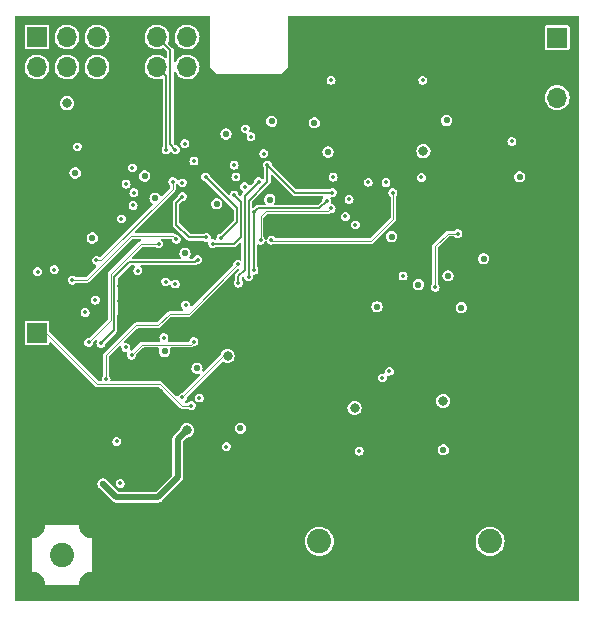
<source format=gbr>
%TF.GenerationSoftware,KiCad,Pcbnew,(6.0.4)*%
%TF.CreationDate,2023-05-22T00:57:41+09:00*%
%TF.ProjectId,RFB,5246422e-6b69-4636-9164-5f7063625858,rev?*%
%TF.SameCoordinates,Original*%
%TF.FileFunction,Copper,L3,Inr*%
%TF.FilePolarity,Positive*%
%FSLAX46Y46*%
G04 Gerber Fmt 4.6, Leading zero omitted, Abs format (unit mm)*
G04 Created by KiCad (PCBNEW (6.0.4)) date 2023-05-22 00:57:41*
%MOMM*%
%LPD*%
G01*
G04 APERTURE LIST*
%TA.AperFunction,ComponentPad*%
%ADD10C,2.600000*%
%TD*%
%TA.AperFunction,ComponentPad*%
%ADD11C,2.250000*%
%TD*%
%TA.AperFunction,ComponentPad*%
%ADD12C,2.050000*%
%TD*%
%TA.AperFunction,ComponentPad*%
%ADD13R,1.700000X1.700000*%
%TD*%
%TA.AperFunction,ComponentPad*%
%ADD14O,1.700000X1.700000*%
%TD*%
%TA.AperFunction,ComponentPad*%
%ADD15C,0.500000*%
%TD*%
%TA.AperFunction,ViaPad*%
%ADD16C,0.550000*%
%TD*%
%TA.AperFunction,ViaPad*%
%ADD17C,0.350000*%
%TD*%
%TA.AperFunction,ViaPad*%
%ADD18C,0.800000*%
%TD*%
%TA.AperFunction,Conductor*%
%ADD19C,0.090000*%
%TD*%
%TA.AperFunction,Conductor*%
%ADD20C,0.500000*%
%TD*%
%TA.AperFunction,Conductor*%
%ADD21C,0.160000*%
%TD*%
G04 APERTURE END LIST*
D10*
%TO.N,GND*%
%TO.C,H3*%
X51689000Y-98704400D03*
%TD*%
D11*
%TO.N,GND*%
%TO.C,J3*%
X39598600Y-99441000D03*
X39598600Y-104521000D03*
X34518600Y-104521000D03*
X34518600Y-99441000D03*
D12*
%TO.N,/PA/RF_O*%
X37058600Y-101981000D03*
%TD*%
D11*
%TO.N,GND*%
%TO.C,J2*%
X58851800Y-104455502D03*
X62443902Y-100863400D03*
X58851800Y-97271298D03*
X55259698Y-100863400D03*
D12*
%TO.N,/Mixer/MIX_RFB*%
X58851800Y-100863400D03*
%TD*%
%TO.N,/Mixer/MIX_RFA*%
%TO.C,J1*%
X73304400Y-100863400D03*
D11*
%TO.N,GND*%
X73304400Y-104455502D03*
X69712298Y-100863400D03*
X73304400Y-97271298D03*
X76896502Y-100863400D03*
%TD*%
D10*
%TO.N,GND*%
%TO.C,H1*%
X77673200Y-95478600D03*
%TD*%
D13*
%TO.N,/3V3D*%
%TO.C,J9*%
X34950400Y-83230800D03*
D14*
%TO.N,GND*%
X34950400Y-85770800D03*
%TD*%
D10*
%TO.N,GND*%
%TO.C,H2*%
X73304400Y-60452000D03*
%TD*%
D13*
%TO.N,/3V6*%
%TO.C,J7*%
X34950400Y-58166000D03*
D14*
X34950400Y-60706000D03*
%TO.N,VCC*%
X37490400Y-58166000D03*
X37490400Y-60706000D03*
%TO.N,/12V*%
X40030400Y-58166000D03*
X40030400Y-60706000D03*
%TO.N,GND*%
X42570400Y-58166000D03*
X42570400Y-60706000D03*
%TO.N,/LNA_EN1*%
X45110400Y-58166000D03*
%TO.N,/LNA_EN2*%
X45110400Y-60706000D03*
%TO.N,/LNA_S1*%
X47650400Y-58166000D03*
%TO.N,/LNA_S2*%
X47650400Y-60706000D03*
%TD*%
D15*
%TO.N,GND*%
%TO.C,U8*%
X66594100Y-92342400D03*
X64594100Y-91342400D03*
X66594100Y-90342400D03*
X64594100Y-90342400D03*
X65594100Y-91342400D03*
X65594100Y-90342400D03*
X66594100Y-91342400D03*
X64594100Y-92342400D03*
X65594100Y-92342400D03*
%TD*%
%TO.N,GND*%
%TO.C,U3*%
X63728600Y-80146400D03*
X62728600Y-78146400D03*
X64728600Y-78146400D03*
X63728600Y-79146400D03*
X64728600Y-80146400D03*
X62728600Y-79146400D03*
X64728600Y-79146400D03*
X62728600Y-80146400D03*
X63728600Y-78146400D03*
%TD*%
D13*
%TO.N,/12V*%
%TO.C,J6*%
X78994000Y-58216800D03*
D14*
%TO.N,GND*%
X78994000Y-60756800D03*
%TO.N,/3V6*%
X78994000Y-63296800D03*
%TD*%
D15*
%TO.N,GND*%
%TO.C,IC3*%
X63736200Y-68417900D03*
X63736200Y-67142900D03*
X65011200Y-68417900D03*
X62461200Y-68417900D03*
X63736200Y-69692900D03*
X61186200Y-68417900D03*
X61186200Y-67142900D03*
X62461200Y-69692900D03*
X65011200Y-64592900D03*
X66286200Y-67142900D03*
X63736200Y-64592900D03*
X66286200Y-69692900D03*
X63736200Y-65867900D03*
X61186200Y-64592900D03*
X66286200Y-68417900D03*
X62461200Y-67142900D03*
X66286200Y-64592900D03*
X65011200Y-65867900D03*
X62461200Y-65867900D03*
X66286200Y-65867900D03*
X65011200Y-69692900D03*
X62461200Y-64592900D03*
X61186200Y-69692900D03*
X65011200Y-67142900D03*
X61186200Y-65867900D03*
%TD*%
%TO.N,GND*%
%TO.C,U4*%
X43422800Y-83203800D03*
X43452800Y-79203800D03*
X40722800Y-80473800D03*
X41992800Y-83203800D03*
X43452800Y-80473800D03*
X41992800Y-80473800D03*
X44722800Y-81933800D03*
X43452800Y-81933800D03*
X41992800Y-81933800D03*
X44722800Y-80473800D03*
X41992800Y-79203800D03*
X40722800Y-81933800D03*
%TD*%
D16*
%TO.N,GND*%
X38379400Y-84505800D03*
D17*
X37998400Y-86563200D03*
X42265600Y-86563200D03*
X40132000Y-90830400D03*
X59334400Y-95097600D03*
X59334400Y-92964000D03*
X57200800Y-95097600D03*
X57200800Y-92964000D03*
X78536800Y-90830400D03*
X78536800Y-92964000D03*
X78536800Y-86563200D03*
X78536800Y-88696800D03*
X59334400Y-78028800D03*
X52933600Y-80162400D03*
X55067200Y-84429600D03*
X55067200Y-78028800D03*
X55067200Y-80162400D03*
X57200800Y-75895200D03*
X57200800Y-78028800D03*
X57200800Y-67360800D03*
X57200800Y-69494400D03*
X48666400Y-63093600D03*
X55067200Y-63093600D03*
X52933600Y-63093600D03*
X57200800Y-65227200D03*
X57200800Y-58826400D03*
X57200800Y-63093600D03*
X65735200Y-58826400D03*
X61468000Y-58826400D03*
X63601600Y-58826400D03*
X76403200Y-58826400D03*
X70002400Y-58826400D03*
X72136000Y-58826400D03*
X76403200Y-65227200D03*
X76403200Y-67360800D03*
X78536800Y-69494400D03*
X78536800Y-75895200D03*
X72136000Y-71628000D03*
X78536800Y-71628000D03*
X74269600Y-71628000D03*
X76403200Y-71628000D03*
X72136000Y-73761600D03*
X74269600Y-73761600D03*
X76403200Y-73761600D03*
X48666400Y-105765600D03*
X48666400Y-103632000D03*
X48666400Y-97231200D03*
X48666400Y-101498400D03*
X48666400Y-99364800D03*
X50800000Y-95097600D03*
X48666400Y-95097600D03*
X52933600Y-88696800D03*
X52933600Y-95097600D03*
X52933600Y-92964000D03*
X55067200Y-95097600D03*
X55067200Y-90830400D03*
X55067200Y-92964000D03*
X72136000Y-95097600D03*
X72136000Y-92964000D03*
X74269600Y-90830400D03*
X74269600Y-95097600D03*
X74269600Y-92964000D03*
X76403200Y-88696800D03*
X76403200Y-86563200D03*
X76403200Y-92964000D03*
X76403200Y-90830400D03*
X78536800Y-84429600D03*
X74269600Y-84429600D03*
X76403200Y-84429600D03*
X76403200Y-82296000D03*
X78536800Y-82296000D03*
X74269600Y-82296000D03*
X76403200Y-80162400D03*
X78536800Y-80162400D03*
X74269600Y-80162400D03*
X76403200Y-78028800D03*
X78536800Y-78028800D03*
X33731200Y-63093600D03*
X33731200Y-69494400D03*
X33731200Y-65227200D03*
X33731200Y-67360800D03*
X35864800Y-75895200D03*
X35864800Y-71628000D03*
X35864800Y-73761600D03*
X33731200Y-71628000D03*
X33731200Y-78028800D03*
X33731200Y-73761600D03*
X33731200Y-75895200D03*
X33731200Y-86563200D03*
X33731200Y-84429600D03*
X33731200Y-88696800D03*
X40132000Y-88696800D03*
X35864800Y-88696800D03*
X35864800Y-95097600D03*
X35864800Y-90830400D03*
X35864800Y-92964000D03*
X33731200Y-105765600D03*
X33731200Y-101498400D03*
X33731200Y-90830400D03*
X33731200Y-97231200D03*
X33731200Y-92964000D03*
X33731200Y-95097600D03*
X35864800Y-97231200D03*
X35864800Y-105765600D03*
X50800000Y-97231200D03*
X50800000Y-103632000D03*
X50800000Y-105765600D03*
X50800000Y-101498400D03*
X52933600Y-97231200D03*
X52933600Y-103632000D03*
X52933600Y-105765600D03*
X52933600Y-101498400D03*
X55067200Y-97231200D03*
X55067200Y-103632000D03*
X55067200Y-105765600D03*
X57200800Y-97231200D03*
X57200800Y-103632000D03*
X57200800Y-105765600D03*
X61468000Y-103632000D03*
X61468000Y-105765600D03*
X63601600Y-103632000D03*
X63601600Y-105765600D03*
X63601600Y-99364800D03*
X65735200Y-97231200D03*
X65735200Y-103632000D03*
X65735200Y-105765600D03*
X65735200Y-99364800D03*
X65735200Y-101498400D03*
X67868800Y-103632000D03*
X67868800Y-105765600D03*
X67868800Y-99364800D03*
X67868800Y-101498400D03*
X70002400Y-103632000D03*
X70002400Y-105765600D03*
X72136000Y-105765600D03*
X74269600Y-105765600D03*
X76403200Y-97231200D03*
X76403200Y-103632000D03*
X76403200Y-105765600D03*
X76403200Y-99364800D03*
X78536800Y-97231200D03*
X78536800Y-103632000D03*
X78536800Y-105765600D03*
X78536800Y-99364800D03*
X78536800Y-101498400D03*
X80670400Y-56692800D03*
X80670400Y-58826400D03*
X80670400Y-78028800D03*
X80670400Y-73761600D03*
X80670400Y-75895200D03*
X80670400Y-80162400D03*
X80670400Y-86563200D03*
X80670400Y-82296000D03*
X80670400Y-84429600D03*
X80670400Y-88696800D03*
X80670400Y-95097600D03*
X80670400Y-90830400D03*
X80670400Y-92964000D03*
X80670400Y-97231200D03*
X80670400Y-99364800D03*
X80670400Y-101498400D03*
X80670400Y-105765600D03*
X80670400Y-103632000D03*
X46217789Y-97119389D03*
X63844600Y-93497400D03*
X39014400Y-97053400D03*
X39725600Y-97053400D03*
X39725600Y-96342200D03*
X39014400Y-97764600D03*
X39725600Y-97764600D03*
X41148000Y-97764600D03*
X40436800Y-97764600D03*
X41630600Y-98272600D03*
X41127706Y-98775494D03*
X42133494Y-97769706D03*
X40792400Y-105714800D03*
X41503600Y-105714800D03*
X42926000Y-105714800D03*
X42214800Y-105714800D03*
X43637201Y-105714800D03*
X45059600Y-105714800D03*
X45770800Y-105714800D03*
X47193200Y-105714800D03*
X46482000Y-105714800D03*
X44348400Y-105714800D03*
X47904400Y-104292400D03*
X47904400Y-105003600D03*
X47904400Y-105714800D03*
X47904400Y-103581200D03*
X47904400Y-99314000D03*
X47904400Y-101447600D03*
X47904400Y-102869999D03*
X47904400Y-102158800D03*
X47904400Y-100736400D03*
X47904400Y-100025200D03*
X47731706Y-98633306D03*
X47228811Y-98130411D03*
X44709106Y-95610706D03*
X45212000Y-96113600D03*
X46720683Y-97622283D03*
X46126400Y-93726000D03*
X45821599Y-94411800D03*
X46101000Y-90881200D03*
X45491400Y-90525600D03*
X46101000Y-90170000D03*
X45491400Y-89814400D03*
X46101000Y-89458800D03*
X45491400Y-91236800D03*
X44881800Y-93014800D03*
X45491400Y-93370400D03*
X45491400Y-92659200D03*
X45491400Y-91948000D03*
X42976800Y-94411800D03*
X45110400Y-94411800D03*
X43688000Y-94411800D03*
X44399199Y-94411800D03*
X42291000Y-94183200D03*
X41986200Y-95173800D03*
X41275000Y-95173800D03*
X40563801Y-95173800D03*
X42748200Y-96393000D03*
X42748200Y-95097600D03*
X43459400Y-95097600D03*
X44170600Y-95097600D03*
X39903400Y-93726000D03*
X39547800Y-93116400D03*
X39192200Y-93726000D03*
X41681400Y-93116400D03*
X40970200Y-93116400D03*
X40614600Y-93726000D03*
X40259000Y-93116400D03*
X41605200Y-93853000D03*
X44881800Y-91592400D03*
X44881800Y-92303600D03*
X44881800Y-90881201D03*
X44881800Y-93726000D03*
X44170600Y-93726000D03*
X43459400Y-93726000D03*
X42773600Y-93497400D03*
X42265600Y-91465400D03*
X42265600Y-90754200D03*
X42265600Y-89331800D03*
X42265600Y-90043000D03*
X42418000Y-88646000D03*
X42545000Y-92125800D03*
%TO.N,Net-(IC5-Pad1)*%
X41706800Y-92405200D03*
%TO.N,Net-(IC5-Pad12)*%
X41986200Y-95961200D03*
%TO.N,GND*%
X51562000Y-92075000D03*
X50749200Y-93853000D03*
X50139600Y-94208600D03*
X49428400Y-94208600D03*
X48209200Y-93497400D03*
X47599600Y-93141799D03*
X47599600Y-92430600D03*
X48209200Y-92786200D03*
X48818800Y-93853000D03*
X48818800Y-93141800D03*
X48818800Y-92430600D03*
X52273200Y-92075000D03*
X49428400Y-93497400D03*
X49428400Y-92075001D03*
X50139600Y-93497400D03*
X50139600Y-92075000D03*
X50139600Y-92786200D03*
X49428400Y-91363800D03*
X49428400Y-92786200D03*
X50139600Y-91363800D03*
X44475400Y-90017600D03*
D18*
%TO.N,/PA_8VA*%
X47625000Y-91465400D03*
D17*
%TO.N,VCC*%
X50977800Y-92837000D03*
D16*
%TO.N,GND*%
X43103800Y-88239600D03*
D17*
X35585400Y-79375000D03*
X35585400Y-80086200D03*
X36550600Y-80086200D03*
X35585400Y-80797400D03*
X69545200Y-99263200D03*
X71780400Y-97078800D03*
X71069200Y-97078800D03*
X60553600Y-90170000D03*
X61498506Y-76128906D03*
X57480200Y-74498200D03*
X74549000Y-65684400D03*
X68259883Y-75402517D03*
X43992800Y-72593200D03*
X58785683Y-79263317D03*
X48945800Y-74498200D03*
X72847200Y-64846200D03*
X41529000Y-65049400D03*
X66232989Y-85308389D03*
X50038000Y-90043000D03*
X71424800Y-64846200D03*
X65968906Y-95153506D03*
X66395600Y-87985600D03*
X68173600Y-59639200D03*
X64449883Y-96281317D03*
X61290200Y-74498200D03*
X63728600Y-84048600D03*
X50571399Y-82143600D03*
X67360800Y-94081600D03*
X67843400Y-88392000D03*
X63347600Y-86410800D03*
X66969589Y-75118011D03*
X60370694Y-75001094D03*
X46736000Y-87655400D03*
X65460906Y-76626694D03*
X51282600Y-82143600D03*
X67756989Y-75905411D03*
X62306200Y-72390000D03*
X60452000Y-63042800D03*
X67005200Y-63042800D03*
X59283600Y-59639200D03*
X55778400Y-66319400D03*
X34315400Y-79679800D03*
X47726600Y-83261200D03*
X69646800Y-71577201D03*
X62006506Y-99385094D03*
X67843400Y-86969600D03*
X47015400Y-82143600D03*
X58191400Y-74498200D03*
X53898800Y-85496400D03*
X70901483Y-77784883D03*
X73939400Y-66040000D03*
D16*
X61544200Y-97450877D03*
D17*
X73863200Y-86791800D03*
X50647600Y-90398600D03*
X69265672Y-74396728D03*
X44399200Y-68351400D03*
X63728600Y-81838800D03*
X67472483Y-74615117D03*
X65341500Y-93929200D03*
X73939400Y-65328800D03*
X73837800Y-67589400D03*
X67884117Y-94604917D03*
X69646800Y-70154800D03*
X51993801Y-82143600D03*
X63444094Y-97287106D03*
X56921400Y-73406000D03*
X38887400Y-71932800D03*
X72598177Y-85094977D03*
X60985400Y-78130400D03*
D16*
X70243700Y-96875600D03*
D17*
X50038000Y-88620600D03*
X46228000Y-75819000D03*
X62773483Y-94554117D03*
X68478272Y-73609328D03*
X73106306Y-85603106D03*
X49047400Y-73406000D03*
X70535800Y-82702400D03*
X46304200Y-82143600D03*
X69596000Y-61061600D03*
X64617600Y-73456800D03*
D16*
X38887400Y-87172800D03*
D17*
X54838600Y-83261200D03*
X65354200Y-94640400D03*
X56210200Y-73406000D03*
X69646800Y-72288400D03*
X50469800Y-73406000D03*
X56972200Y-84683600D03*
X50368200Y-74498200D03*
X51181000Y-73406000D03*
X62270589Y-95057011D03*
X55549800Y-83261200D03*
X48336200Y-73406000D03*
X36550601Y-80797400D03*
X71592389Y-84089189D03*
X46863001Y-85354212D03*
X49453800Y-65709800D03*
X69392800Y-76276200D03*
X65963800Y-76123800D03*
X69895694Y-75773306D03*
X33604200Y-79679800D03*
X49530000Y-68224400D03*
X74549000Y-64262000D03*
X59004200Y-66929000D03*
X57277000Y-80772000D03*
X49758600Y-73406000D03*
X48437800Y-82143600D03*
X68173600Y-58216801D03*
X35814000Y-64871600D03*
X70205600Y-88341200D03*
X66395600Y-88696800D03*
X66548000Y-87122000D03*
X66471800Y-95656400D03*
X74549000Y-64973200D03*
X50038000Y-89331800D03*
D16*
X63119000Y-92354400D03*
D17*
X46360106Y-85857106D03*
D16*
X68541900Y-90449400D03*
D17*
X63632234Y-85120634D03*
X71729600Y-81153000D03*
X63946989Y-96784211D03*
X47396400Y-79984600D03*
X56743600Y-90500200D03*
X56972200Y-83972400D03*
X63347600Y-87325200D03*
X49428399Y-89687400D03*
X55549800Y-82143600D03*
X59131200Y-68580000D03*
X71089494Y-83586294D03*
X57632600Y-71958200D03*
X59283600Y-58216800D03*
X36449000Y-78968600D03*
X68529200Y-72186800D03*
X37769800Y-81711800D03*
X38658800Y-73787000D03*
X65227200Y-84302600D03*
X54127401Y-82143600D03*
X61569600Y-72618600D03*
X69895694Y-76779094D03*
X61214000Y-77419200D03*
D16*
X60642361Y-96544199D03*
D17*
X60690811Y-87792611D03*
X56261000Y-83261200D03*
X42062400Y-63500000D03*
D16*
X61379100Y-94107000D03*
D17*
X67691000Y-97815400D03*
X63855600Y-87833200D03*
X40284400Y-76022200D03*
X64465200Y-72593200D03*
X74447400Y-68656200D03*
X49860200Y-82143600D03*
X63129339Y-84617739D03*
X50571399Y-83261200D03*
X61341000Y-79121000D03*
X73863200Y-87503000D03*
X73609200Y-86106000D03*
X72136000Y-64846200D03*
X67843400Y-86258399D03*
X41275000Y-75158600D03*
X64688694Y-95128106D03*
X69596000Y-58216800D03*
X73863200Y-89636599D03*
X50317400Y-64973200D03*
X66746094Y-77922094D03*
X69392800Y-96113600D03*
X67254094Y-76408306D03*
X47365895Y-85857106D03*
X41532816Y-71932800D03*
X64363600Y-88341200D03*
X64465200Y-71882000D03*
X74447400Y-67945000D03*
X47726600Y-82143600D03*
X69646800Y-73710800D03*
X69596000Y-59639200D03*
X70002400Y-69367400D03*
X46304200Y-83261200D03*
X40821616Y-71932800D03*
D16*
X41579800Y-86055200D03*
D17*
X56972200Y-85394800D03*
X67589400Y-83972400D03*
X53187600Y-85496400D03*
X37261800Y-80797400D03*
X37312600Y-74650600D03*
D16*
X62445761Y-98347599D03*
X68440300Y-98653600D03*
D17*
X60452000Y-62331600D03*
X67005200Y-63754000D03*
X68732400Y-67132200D03*
X60711106Y-76916306D03*
D16*
X69339442Y-97764600D03*
D17*
X48260000Y-79273400D03*
X62204600Y-74777600D03*
X69748400Y-94792800D03*
X60553600Y-72847200D03*
X73863200Y-88925400D03*
X56743600Y-89077800D03*
X60208211Y-76413411D03*
X62001400Y-76631800D03*
X68783200Y-94081600D03*
X64439800Y-76352400D03*
X59055000Y-63020000D03*
X43455584Y-66675000D03*
X43988984Y-63500000D03*
X60045600Y-73406000D03*
X58795894Y-75001094D03*
X41656000Y-67818000D03*
X56743600Y-88366600D03*
X66979800Y-60785000D03*
X67975377Y-74112223D03*
X52705000Y-82143600D03*
X48615600Y-85191600D03*
X66182317Y-96306717D03*
X60477400Y-60782200D03*
X63728600Y-76784200D03*
X51866800Y-89687400D03*
D16*
X45364400Y-88239600D03*
D17*
X74549000Y-66395600D03*
X57937400Y-69596000D03*
X51282600Y-83261200D03*
X56972199Y-82143600D03*
X56743600Y-89789000D03*
X57861200Y-58216800D03*
X68762777Y-74899623D03*
X39319200Y-72872600D03*
X73837800Y-68300600D03*
X40817800Y-70002400D03*
X66045106Y-86619106D03*
X59705317Y-75910517D03*
X37261801Y-80086200D03*
X60375800Y-86766400D03*
X54838600Y-82143600D03*
X66751200Y-76911200D03*
X56769000Y-74498200D03*
X73939400Y-66751200D03*
X37541200Y-71272400D03*
X71729600Y-81864200D03*
X46863000Y-86360000D03*
X66685211Y-96809611D03*
X62712600Y-75895200D03*
X57779894Y-80269106D03*
X43764200Y-74498200D03*
X59867800Y-74498200D03*
X66248306Y-77414094D03*
X47015400Y-83261200D03*
X55346600Y-74498200D03*
X40821616Y-70971416D03*
X59334400Y-73406000D03*
X56743600Y-87655400D03*
X60198000Y-88366600D03*
X69418200Y-81559400D03*
X68387011Y-95107811D03*
X61193706Y-88295506D03*
X70398589Y-76276200D03*
X40690800Y-73736200D03*
X54127400Y-83261200D03*
X57632600Y-70256400D03*
X61696600Y-88798400D03*
X70713600Y-64846200D03*
X64114706Y-73959694D03*
X42244016Y-71932800D03*
X65542211Y-86116211D03*
X68300600Y-70091856D03*
X52476400Y-85496400D03*
X67106800Y-94742000D03*
X47269400Y-84632800D03*
X61767694Y-95559906D03*
X74447400Y-67233800D03*
X60452000Y-63754000D03*
X70398589Y-77281989D03*
X68427600Y-65278000D03*
X43027600Y-63500000D03*
X36068000Y-68986400D03*
X73863200Y-88214200D03*
X70205600Y-87630000D03*
X53416200Y-83261200D03*
X49428400Y-88976200D03*
X70891400Y-82092800D03*
X40821616Y-72894184D03*
X64439800Y-75615800D03*
X53416201Y-82143600D03*
X66649600Y-94081600D03*
X68173600Y-61061600D03*
X64820800Y-88874600D03*
X49428400Y-90398600D03*
X67005200Y-62331600D03*
X62809094Y-71887106D03*
X58750200Y-70485000D03*
X59283600Y-61061600D03*
X48234600Y-74498200D03*
X49530000Y-71272400D03*
X62814200Y-74320400D03*
X44932600Y-69596000D03*
X49530000Y-69240400D03*
X52704999Y-83261200D03*
X33604201Y-78968600D03*
X51993800Y-83261200D03*
X69646800Y-72999600D03*
X67188106Y-97312506D03*
X54635400Y-74498200D03*
X42490384Y-65049400D03*
X71729600Y-82575400D03*
X37236400Y-64871600D03*
D16*
X44231400Y-88239600D03*
D17*
X56057800Y-74498200D03*
X49657000Y-74498200D03*
X66466694Y-75620906D03*
X51257200Y-90043000D03*
X34315400Y-78968600D03*
X34645600Y-68986400D03*
X50647600Y-89687400D03*
X70205600Y-83362800D03*
X56261000Y-82143600D03*
X62341811Y-85405011D03*
X68529200Y-71475600D03*
D16*
X68186300Y-92329000D03*
D17*
X68529200Y-70764401D03*
X71404377Y-77281989D03*
X50038000Y-87909400D03*
X67843400Y-87680800D03*
X45847000Y-86360000D03*
X56972200Y-81432400D03*
X56972200Y-83261200D03*
X37490400Y-68986400D03*
X62844706Y-85907906D03*
D16*
X69672200Y-63169800D03*
D17*
X72095283Y-84592083D03*
X48437800Y-83261200D03*
X70942200Y-69138800D03*
X49860200Y-83261200D03*
X38608000Y-77546200D03*
X65039317Y-85613317D03*
X70901483Y-76779094D03*
X57632600Y-73329800D03*
X57861200Y-61061600D03*
X73939400Y-64617600D03*
X64033400Y-94208600D03*
X64135000Y-85623400D03*
X58282789Y-79766211D03*
X68889906Y-95610706D03*
X57861200Y-59639200D03*
X69646800Y-70866000D03*
X63611811Y-74462589D03*
X59055000Y-64925000D03*
X68529200Y-72898000D03*
%TO.N,/3V3D*%
X42087800Y-73558400D03*
X35001200Y-78028800D03*
X43154600Y-71348600D03*
X38354000Y-67462400D03*
X48006000Y-89382600D03*
X43027600Y-69240400D03*
D16*
X39624000Y-75184000D03*
X38176200Y-69672200D03*
D17*
X43078400Y-72415400D03*
%TO.N,/ADC_REFCLKN*%
X61048900Y-73355200D03*
%TO.N,/ADC_REFCLKP*%
X61912500Y-74066400D03*
%TO.N,/PLL_CE*%
X46456600Y-70408800D03*
X39979600Y-77063600D03*
%TO.N,Net-(C32-Pad1)*%
X46659800Y-79070200D03*
%TO.N,/PLL_RFMXN*%
X64190397Y-87020400D03*
%TO.N,/PLL_RFMXP*%
X64782700Y-86458738D03*
%TO.N,/PLL_RAMPCLK*%
X40360600Y-84099400D03*
X48539400Y-77012800D03*
%TO.N,/PLL_RAMPDIR*%
X39319200Y-84023200D03*
X45237400Y-75666600D03*
%TO.N,Net-(C30-Pad2)*%
X39014400Y-81483200D03*
%TO.N,/PLL_3V3A*%
X47523400Y-80848200D03*
X42474000Y-84449800D03*
D16*
X45745400Y-84785200D03*
D17*
X39878000Y-80441800D03*
X43484800Y-77952600D03*
X45847000Y-78892400D03*
D16*
%TO.N,/IF_VCM*%
X64973200Y-75057000D03*
D17*
X65938400Y-78395900D03*
%TO.N,/PA_EN*%
X51943000Y-77419200D03*
X40792400Y-87147400D03*
%TO.N,/ADC_RESET*%
X54787800Y-75361800D03*
X65074800Y-71348600D03*
D16*
%TO.N,/1V8D*%
X58420000Y-65430400D03*
X69634100Y-65227200D03*
D17*
%TO.N,/ADC_1V8A*%
X60020200Y-70027800D03*
D16*
X59588400Y-67894200D03*
D18*
X67665600Y-67843400D03*
D17*
X64496701Y-70479001D03*
X62986200Y-70457600D03*
X67487800Y-70053200D03*
D18*
%TO.N,/MIX_5VA*%
X61836300Y-89585800D03*
X69342000Y-88976200D03*
D17*
X62230000Y-93218000D03*
D16*
X69342000Y-93116400D03*
%TO.N,/IFF_3V3A*%
X63728600Y-81000600D03*
X69746354Y-78384401D03*
X67233800Y-79121000D03*
%TO.N,/PA_8VA*%
X40538400Y-96012000D03*
%TO.N,/12V*%
X52171600Y-91287600D03*
X70866000Y-81076800D03*
%TO.N,/3V6*%
X75819000Y-70002400D03*
X72771000Y-76936600D03*
X48488600Y-86207600D03*
D17*
%TO.N,/LNA_EN1*%
X46659800Y-67691000D03*
%TO.N,/LNA_EN2*%
X45872400Y-67716400D03*
%TO.N,/CAN_R*%
X53060600Y-66598800D03*
%TO.N,/CAN_T*%
X52578000Y-65938400D03*
%TO.N,Net-(R1-Pad1)*%
X36398200Y-77851000D03*
%TO.N,/MCU_REFCLK*%
X42494200Y-70612000D03*
%TO.N,/STM_NRST*%
X46736000Y-75285600D03*
X37947600Y-78740000D03*
%TO.N,VCC*%
X47244000Y-88671400D03*
D16*
X44942463Y-71831200D03*
X50952400Y-66370200D03*
D17*
X59842400Y-61823600D03*
X67614800Y-61823600D03*
X70586600Y-74803000D03*
D16*
X47472600Y-76479400D03*
D18*
X37490400Y-63779400D03*
D16*
X54813200Y-65303400D03*
D17*
X68656200Y-79349600D03*
D16*
X50165000Y-72288400D03*
D18*
X51079400Y-85191600D03*
D16*
X54660800Y-71932800D03*
D17*
X75158600Y-67005200D03*
D16*
X44069000Y-69926200D03*
D17*
%TO.N,/SPI_SCK*%
X53314600Y-77901800D03*
X53314600Y-72999600D03*
X59461400Y-72034400D03*
%TO.N,/SPI_MOSI*%
X54457600Y-68986400D03*
X52857400Y-78460600D03*
X59944000Y-71348600D03*
%TO.N,/SPI_CS_ADC*%
X59842400Y-72669400D03*
X53873400Y-75361800D03*
%TO.N,/ADC/ADC_SDO*%
X61366400Y-71907400D03*
%TO.N,/SPI_CS_PLL*%
X42951400Y-85090000D03*
X48234600Y-83947000D03*
%TO.N,/Generator/MUXOUT*%
X45694600Y-83616800D03*
%TO.N,/SPI_MISO*%
X53721000Y-70408800D03*
X51993800Y-78994000D03*
%TO.N,/Power/2V5_PG*%
X48691800Y-88722200D03*
%TO.N,/STM_GPB4*%
X47472600Y-67183000D03*
%TO.N,/STM_GPB5*%
X48234600Y-68656200D03*
%TO.N,/STM_GPB8*%
X47244000Y-70510400D03*
%TO.N,/STM_GPA0*%
X47244000Y-71678800D03*
X49288064Y-75124195D03*
%TO.N,/STM_GPA1*%
X49834800Y-75666600D03*
X51638200Y-71551800D03*
%TO.N,/STM_GPB12*%
X51638200Y-69011800D03*
%TO.N,/STM_GPA3*%
X49225200Y-70002400D03*
X50520600Y-75184000D03*
%TO.N,/STM_GPA4*%
X51790600Y-70002400D03*
%TO.N,/STM_GPA5*%
X52527200Y-70840600D03*
%TO.N,/STM_GPA8*%
X54152800Y-68046600D03*
%TD*%
D19*
%TO.N,VCC*%
X68656200Y-75869800D02*
X68656200Y-79349600D01*
X70586600Y-74803000D02*
X69723000Y-74803000D01*
X69723000Y-74803000D02*
X68656200Y-75869800D01*
D20*
%TO.N,/PA_8VA*%
X46863000Y-92227400D02*
X47625000Y-91465400D01*
X46863000Y-95453200D02*
X46863000Y-92227400D01*
X45186600Y-97129600D02*
X46863000Y-95453200D01*
X41656000Y-97129600D02*
X45186600Y-97129600D01*
X40538400Y-96012000D02*
X41656000Y-97129600D01*
D19*
%TO.N,/PA_EN*%
X47779120Y-81583080D02*
X51943000Y-77419200D01*
X45186600Y-82575400D02*
X46178920Y-81583080D01*
X43332400Y-82575400D02*
X45186600Y-82575400D01*
X40792400Y-85115400D02*
X43332400Y-82575400D01*
X46178920Y-81583080D02*
X47779120Y-81583080D01*
X40792400Y-87147400D02*
X40792400Y-85115400D01*
%TO.N,/3V3D*%
X35732800Y-83230800D02*
X34950400Y-83230800D01*
X40055800Y-87553800D02*
X35732800Y-83230800D01*
X47193200Y-89382600D02*
X45364400Y-87553800D01*
X45364400Y-87553800D02*
X40055800Y-87553800D01*
X48006000Y-89382600D02*
X47193200Y-89382600D01*
%TO.N,/PLL_CE*%
X46456600Y-70993000D02*
X46456600Y-70408800D01*
X40386000Y-77063600D02*
X46456600Y-70993000D01*
X39979600Y-77063600D02*
X40386000Y-77063600D01*
D21*
%TO.N,/PLL_RAMPCLK*%
X41452800Y-81635600D02*
X41452800Y-83007200D01*
X48539400Y-77012800D02*
X48336200Y-77216000D01*
X41489279Y-81599121D02*
X41452800Y-81635600D01*
X41452800Y-83007200D02*
X40360600Y-84099400D01*
X48336200Y-77216000D02*
X42773600Y-77216000D01*
X42773600Y-77216000D02*
X41489279Y-78500321D01*
X41489279Y-78500321D02*
X41489279Y-81599121D01*
D19*
%TO.N,/PLL_RAMPDIR*%
X41191321Y-82151079D02*
X39319200Y-84023200D01*
X45237400Y-75666600D02*
X43738800Y-75666600D01*
X41191321Y-78214079D02*
X41191321Y-82151079D01*
X43738800Y-75666600D02*
X41191321Y-78214079D01*
%TO.N,/ADC_RESET*%
X65125600Y-73583800D02*
X63246000Y-75463400D01*
X63246000Y-75463400D02*
X54889400Y-75463400D01*
X54889400Y-75463400D02*
X54787800Y-75361800D01*
X65074800Y-71348600D02*
X65125600Y-71399400D01*
X65125600Y-71399400D02*
X65125600Y-73583800D01*
D21*
%TO.N,/LNA_EN1*%
X46228000Y-67259200D02*
X46228000Y-59283600D01*
X46659800Y-67691000D02*
X46228000Y-67259200D01*
X46228000Y-59283600D02*
X45110400Y-58166000D01*
%TO.N,/LNA_EN2*%
X45872400Y-67716400D02*
X45872400Y-61468000D01*
X45872400Y-61468000D02*
X45110400Y-60706000D01*
D19*
%TO.N,/STM_NRST*%
X42900600Y-74980800D02*
X46431200Y-74980800D01*
X37947600Y-78740000D02*
X39141400Y-78740000D01*
X39141400Y-78740000D02*
X42900600Y-74980800D01*
X46431200Y-74980800D02*
X46736000Y-75285600D01*
%TO.N,VCC*%
X51079400Y-85191600D02*
X50723800Y-85191600D01*
X50723800Y-85191600D02*
X47244000Y-88671400D01*
D21*
%TO.N,/SPI_SCK*%
X53314600Y-72999600D02*
X53314600Y-77901800D01*
X58826400Y-72669400D02*
X59461400Y-72034400D01*
X53314600Y-72999600D02*
X53644800Y-72669400D01*
X53644800Y-72669400D02*
X58826400Y-72669400D01*
%TO.N,/SPI_MOSI*%
X56819800Y-71348600D02*
X54457600Y-68986400D01*
X59944000Y-71348600D02*
X56819800Y-71348600D01*
X52857400Y-78460600D02*
X52857400Y-72009000D01*
X52857400Y-72009000D02*
X54457600Y-70408800D01*
X54457600Y-70408800D02*
X54457600Y-68986400D01*
D19*
%TO.N,/SPI_CS_ADC*%
X53873400Y-73355200D02*
X53873400Y-75361800D01*
X59842400Y-72669400D02*
X59627880Y-72883920D01*
X59627880Y-72883920D02*
X54344680Y-72883920D01*
X54344680Y-72883920D02*
X53873400Y-73355200D01*
%TO.N,/SPI_CS_PLL*%
X43840400Y-84201000D02*
X42951400Y-85090000D01*
X47980600Y-84201000D02*
X43840400Y-84201000D01*
X48234600Y-83947000D02*
X47980600Y-84201000D01*
D21*
%TO.N,/SPI_MISO*%
X51993800Y-78994000D02*
X51993800Y-78409800D01*
X51993800Y-78409800D02*
X52531680Y-77871920D01*
X52531680Y-77871920D02*
X52531680Y-71598120D01*
X52531680Y-71598120D02*
X53721000Y-70408800D01*
%TO.N,/STM_GPA0*%
X46710600Y-72212200D02*
X47244000Y-71678800D01*
X47793795Y-75124195D02*
X46710600Y-74041000D01*
X46710600Y-74041000D02*
X46710600Y-72212200D01*
X49288064Y-75124195D02*
X47793795Y-75124195D01*
%TO.N,/STM_GPA1*%
X52197000Y-75133200D02*
X52197000Y-72110600D01*
X52197000Y-72110600D02*
X51638200Y-71551800D01*
X49834800Y-75666600D02*
X51663600Y-75666600D01*
X51663600Y-75666600D02*
X52197000Y-75133200D01*
%TO.N,/STM_GPA3*%
X51866800Y-73837800D02*
X50520600Y-75184000D01*
X49225200Y-70002400D02*
X51866800Y-72644000D01*
X51866800Y-72644000D02*
X51866800Y-73837800D01*
%TD*%
%TA.AperFunction,Conductor*%
%TO.N,GND*%
G36*
X49565391Y-56378807D02*
G01*
X49601355Y-56428307D01*
X49606200Y-56458900D01*
X49606200Y-60731400D01*
X50190400Y-61315600D01*
X55626000Y-61315600D01*
X56210200Y-60731400D01*
X56210200Y-59086548D01*
X77943500Y-59086548D01*
X77947882Y-59108576D01*
X77952496Y-59131773D01*
X77955133Y-59145031D01*
X77999448Y-59211352D01*
X78065769Y-59255667D01*
X78075332Y-59257569D01*
X78075334Y-59257570D01*
X78097979Y-59262074D01*
X78124252Y-59267300D01*
X79863748Y-59267300D01*
X79890021Y-59262074D01*
X79912666Y-59257570D01*
X79912668Y-59257569D01*
X79922231Y-59255667D01*
X79988552Y-59211352D01*
X80032867Y-59145031D01*
X80035505Y-59131773D01*
X80040118Y-59108576D01*
X80044500Y-59086548D01*
X80044500Y-57347052D01*
X80032867Y-57288569D01*
X79988552Y-57222248D01*
X79922231Y-57177933D01*
X79912668Y-57176031D01*
X79912666Y-57176030D01*
X79889629Y-57171448D01*
X79863748Y-57166300D01*
X78124252Y-57166300D01*
X78098371Y-57171448D01*
X78075334Y-57176030D01*
X78075332Y-57176031D01*
X78065769Y-57177933D01*
X77999448Y-57222248D01*
X77955133Y-57288569D01*
X77943500Y-57347052D01*
X77943500Y-59086548D01*
X56210200Y-59086548D01*
X56210200Y-56458900D01*
X56229107Y-56400709D01*
X56278607Y-56364745D01*
X56309200Y-56359900D01*
X80751900Y-56359900D01*
X80810091Y-56378807D01*
X80846055Y-56428307D01*
X80850900Y-56458900D01*
X80850900Y-105847100D01*
X80831993Y-105905291D01*
X80782493Y-105941255D01*
X80751900Y-105946100D01*
X33192500Y-105946100D01*
X33134309Y-105927193D01*
X33098345Y-105877693D01*
X33093500Y-105847100D01*
X33093500Y-104521000D01*
X34518600Y-104521000D01*
X39598600Y-104521000D01*
X39598600Y-100863400D01*
X57621619Y-100863400D01*
X57640308Y-101077019D01*
X57695808Y-101284147D01*
X57786432Y-101478490D01*
X57909427Y-101654145D01*
X58061055Y-101805773D01*
X58236709Y-101928768D01*
X58431053Y-102019392D01*
X58516061Y-102042170D01*
X58634004Y-102073773D01*
X58634006Y-102073773D01*
X58638181Y-102074892D01*
X58851800Y-102093581D01*
X59065419Y-102074892D01*
X59069594Y-102073773D01*
X59069596Y-102073773D01*
X59187539Y-102042170D01*
X59272547Y-102019392D01*
X59466891Y-101928768D01*
X59642545Y-101805773D01*
X59794173Y-101654145D01*
X59917168Y-101478490D01*
X60007792Y-101284147D01*
X60063292Y-101077019D01*
X60081981Y-100863400D01*
X72074219Y-100863400D01*
X72092908Y-101077019D01*
X72148408Y-101284147D01*
X72239032Y-101478490D01*
X72362027Y-101654145D01*
X72513655Y-101805773D01*
X72689309Y-101928768D01*
X72883653Y-102019392D01*
X72968661Y-102042170D01*
X73086604Y-102073773D01*
X73086606Y-102073773D01*
X73090781Y-102074892D01*
X73304400Y-102093581D01*
X73518019Y-102074892D01*
X73522194Y-102073773D01*
X73522196Y-102073773D01*
X73640139Y-102042170D01*
X73725147Y-102019392D01*
X73919491Y-101928768D01*
X74095145Y-101805773D01*
X74246773Y-101654145D01*
X74369768Y-101478490D01*
X74460392Y-101284147D01*
X74515892Y-101077019D01*
X74534581Y-100863400D01*
X74515892Y-100649781D01*
X74460392Y-100442653D01*
X74369768Y-100248310D01*
X74246773Y-100072655D01*
X74095145Y-99921027D01*
X73919491Y-99798032D01*
X73725147Y-99707408D01*
X73640139Y-99684630D01*
X73522196Y-99653027D01*
X73522194Y-99653027D01*
X73518019Y-99651908D01*
X73304400Y-99633219D01*
X73090781Y-99651908D01*
X73086606Y-99653027D01*
X73086604Y-99653027D01*
X72968661Y-99684630D01*
X72883653Y-99707408D01*
X72689310Y-99798032D01*
X72513655Y-99921027D01*
X72362027Y-100072655D01*
X72239032Y-100248310D01*
X72148408Y-100442653D01*
X72092908Y-100649781D01*
X72074219Y-100863400D01*
X60081981Y-100863400D01*
X60063292Y-100649781D01*
X60007792Y-100442653D01*
X59917168Y-100248310D01*
X59794173Y-100072655D01*
X59642545Y-99921027D01*
X59466891Y-99798032D01*
X59272547Y-99707408D01*
X59187539Y-99684630D01*
X59069596Y-99653027D01*
X59069594Y-99653027D01*
X59065419Y-99651908D01*
X58851800Y-99633219D01*
X58638181Y-99651908D01*
X58634006Y-99653027D01*
X58634004Y-99653027D01*
X58516061Y-99684630D01*
X58431053Y-99707408D01*
X58236710Y-99798032D01*
X58061055Y-99921027D01*
X57909427Y-100072655D01*
X57786432Y-100248310D01*
X57695808Y-100442653D01*
X57640308Y-100649781D01*
X57621619Y-100863400D01*
X39598600Y-100863400D01*
X39598600Y-99441000D01*
X34518600Y-99441000D01*
X34518600Y-104521000D01*
X33093500Y-104521000D01*
X33093500Y-96006131D01*
X40058046Y-96006131D01*
X40075706Y-96141186D01*
X40078546Y-96147640D01*
X40078547Y-96147644D01*
X40127721Y-96259400D01*
X40130562Y-96265856D01*
X40174383Y-96317988D01*
X40213665Y-96364720D01*
X40213668Y-96364722D01*
X40218204Y-96370119D01*
X40224075Y-96374027D01*
X40224076Y-96374028D01*
X40331587Y-96445593D01*
X40330927Y-96446584D01*
X40347811Y-96458514D01*
X41314381Y-97425084D01*
X41322122Y-97433796D01*
X41344128Y-97461710D01*
X41390668Y-97493875D01*
X41392741Y-97495308D01*
X41395272Y-97497117D01*
X41436861Y-97527836D01*
X41436863Y-97527837D01*
X41442816Y-97532234D01*
X41449632Y-97534627D01*
X41455569Y-97538731D01*
X41462628Y-97540964D01*
X41462629Y-97540964D01*
X41482973Y-97547398D01*
X41511929Y-97556556D01*
X41514814Y-97557518D01*
X41570631Y-97577119D01*
X41576673Y-97577356D01*
X41579347Y-97577877D01*
X41584730Y-97579580D01*
X41591337Y-97580100D01*
X41644541Y-97580100D01*
X41648428Y-97580176D01*
X41698603Y-97582148D01*
X41698606Y-97582148D01*
X41705994Y-97582438D01*
X41712772Y-97580641D01*
X41722597Y-97580100D01*
X45153973Y-97580100D01*
X45165609Y-97580786D01*
X45200910Y-97584964D01*
X45208186Y-97583635D01*
X45208189Y-97583635D01*
X45243865Y-97577119D01*
X45259030Y-97574349D01*
X45262076Y-97573842D01*
X45320562Y-97565049D01*
X45327075Y-97561921D01*
X45334173Y-97560625D01*
X45386582Y-97533401D01*
X45389362Y-97532012D01*
X45436008Y-97509613D01*
X45436011Y-97509611D01*
X45442679Y-97506409D01*
X45447121Y-97502303D01*
X45449381Y-97500780D01*
X45454388Y-97498179D01*
X45459428Y-97493875D01*
X45497060Y-97456243D01*
X45499863Y-97453549D01*
X45536724Y-97419476D01*
X45536726Y-97419473D01*
X45542156Y-97414454D01*
X45545678Y-97408390D01*
X45552238Y-97401065D01*
X47158484Y-95794819D01*
X47167197Y-95787077D01*
X47189299Y-95769653D01*
X47195110Y-95765072D01*
X47228704Y-95716466D01*
X47230511Y-95713937D01*
X47261239Y-95672335D01*
X47261240Y-95672334D01*
X47265635Y-95666383D01*
X47268029Y-95659566D01*
X47272131Y-95653631D01*
X47274493Y-95646165D01*
X47289943Y-95597310D01*
X47290928Y-95594359D01*
X47308068Y-95545552D01*
X47308068Y-95545550D01*
X47310520Y-95538569D01*
X47310758Y-95532527D01*
X47311280Y-95529847D01*
X47312980Y-95524470D01*
X47313500Y-95517863D01*
X47313500Y-95464684D01*
X47313576Y-95460797D01*
X47315548Y-95410600D01*
X47315839Y-95403206D01*
X47314041Y-95396424D01*
X47313500Y-95386599D01*
X47313500Y-93218000D01*
X61849819Y-93218000D01*
X61868426Y-93335482D01*
X61871962Y-93342421D01*
X61871962Y-93342422D01*
X61890440Y-93378686D01*
X61922427Y-93441465D01*
X62006535Y-93525573D01*
X62013472Y-93529108D01*
X62013474Y-93529109D01*
X62072402Y-93559134D01*
X62112518Y-93579574D01*
X62120211Y-93580793D01*
X62120213Y-93580793D01*
X62222303Y-93596962D01*
X62230000Y-93598181D01*
X62237697Y-93596962D01*
X62339787Y-93580793D01*
X62339789Y-93580793D01*
X62347482Y-93579574D01*
X62387598Y-93559134D01*
X62446526Y-93529109D01*
X62446528Y-93529108D01*
X62453465Y-93525573D01*
X62537573Y-93441465D01*
X62569561Y-93378686D01*
X62588038Y-93342422D01*
X62588038Y-93342421D01*
X62591574Y-93335482D01*
X62610181Y-93218000D01*
X62598552Y-93144573D01*
X62593160Y-93110531D01*
X68861646Y-93110531D01*
X68879306Y-93245586D01*
X68882146Y-93252040D01*
X68882147Y-93252044D01*
X68931321Y-93363800D01*
X68934162Y-93370256D01*
X68977983Y-93422387D01*
X69017265Y-93469120D01*
X69017268Y-93469122D01*
X69021804Y-93474519D01*
X69027675Y-93478427D01*
X69027676Y-93478428D01*
X69044616Y-93489704D01*
X69135187Y-93549993D01*
X69141914Y-93552095D01*
X69141917Y-93552096D01*
X69258463Y-93588507D01*
X69258464Y-93588507D01*
X69265195Y-93590610D01*
X69335288Y-93591895D01*
X69394324Y-93592977D01*
X69394326Y-93592977D01*
X69401377Y-93593106D01*
X69408180Y-93591251D01*
X69408182Y-93591251D01*
X69480410Y-93571559D01*
X69532786Y-93557280D01*
X69648858Y-93486012D01*
X69740261Y-93385031D01*
X69799649Y-93262454D01*
X69801401Y-93252044D01*
X69821613Y-93131906D01*
X69821613Y-93131905D01*
X69822247Y-93128137D01*
X69822390Y-93116400D01*
X69821550Y-93110531D01*
X69805931Y-93001474D01*
X69803081Y-92981571D01*
X69746706Y-92857580D01*
X69657796Y-92754396D01*
X69543501Y-92680313D01*
X69413006Y-92641287D01*
X69332455Y-92640795D01*
X69283855Y-92640498D01*
X69283854Y-92640498D01*
X69276804Y-92640455D01*
X69270027Y-92642392D01*
X69270026Y-92642392D01*
X69152622Y-92675946D01*
X69152620Y-92675947D01*
X69145842Y-92677884D01*
X69030650Y-92750565D01*
X68940487Y-92852655D01*
X68882601Y-92975948D01*
X68861646Y-93110531D01*
X62593160Y-93110531D01*
X62592793Y-93108213D01*
X62592793Y-93108211D01*
X62591574Y-93100518D01*
X62588038Y-93093578D01*
X62541109Y-93001474D01*
X62541108Y-93001472D01*
X62537573Y-92994535D01*
X62453465Y-92910427D01*
X62446528Y-92906892D01*
X62446526Y-92906891D01*
X62354422Y-92859962D01*
X62354421Y-92859962D01*
X62347482Y-92856426D01*
X62339789Y-92855207D01*
X62339787Y-92855207D01*
X62237697Y-92839038D01*
X62230000Y-92837819D01*
X62222303Y-92839038D01*
X62120213Y-92855207D01*
X62120211Y-92855207D01*
X62112518Y-92856426D01*
X62105579Y-92859962D01*
X62105578Y-92859962D01*
X62013474Y-92906891D01*
X62013472Y-92906892D01*
X62006535Y-92910427D01*
X61922427Y-92994535D01*
X61918892Y-93001472D01*
X61918891Y-93001474D01*
X61871962Y-93093578D01*
X61868426Y-93100518D01*
X61867207Y-93108211D01*
X61867207Y-93108213D01*
X61861448Y-93144573D01*
X61849819Y-93218000D01*
X47313500Y-93218000D01*
X47313500Y-92837000D01*
X50597619Y-92837000D01*
X50598838Y-92844697D01*
X50610121Y-92915933D01*
X50616226Y-92954482D01*
X50619762Y-92961421D01*
X50619762Y-92961422D01*
X50640170Y-93001474D01*
X50670227Y-93060465D01*
X50754335Y-93144573D01*
X50761272Y-93148108D01*
X50761274Y-93148109D01*
X50853378Y-93195038D01*
X50860318Y-93198574D01*
X50868011Y-93199793D01*
X50868013Y-93199793D01*
X50970103Y-93215962D01*
X50977800Y-93217181D01*
X50985497Y-93215962D01*
X51087587Y-93199793D01*
X51087589Y-93199793D01*
X51095282Y-93198574D01*
X51102222Y-93195038D01*
X51194326Y-93148109D01*
X51194328Y-93148108D01*
X51201265Y-93144573D01*
X51285373Y-93060465D01*
X51315431Y-93001474D01*
X51335838Y-92961422D01*
X51335838Y-92961421D01*
X51339374Y-92954482D01*
X51345480Y-92915933D01*
X51356762Y-92844697D01*
X51357981Y-92837000D01*
X51356762Y-92829303D01*
X51340593Y-92727213D01*
X51340593Y-92727211D01*
X51339374Y-92719518D01*
X51319398Y-92680313D01*
X51288909Y-92620474D01*
X51288908Y-92620472D01*
X51285373Y-92613535D01*
X51201265Y-92529427D01*
X51194328Y-92525892D01*
X51194326Y-92525891D01*
X51102222Y-92478962D01*
X51102221Y-92478962D01*
X51095282Y-92475426D01*
X51087589Y-92474207D01*
X51087587Y-92474207D01*
X50985497Y-92458038D01*
X50977800Y-92456819D01*
X50970103Y-92458038D01*
X50868013Y-92474207D01*
X50868011Y-92474207D01*
X50860318Y-92475426D01*
X50853379Y-92478962D01*
X50853378Y-92478962D01*
X50761274Y-92525891D01*
X50761272Y-92525892D01*
X50754335Y-92529427D01*
X50670227Y-92613535D01*
X50666692Y-92620472D01*
X50666691Y-92620474D01*
X50636202Y-92680313D01*
X50616226Y-92719518D01*
X50615007Y-92727211D01*
X50615007Y-92727213D01*
X50598838Y-92829303D01*
X50597619Y-92837000D01*
X47313500Y-92837000D01*
X47313500Y-92455011D01*
X47332407Y-92396820D01*
X47342496Y-92385007D01*
X47637423Y-92090080D01*
X47694505Y-92061931D01*
X47781762Y-92050444D01*
X47789686Y-92047162D01*
X47821391Y-92034029D01*
X47927841Y-91989936D01*
X48053282Y-91893682D01*
X48149536Y-91768241D01*
X48210044Y-91622162D01*
X48230682Y-91465400D01*
X48229047Y-91452977D01*
X48210891Y-91315074D01*
X48210044Y-91308638D01*
X48198899Y-91281731D01*
X51691246Y-91281731D01*
X51708906Y-91416786D01*
X51711746Y-91423240D01*
X51711747Y-91423244D01*
X51760921Y-91535000D01*
X51763762Y-91541456D01*
X51807583Y-91593588D01*
X51846865Y-91640320D01*
X51846868Y-91640322D01*
X51851404Y-91645719D01*
X51857275Y-91649627D01*
X51857276Y-91649628D01*
X51874216Y-91660904D01*
X51964787Y-91721193D01*
X51971514Y-91723295D01*
X51971517Y-91723296D01*
X52088063Y-91759707D01*
X52088064Y-91759707D01*
X52094795Y-91761810D01*
X52164888Y-91763095D01*
X52223924Y-91764177D01*
X52223926Y-91764177D01*
X52230977Y-91764306D01*
X52237780Y-91762451D01*
X52237782Y-91762451D01*
X52310010Y-91742759D01*
X52362386Y-91728480D01*
X52478458Y-91657212D01*
X52569861Y-91556231D01*
X52629249Y-91433654D01*
X52631001Y-91423244D01*
X52651213Y-91303106D01*
X52651213Y-91303105D01*
X52651847Y-91299337D01*
X52651990Y-91287600D01*
X52651150Y-91281731D01*
X52633681Y-91159755D01*
X52632681Y-91152771D01*
X52576306Y-91028780D01*
X52487396Y-90925596D01*
X52373101Y-90851513D01*
X52242606Y-90812487D01*
X52162055Y-90811995D01*
X52113455Y-90811698D01*
X52113454Y-90811698D01*
X52106404Y-90811655D01*
X52099627Y-90813592D01*
X52099626Y-90813592D01*
X51982222Y-90847146D01*
X51982220Y-90847147D01*
X51975442Y-90849084D01*
X51860250Y-90921765D01*
X51770087Y-91023855D01*
X51712201Y-91147148D01*
X51691246Y-91281731D01*
X48198899Y-91281731D01*
X48149536Y-91162559D01*
X48053282Y-91037118D01*
X47927841Y-90940864D01*
X47781762Y-90880356D01*
X47625000Y-90859718D01*
X47468238Y-90880356D01*
X47322159Y-90940864D01*
X47196718Y-91037118D01*
X47100464Y-91162559D01*
X47039956Y-91308638D01*
X47039109Y-91315074D01*
X47039109Y-91315075D01*
X47028469Y-91395894D01*
X47000320Y-91452977D01*
X46567516Y-91885781D01*
X46558804Y-91893522D01*
X46530890Y-91915528D01*
X46526683Y-91921615D01*
X46497292Y-91964141D01*
X46495483Y-91966672D01*
X46476466Y-91992419D01*
X46460366Y-92014216D01*
X46457973Y-92021032D01*
X46453869Y-92026969D01*
X46451636Y-92034028D01*
X46451636Y-92034029D01*
X46436049Y-92083315D01*
X46435082Y-92086214D01*
X46415481Y-92142031D01*
X46415244Y-92148073D01*
X46414723Y-92150747D01*
X46413020Y-92156130D01*
X46412500Y-92162737D01*
X46412500Y-92215941D01*
X46412424Y-92219828D01*
X46410162Y-92277394D01*
X46411959Y-92284172D01*
X46412500Y-92293997D01*
X46412500Y-95225588D01*
X46393593Y-95283779D01*
X46383504Y-95295592D01*
X45028993Y-96650104D01*
X44974476Y-96677881D01*
X44958989Y-96679100D01*
X41883611Y-96679100D01*
X41825420Y-96660193D01*
X41813607Y-96650104D01*
X41124703Y-95961200D01*
X41606019Y-95961200D01*
X41607238Y-95968897D01*
X41614244Y-96013129D01*
X41624626Y-96078682D01*
X41678627Y-96184665D01*
X41762735Y-96268773D01*
X41769672Y-96272308D01*
X41769674Y-96272309D01*
X41861778Y-96319238D01*
X41868718Y-96322774D01*
X41876411Y-96323993D01*
X41876413Y-96323993D01*
X41978503Y-96340162D01*
X41986200Y-96341381D01*
X41993897Y-96340162D01*
X42095987Y-96323993D01*
X42095989Y-96323993D01*
X42103682Y-96322774D01*
X42110622Y-96319238D01*
X42202726Y-96272309D01*
X42202728Y-96272308D01*
X42209665Y-96268773D01*
X42293773Y-96184665D01*
X42347774Y-96078682D01*
X42358157Y-96013129D01*
X42365162Y-95968897D01*
X42366381Y-95961200D01*
X42347774Y-95843718D01*
X42301643Y-95753180D01*
X42297309Y-95744674D01*
X42297308Y-95744672D01*
X42293773Y-95737735D01*
X42209665Y-95653627D01*
X42202728Y-95650092D01*
X42202726Y-95650091D01*
X42110622Y-95603162D01*
X42110621Y-95603162D01*
X42103682Y-95599626D01*
X42095989Y-95598407D01*
X42095987Y-95598407D01*
X41993897Y-95582238D01*
X41986200Y-95581019D01*
X41978503Y-95582238D01*
X41876413Y-95598407D01*
X41876411Y-95598407D01*
X41868718Y-95599626D01*
X41861779Y-95603162D01*
X41861778Y-95603162D01*
X41769674Y-95650091D01*
X41769672Y-95650092D01*
X41762735Y-95653627D01*
X41678627Y-95737735D01*
X41675092Y-95744672D01*
X41675091Y-95744674D01*
X41670757Y-95753180D01*
X41624626Y-95843718D01*
X41606019Y-95961200D01*
X41124703Y-95961200D01*
X40977825Y-95814322D01*
X40957707Y-95785293D01*
X40946027Y-95759604D01*
X40946026Y-95759603D01*
X40943106Y-95753180D01*
X40854196Y-95649996D01*
X40739901Y-95575913D01*
X40609406Y-95536887D01*
X40528855Y-95536395D01*
X40480255Y-95536098D01*
X40480254Y-95536098D01*
X40473204Y-95536055D01*
X40466427Y-95537992D01*
X40466426Y-95537992D01*
X40349022Y-95571546D01*
X40349020Y-95571547D01*
X40342242Y-95573484D01*
X40227050Y-95646165D01*
X40136887Y-95748255D01*
X40079001Y-95871548D01*
X40058046Y-96006131D01*
X33093500Y-96006131D01*
X33093500Y-92405200D01*
X41326619Y-92405200D01*
X41327838Y-92412897D01*
X41338302Y-92478962D01*
X41345226Y-92522682D01*
X41399227Y-92628665D01*
X41483335Y-92712773D01*
X41490272Y-92716308D01*
X41490274Y-92716309D01*
X41567878Y-92755850D01*
X41589318Y-92766774D01*
X41597011Y-92767993D01*
X41597013Y-92767993D01*
X41699103Y-92784162D01*
X41706800Y-92785381D01*
X41714497Y-92784162D01*
X41816587Y-92767993D01*
X41816589Y-92767993D01*
X41824282Y-92766774D01*
X41845722Y-92755850D01*
X41923326Y-92716309D01*
X41923328Y-92716308D01*
X41930265Y-92712773D01*
X42014373Y-92628665D01*
X42068374Y-92522682D01*
X42075299Y-92478962D01*
X42085762Y-92412897D01*
X42086981Y-92405200D01*
X42068374Y-92287718D01*
X42059348Y-92270003D01*
X42017909Y-92188674D01*
X42017908Y-92188672D01*
X42014373Y-92181735D01*
X41930265Y-92097627D01*
X41923328Y-92094092D01*
X41923326Y-92094091D01*
X41831222Y-92047162D01*
X41831221Y-92047162D01*
X41824282Y-92043626D01*
X41816589Y-92042407D01*
X41816587Y-92042407D01*
X41714497Y-92026238D01*
X41706800Y-92025019D01*
X41699103Y-92026238D01*
X41597013Y-92042407D01*
X41597011Y-92042407D01*
X41589318Y-92043626D01*
X41582379Y-92047162D01*
X41582378Y-92047162D01*
X41490274Y-92094091D01*
X41490272Y-92094092D01*
X41483335Y-92097627D01*
X41399227Y-92181735D01*
X41395692Y-92188672D01*
X41395691Y-92188674D01*
X41354252Y-92270003D01*
X41345226Y-92287718D01*
X41326619Y-92405200D01*
X33093500Y-92405200D01*
X33093500Y-84100548D01*
X33899900Y-84100548D01*
X33900848Y-84105312D01*
X33909286Y-84147733D01*
X33911533Y-84159031D01*
X33955848Y-84225352D01*
X34022169Y-84269667D01*
X34031732Y-84271569D01*
X34031734Y-84271570D01*
X34054405Y-84276079D01*
X34080652Y-84281300D01*
X35820148Y-84281300D01*
X35846395Y-84276079D01*
X35869066Y-84271570D01*
X35869068Y-84271569D01*
X35878631Y-84269667D01*
X35944952Y-84225352D01*
X35989267Y-84159031D01*
X35991515Y-84147733D01*
X35999952Y-84105312D01*
X36000900Y-84100548D01*
X36000900Y-84085097D01*
X36019807Y-84026906D01*
X36069307Y-83990942D01*
X36130493Y-83990942D01*
X36169904Y-84015093D01*
X39858212Y-87703401D01*
X39870524Y-87718404D01*
X39878804Y-87730796D01*
X39924199Y-87761128D01*
X39960010Y-87785056D01*
X40055800Y-87804110D01*
X40070420Y-87801202D01*
X40089733Y-87799300D01*
X45221703Y-87799300D01*
X45279894Y-87818207D01*
X45291707Y-87828296D01*
X46995612Y-89532201D01*
X47007924Y-89547204D01*
X47016204Y-89559596D01*
X47046656Y-89579943D01*
X47097411Y-89613856D01*
X47193200Y-89632910D01*
X47207820Y-89630002D01*
X47227133Y-89628100D01*
X47679454Y-89628100D01*
X47737645Y-89647007D01*
X47749458Y-89657096D01*
X47782535Y-89690173D01*
X47789472Y-89693708D01*
X47789474Y-89693709D01*
X47872723Y-89736126D01*
X47888518Y-89744174D01*
X47896211Y-89745393D01*
X47896213Y-89745393D01*
X47998303Y-89761562D01*
X48006000Y-89762781D01*
X48013697Y-89761562D01*
X48115787Y-89745393D01*
X48115789Y-89745393D01*
X48123482Y-89744174D01*
X48139277Y-89736126D01*
X48222526Y-89693709D01*
X48222528Y-89693708D01*
X48229465Y-89690173D01*
X48313573Y-89606065D01*
X48320621Y-89592234D01*
X48323899Y-89585800D01*
X61230618Y-89585800D01*
X61251256Y-89742562D01*
X61311764Y-89888641D01*
X61408018Y-90014082D01*
X61533459Y-90110336D01*
X61679538Y-90170844D01*
X61836300Y-90191482D01*
X61993062Y-90170844D01*
X62139141Y-90110336D01*
X62264582Y-90014082D01*
X62360836Y-89888641D01*
X62421344Y-89742562D01*
X62441982Y-89585800D01*
X62421344Y-89429038D01*
X62360836Y-89282959D01*
X62264582Y-89157518D01*
X62139141Y-89061264D01*
X61993062Y-89000756D01*
X61836300Y-88980118D01*
X61679538Y-89000756D01*
X61533459Y-89061264D01*
X61408018Y-89157518D01*
X61311764Y-89282959D01*
X61251256Y-89429038D01*
X61230618Y-89585800D01*
X48323899Y-89585800D01*
X48364038Y-89507022D01*
X48364038Y-89507021D01*
X48367574Y-89500082D01*
X48383532Y-89399329D01*
X48384962Y-89390297D01*
X48386181Y-89382600D01*
X48367574Y-89265118D01*
X48313573Y-89159135D01*
X48229465Y-89075027D01*
X48222528Y-89071492D01*
X48222526Y-89071491D01*
X48130422Y-89024562D01*
X48130421Y-89024562D01*
X48123482Y-89021026D01*
X48115789Y-89019807D01*
X48115787Y-89019807D01*
X48013697Y-89003638D01*
X48006000Y-89002419D01*
X47998303Y-89003638D01*
X47896213Y-89019807D01*
X47896211Y-89019807D01*
X47888518Y-89021026D01*
X47881579Y-89024562D01*
X47881578Y-89024562D01*
X47789474Y-89071491D01*
X47789472Y-89071492D01*
X47782535Y-89075027D01*
X47749458Y-89108104D01*
X47694941Y-89135881D01*
X47679454Y-89137100D01*
X47548346Y-89137100D01*
X47490155Y-89118193D01*
X47454191Y-89068693D01*
X47454191Y-89007507D01*
X47478342Y-88968096D01*
X47551573Y-88894865D01*
X47605574Y-88788882D01*
X47616135Y-88722200D01*
X48311619Y-88722200D01*
X48312838Y-88729897D01*
X48327020Y-88819438D01*
X48330226Y-88839682D01*
X48333762Y-88846621D01*
X48333762Y-88846622D01*
X48361149Y-88900371D01*
X48384227Y-88945665D01*
X48468335Y-89029773D01*
X48475272Y-89033308D01*
X48475274Y-89033309D01*
X48544720Y-89068693D01*
X48574318Y-89083774D01*
X48582011Y-89084993D01*
X48582013Y-89084993D01*
X48684103Y-89101162D01*
X48691800Y-89102381D01*
X48699497Y-89101162D01*
X48801587Y-89084993D01*
X48801589Y-89084993D01*
X48809282Y-89083774D01*
X48838880Y-89068693D01*
X48908326Y-89033309D01*
X48908328Y-89033308D01*
X48915265Y-89029773D01*
X48968838Y-88976200D01*
X68736318Y-88976200D01*
X68756956Y-89132962D01*
X68817464Y-89279041D01*
X68913718Y-89404482D01*
X69039159Y-89500736D01*
X69185238Y-89561244D01*
X69342000Y-89581882D01*
X69498762Y-89561244D01*
X69644841Y-89500736D01*
X69770282Y-89404482D01*
X69866536Y-89279041D01*
X69927044Y-89132962D01*
X69947682Y-88976200D01*
X69927044Y-88819438D01*
X69866536Y-88673359D01*
X69770282Y-88547918D01*
X69644841Y-88451664D01*
X69498762Y-88391156D01*
X69342000Y-88370518D01*
X69185238Y-88391156D01*
X69039159Y-88451664D01*
X68913718Y-88547918D01*
X68817464Y-88673359D01*
X68756956Y-88819438D01*
X68736318Y-88976200D01*
X48968838Y-88976200D01*
X48999373Y-88945665D01*
X49022452Y-88900371D01*
X49049838Y-88846622D01*
X49049838Y-88846621D01*
X49053374Y-88839682D01*
X49056581Y-88819438D01*
X49070762Y-88729897D01*
X49071981Y-88722200D01*
X49065195Y-88679354D01*
X49054593Y-88612413D01*
X49054593Y-88612411D01*
X49053374Y-88604718D01*
X49023253Y-88545602D01*
X49002909Y-88505674D01*
X49002908Y-88505672D01*
X48999373Y-88498735D01*
X48915265Y-88414627D01*
X48908328Y-88411092D01*
X48908326Y-88411091D01*
X48816222Y-88364162D01*
X48816221Y-88364162D01*
X48809282Y-88360626D01*
X48801589Y-88359407D01*
X48801587Y-88359407D01*
X48699497Y-88343238D01*
X48691800Y-88342019D01*
X48684103Y-88343238D01*
X48582013Y-88359407D01*
X48582011Y-88359407D01*
X48574318Y-88360626D01*
X48567379Y-88364162D01*
X48567378Y-88364162D01*
X48475274Y-88411091D01*
X48475272Y-88411092D01*
X48468335Y-88414627D01*
X48384227Y-88498735D01*
X48380692Y-88505672D01*
X48380691Y-88505674D01*
X48360347Y-88545602D01*
X48330226Y-88604718D01*
X48329007Y-88612411D01*
X48329007Y-88612413D01*
X48318405Y-88679354D01*
X48311619Y-88722200D01*
X47616135Y-88722200D01*
X47624181Y-88671400D01*
X47625875Y-88671668D01*
X47641869Y-88622444D01*
X47651958Y-88610631D01*
X49242189Y-87020400D01*
X63810216Y-87020400D01*
X63828823Y-87137882D01*
X63882824Y-87243865D01*
X63966932Y-87327973D01*
X63973869Y-87331508D01*
X63973871Y-87331509D01*
X64003238Y-87346472D01*
X64072915Y-87381974D01*
X64080608Y-87383193D01*
X64080610Y-87383193D01*
X64182700Y-87399362D01*
X64190397Y-87400581D01*
X64198094Y-87399362D01*
X64300184Y-87383193D01*
X64300186Y-87383193D01*
X64307879Y-87381974D01*
X64377556Y-87346472D01*
X64406923Y-87331509D01*
X64406925Y-87331508D01*
X64413862Y-87327973D01*
X64497970Y-87243865D01*
X64551971Y-87137882D01*
X64570578Y-87020400D01*
X64556953Y-86934371D01*
X64566525Y-86873939D01*
X64609789Y-86830675D01*
X64670220Y-86821104D01*
X64782700Y-86838919D01*
X64790397Y-86837700D01*
X64892487Y-86821531D01*
X64892489Y-86821531D01*
X64900182Y-86820312D01*
X64912743Y-86813912D01*
X64999226Y-86769847D01*
X64999228Y-86769846D01*
X65006165Y-86766311D01*
X65090273Y-86682203D01*
X65100383Y-86662362D01*
X65140738Y-86583160D01*
X65140738Y-86583159D01*
X65144274Y-86576220D01*
X65146793Y-86560320D01*
X65161662Y-86466435D01*
X65162881Y-86458738D01*
X65159272Y-86435949D01*
X65145493Y-86348951D01*
X65145493Y-86348949D01*
X65144274Y-86341256D01*
X65090273Y-86235273D01*
X65006165Y-86151165D01*
X64999228Y-86147630D01*
X64999226Y-86147629D01*
X64907122Y-86100700D01*
X64907121Y-86100700D01*
X64900182Y-86097164D01*
X64892489Y-86095945D01*
X64892487Y-86095945D01*
X64790397Y-86079776D01*
X64782700Y-86078557D01*
X64775003Y-86079776D01*
X64672913Y-86095945D01*
X64672911Y-86095945D01*
X64665218Y-86097164D01*
X64658279Y-86100700D01*
X64658278Y-86100700D01*
X64566174Y-86147629D01*
X64566172Y-86147630D01*
X64559235Y-86151165D01*
X64475127Y-86235273D01*
X64421126Y-86341256D01*
X64419907Y-86348949D01*
X64419907Y-86348951D01*
X64406128Y-86435949D01*
X64402519Y-86458738D01*
X64403738Y-86466435D01*
X64403738Y-86466436D01*
X64416144Y-86544767D01*
X64406572Y-86605199D01*
X64363308Y-86648463D01*
X64302877Y-86658034D01*
X64190397Y-86640219D01*
X64182700Y-86641438D01*
X64080610Y-86657607D01*
X64080608Y-86657607D01*
X64072915Y-86658826D01*
X64065976Y-86662362D01*
X64065975Y-86662362D01*
X63973871Y-86709291D01*
X63973869Y-86709292D01*
X63966932Y-86712827D01*
X63882824Y-86796935D01*
X63879289Y-86803872D01*
X63879288Y-86803874D01*
X63840987Y-86879045D01*
X63828823Y-86902918D01*
X63810216Y-87020400D01*
X49242189Y-87020400D01*
X50584968Y-85677621D01*
X50639485Y-85649844D01*
X50699917Y-85659415D01*
X50715230Y-85669076D01*
X50776559Y-85716136D01*
X50922638Y-85776644D01*
X51079400Y-85797282D01*
X51236162Y-85776644D01*
X51382241Y-85716136D01*
X51507682Y-85619882D01*
X51603936Y-85494441D01*
X51664444Y-85348362D01*
X51685082Y-85191600D01*
X51664444Y-85034838D01*
X51603936Y-84888759D01*
X51507682Y-84763318D01*
X51382241Y-84667064D01*
X51236162Y-84606556D01*
X51079400Y-84585918D01*
X50922638Y-84606556D01*
X50776559Y-84667064D01*
X50651118Y-84763318D01*
X50554864Y-84888759D01*
X50552381Y-84894754D01*
X50496839Y-85028842D01*
X50496838Y-85028846D01*
X50494356Y-85034838D01*
X50493509Y-85041272D01*
X50492827Y-85046453D01*
X50464678Y-85103533D01*
X49107203Y-86461008D01*
X49052686Y-86488785D01*
X48992254Y-86479214D01*
X48948989Y-86435949D01*
X48939418Y-86375517D01*
X48942885Y-86360905D01*
X48943173Y-86360003D01*
X48946249Y-86353654D01*
X48948001Y-86343244D01*
X48968213Y-86223106D01*
X48968213Y-86223105D01*
X48968847Y-86219337D01*
X48968990Y-86207600D01*
X48968150Y-86201731D01*
X48950681Y-86079755D01*
X48949681Y-86072771D01*
X48893306Y-85948780D01*
X48804396Y-85845596D01*
X48690101Y-85771513D01*
X48559606Y-85732487D01*
X48479055Y-85731995D01*
X48430455Y-85731698D01*
X48430454Y-85731698D01*
X48423404Y-85731655D01*
X48416627Y-85733592D01*
X48416626Y-85733592D01*
X48299222Y-85767146D01*
X48299220Y-85767147D01*
X48292442Y-85769084D01*
X48177250Y-85841765D01*
X48087087Y-85943855D01*
X48029201Y-86067148D01*
X48008246Y-86201731D01*
X48025906Y-86336786D01*
X48028746Y-86343240D01*
X48028747Y-86343244D01*
X48076179Y-86451041D01*
X48080762Y-86461456D01*
X48124583Y-86513588D01*
X48163865Y-86560320D01*
X48163868Y-86560322D01*
X48168404Y-86565719D01*
X48174275Y-86569627D01*
X48174276Y-86569628D01*
X48194605Y-86583160D01*
X48281787Y-86641193D01*
X48288514Y-86643295D01*
X48288517Y-86643296D01*
X48405063Y-86679707D01*
X48405064Y-86679707D01*
X48411795Y-86681810D01*
X48481888Y-86683095D01*
X48540924Y-86684177D01*
X48540926Y-86684177D01*
X48547977Y-86684306D01*
X48554780Y-86682451D01*
X48554782Y-86682451D01*
X48595016Y-86671482D01*
X48650218Y-86656432D01*
X48711332Y-86659368D01*
X48759049Y-86697665D01*
X48775143Y-86756696D01*
X48753466Y-86813912D01*
X48746261Y-86821950D01*
X47304769Y-88263442D01*
X47250252Y-88291219D01*
X47246075Y-88291548D01*
X47244000Y-88291219D01*
X47237827Y-88292197D01*
X47237823Y-88292197D01*
X47134213Y-88308607D01*
X47134211Y-88308607D01*
X47126518Y-88309826D01*
X47119579Y-88313362D01*
X47119578Y-88313362D01*
X47027474Y-88360291D01*
X47027472Y-88360292D01*
X47020535Y-88363827D01*
X46936427Y-88447935D01*
X46932892Y-88454873D01*
X46932889Y-88454877D01*
X46886662Y-88545602D01*
X46843398Y-88588866D01*
X46782965Y-88598437D01*
X46728449Y-88570660D01*
X45561988Y-87404199D01*
X45549675Y-87389195D01*
X45541396Y-87376804D01*
X45496001Y-87346472D01*
X45460190Y-87322544D01*
X45364400Y-87303490D01*
X45349780Y-87306398D01*
X45330467Y-87308300D01*
X41263011Y-87308300D01*
X41204820Y-87289393D01*
X41168856Y-87239893D01*
X41165230Y-87193813D01*
X41171362Y-87155097D01*
X41172581Y-87147400D01*
X41153974Y-87029918D01*
X41145202Y-87012702D01*
X41103509Y-86930874D01*
X41103508Y-86930872D01*
X41099973Y-86923935D01*
X41066896Y-86890858D01*
X41039119Y-86836341D01*
X41037900Y-86820854D01*
X41037900Y-85258097D01*
X41056807Y-85199906D01*
X41066896Y-85188093D01*
X41932687Y-84322302D01*
X41987204Y-84294525D01*
X42047636Y-84304096D01*
X42090901Y-84347361D01*
X42100472Y-84407792D01*
X42096296Y-84434159D01*
X42093819Y-84449800D01*
X42095038Y-84457497D01*
X42105837Y-84525678D01*
X42112426Y-84567282D01*
X42115962Y-84574221D01*
X42115962Y-84574222D01*
X42159187Y-84659055D01*
X42166427Y-84673265D01*
X42250535Y-84757373D01*
X42257472Y-84760908D01*
X42257474Y-84760909D01*
X42335581Y-84800706D01*
X42356518Y-84811374D01*
X42364211Y-84812593D01*
X42364213Y-84812593D01*
X42466303Y-84828762D01*
X42474000Y-84829981D01*
X42481697Y-84828762D01*
X42481698Y-84828762D01*
X42487090Y-84827908D01*
X42547522Y-84837480D01*
X42590786Y-84880745D01*
X42600357Y-84941177D01*
X42594927Y-84957890D01*
X42595771Y-84958164D01*
X42593362Y-84965578D01*
X42589826Y-84972518D01*
X42588607Y-84980211D01*
X42588607Y-84980213D01*
X42576119Y-85059059D01*
X42571219Y-85090000D01*
X42572438Y-85097697D01*
X42588330Y-85198034D01*
X42589826Y-85207482D01*
X42593362Y-85214421D01*
X42593362Y-85214422D01*
X42617491Y-85261777D01*
X42643827Y-85313465D01*
X42727935Y-85397573D01*
X42734872Y-85401108D01*
X42734874Y-85401109D01*
X42826978Y-85448038D01*
X42833918Y-85451574D01*
X42841611Y-85452793D01*
X42841613Y-85452793D01*
X42943703Y-85468962D01*
X42951400Y-85470181D01*
X42959097Y-85468962D01*
X43061187Y-85452793D01*
X43061189Y-85452793D01*
X43068882Y-85451574D01*
X43075822Y-85448038D01*
X43167926Y-85401109D01*
X43167928Y-85401108D01*
X43174865Y-85397573D01*
X43258973Y-85313465D01*
X43285310Y-85261777D01*
X43309438Y-85214422D01*
X43309438Y-85214421D01*
X43312974Y-85207482D01*
X43314471Y-85198034D01*
X43331581Y-85090000D01*
X43333275Y-85090268D01*
X43349269Y-85041044D01*
X43359358Y-85029231D01*
X43913093Y-84475496D01*
X43967610Y-84447719D01*
X43983097Y-84446500D01*
X45223229Y-84446500D01*
X45281420Y-84465407D01*
X45317384Y-84514907D01*
X45317384Y-84576093D01*
X45312844Y-84587574D01*
X45286001Y-84644748D01*
X45265046Y-84779331D01*
X45282706Y-84914386D01*
X45285546Y-84920840D01*
X45285547Y-84920844D01*
X45333214Y-85029175D01*
X45337562Y-85039056D01*
X45371786Y-85079770D01*
X45420665Y-85137920D01*
X45420668Y-85137922D01*
X45425204Y-85143319D01*
X45431075Y-85147227D01*
X45431076Y-85147228D01*
X45448016Y-85158504D01*
X45538587Y-85218793D01*
X45545314Y-85220895D01*
X45545317Y-85220896D01*
X45661863Y-85257307D01*
X45661864Y-85257307D01*
X45668595Y-85259410D01*
X45738688Y-85260695D01*
X45797724Y-85261777D01*
X45797726Y-85261777D01*
X45804777Y-85261906D01*
X45811580Y-85260051D01*
X45811582Y-85260051D01*
X45883810Y-85240359D01*
X45936186Y-85226080D01*
X46052258Y-85154812D01*
X46066045Y-85139581D01*
X46138929Y-85059059D01*
X46138929Y-85059058D01*
X46143661Y-85053831D01*
X46203049Y-84931254D01*
X46204801Y-84920844D01*
X46225013Y-84800706D01*
X46225013Y-84800705D01*
X46225647Y-84796937D01*
X46225790Y-84785200D01*
X46224950Y-84779331D01*
X46213921Y-84702320D01*
X46206481Y-84650371D01*
X46177430Y-84586476D01*
X46170557Y-84525678D01*
X46200733Y-84472451D01*
X46256431Y-84447127D01*
X46267552Y-84446500D01*
X47946667Y-84446500D01*
X47965980Y-84448402D01*
X47980600Y-84451310D01*
X47990162Y-84449408D01*
X48066825Y-84434159D01*
X48066827Y-84434158D01*
X48076390Y-84432256D01*
X48084963Y-84426528D01*
X48121119Y-84402369D01*
X48149486Y-84383415D01*
X48149487Y-84383414D01*
X48157596Y-84377996D01*
X48163014Y-84369887D01*
X48169908Y-84362993D01*
X48170743Y-84363828D01*
X48211017Y-84332081D01*
X48234706Y-84327851D01*
X48234600Y-84327181D01*
X48344387Y-84309793D01*
X48344389Y-84309793D01*
X48352082Y-84308574D01*
X48379655Y-84294525D01*
X48451126Y-84258109D01*
X48451128Y-84258108D01*
X48458065Y-84254573D01*
X48542173Y-84170465D01*
X48557349Y-84140682D01*
X48592638Y-84071422D01*
X48592638Y-84071421D01*
X48596174Y-84064482D01*
X48600623Y-84036395D01*
X48613562Y-83954697D01*
X48614781Y-83947000D01*
X48609771Y-83915369D01*
X48597393Y-83837213D01*
X48597393Y-83837211D01*
X48596174Y-83829518D01*
X48587081Y-83811672D01*
X48545709Y-83730474D01*
X48545708Y-83730472D01*
X48542173Y-83723535D01*
X48458065Y-83639427D01*
X48451128Y-83635892D01*
X48451126Y-83635891D01*
X48359022Y-83588962D01*
X48359021Y-83588962D01*
X48352082Y-83585426D01*
X48344389Y-83584207D01*
X48344387Y-83584207D01*
X48242297Y-83568038D01*
X48234600Y-83566819D01*
X48226903Y-83568038D01*
X48124813Y-83584207D01*
X48124811Y-83584207D01*
X48117118Y-83585426D01*
X48110179Y-83588962D01*
X48110178Y-83588962D01*
X48018074Y-83635891D01*
X48018072Y-83635892D01*
X48011135Y-83639427D01*
X47927027Y-83723535D01*
X47923492Y-83730472D01*
X47923491Y-83730474D01*
X47882119Y-83811672D01*
X47873026Y-83829518D01*
X47871807Y-83837211D01*
X47871807Y-83837213D01*
X47866300Y-83871986D01*
X47838523Y-83926503D01*
X47784007Y-83954281D01*
X47768519Y-83955500D01*
X46105011Y-83955500D01*
X46046820Y-83936593D01*
X46010856Y-83887093D01*
X46010856Y-83825907D01*
X46016802Y-83811555D01*
X46052636Y-83741228D01*
X46052638Y-83741222D01*
X46056174Y-83734282D01*
X46064138Y-83684002D01*
X46073562Y-83624497D01*
X46074781Y-83616800D01*
X46056174Y-83499318D01*
X46002173Y-83393335D01*
X45918065Y-83309227D01*
X45911128Y-83305692D01*
X45911126Y-83305691D01*
X45819022Y-83258762D01*
X45819021Y-83258762D01*
X45812082Y-83255226D01*
X45804389Y-83254007D01*
X45804387Y-83254007D01*
X45702297Y-83237838D01*
X45694600Y-83236619D01*
X45686903Y-83237838D01*
X45584813Y-83254007D01*
X45584811Y-83254007D01*
X45577118Y-83255226D01*
X45570179Y-83258762D01*
X45570178Y-83258762D01*
X45478074Y-83305691D01*
X45478072Y-83305692D01*
X45471135Y-83309227D01*
X45387027Y-83393335D01*
X45333026Y-83499318D01*
X45314419Y-83616800D01*
X45315638Y-83624497D01*
X45325063Y-83684002D01*
X45333026Y-83734282D01*
X45336562Y-83741222D01*
X45336564Y-83741228D01*
X45372398Y-83811555D01*
X45381970Y-83871987D01*
X45354193Y-83926503D01*
X45299676Y-83954281D01*
X45284189Y-83955500D01*
X43874333Y-83955500D01*
X43855020Y-83953598D01*
X43840400Y-83950690D01*
X43830838Y-83952592D01*
X43754175Y-83967841D01*
X43754173Y-83967842D01*
X43744610Y-83969744D01*
X43736502Y-83975161D01*
X43736501Y-83975162D01*
X43716769Y-83988347D01*
X43707233Y-83994719D01*
X43663404Y-84024004D01*
X43657986Y-84032113D01*
X43655125Y-84036395D01*
X43642812Y-84051399D01*
X43012169Y-84682042D01*
X42957652Y-84709819D01*
X42953475Y-84710148D01*
X42951400Y-84709819D01*
X42945229Y-84710796D01*
X42945221Y-84710797D01*
X42938310Y-84711892D01*
X42877878Y-84702320D01*
X42834614Y-84659055D01*
X42825043Y-84598623D01*
X42830473Y-84581910D01*
X42829629Y-84581636D01*
X42832038Y-84574222D01*
X42835574Y-84567282D01*
X42842164Y-84525678D01*
X42852962Y-84457497D01*
X42854181Y-84449800D01*
X42840565Y-84363828D01*
X42836793Y-84340013D01*
X42836793Y-84340011D01*
X42835574Y-84332318D01*
X42831981Y-84325267D01*
X42785109Y-84233274D01*
X42785108Y-84233272D01*
X42781573Y-84226335D01*
X42697465Y-84142227D01*
X42690528Y-84138692D01*
X42690526Y-84138691D01*
X42598422Y-84091762D01*
X42598421Y-84091762D01*
X42591482Y-84088226D01*
X42583789Y-84087007D01*
X42583787Y-84087007D01*
X42481697Y-84070838D01*
X42474000Y-84069619D01*
X42466303Y-84070838D01*
X42466302Y-84070838D01*
X42431992Y-84076272D01*
X42371560Y-84066700D01*
X42328296Y-84023436D01*
X42318725Y-83963003D01*
X42346502Y-83908487D01*
X43405093Y-82849896D01*
X43459610Y-82822119D01*
X43475097Y-82820900D01*
X45152667Y-82820900D01*
X45171980Y-82822802D01*
X45186600Y-82825710D01*
X45282390Y-82806656D01*
X45318201Y-82782728D01*
X45363596Y-82752396D01*
X45371876Y-82740004D01*
X45384188Y-82725001D01*
X46251613Y-81857576D01*
X46306130Y-81829799D01*
X46321617Y-81828580D01*
X47745187Y-81828580D01*
X47764500Y-81830482D01*
X47779120Y-81833390D01*
X47788682Y-81831488D01*
X47865345Y-81816239D01*
X47865347Y-81816238D01*
X47874910Y-81814336D01*
X47911401Y-81789953D01*
X47956116Y-81760076D01*
X47964396Y-81747684D01*
X47976708Y-81732681D01*
X48714658Y-80994731D01*
X63248246Y-80994731D01*
X63265906Y-81129786D01*
X63268746Y-81136240D01*
X63268747Y-81136244D01*
X63309650Y-81229203D01*
X63320762Y-81254456D01*
X63364583Y-81306588D01*
X63403865Y-81353320D01*
X63403868Y-81353322D01*
X63408404Y-81358719D01*
X63414275Y-81362627D01*
X63414276Y-81362628D01*
X63430478Y-81373413D01*
X63521787Y-81434193D01*
X63528514Y-81436295D01*
X63528517Y-81436296D01*
X63645063Y-81472707D01*
X63645064Y-81472707D01*
X63651795Y-81474810D01*
X63721888Y-81476095D01*
X63780924Y-81477177D01*
X63780926Y-81477177D01*
X63787977Y-81477306D01*
X63794780Y-81475451D01*
X63794782Y-81475451D01*
X63887753Y-81450104D01*
X63919386Y-81441480D01*
X64035458Y-81370212D01*
X64045808Y-81358778D01*
X64122129Y-81274459D01*
X64122129Y-81274458D01*
X64126861Y-81269231D01*
X64186249Y-81146654D01*
X64188001Y-81136244D01*
X64198989Y-81070931D01*
X70385646Y-81070931D01*
X70386561Y-81077929D01*
X70392275Y-81121626D01*
X70403306Y-81205986D01*
X70406146Y-81212440D01*
X70406147Y-81212444D01*
X70452889Y-81318672D01*
X70458162Y-81330656D01*
X70487015Y-81364981D01*
X70541265Y-81429520D01*
X70541268Y-81429522D01*
X70545804Y-81434919D01*
X70551675Y-81438827D01*
X70551676Y-81438828D01*
X70568616Y-81450104D01*
X70659187Y-81510393D01*
X70665914Y-81512495D01*
X70665917Y-81512496D01*
X70782463Y-81548907D01*
X70782464Y-81548907D01*
X70789195Y-81551010D01*
X70859288Y-81552295D01*
X70918324Y-81553377D01*
X70918326Y-81553377D01*
X70925377Y-81553506D01*
X70932180Y-81551651D01*
X70932182Y-81551651D01*
X71004410Y-81531959D01*
X71056786Y-81517680D01*
X71172858Y-81446412D01*
X71187456Y-81430285D01*
X71259529Y-81350659D01*
X71259529Y-81350658D01*
X71264261Y-81345431D01*
X71323649Y-81222854D01*
X71325401Y-81212444D01*
X71345613Y-81092306D01*
X71345613Y-81092305D01*
X71346247Y-81088537D01*
X71346390Y-81076800D01*
X71345550Y-81070931D01*
X71331567Y-80973295D01*
X71327081Y-80941971D01*
X71270706Y-80817980D01*
X71181796Y-80714796D01*
X71067501Y-80640713D01*
X70937006Y-80601687D01*
X70856455Y-80601195D01*
X70807855Y-80600898D01*
X70807854Y-80600898D01*
X70800804Y-80600855D01*
X70794027Y-80602792D01*
X70794026Y-80602792D01*
X70676622Y-80636346D01*
X70676620Y-80636347D01*
X70669842Y-80638284D01*
X70554650Y-80710965D01*
X70464487Y-80813055D01*
X70406601Y-80936348D01*
X70385646Y-81070931D01*
X64198989Y-81070931D01*
X64208213Y-81016106D01*
X64208213Y-81016105D01*
X64208847Y-81012337D01*
X64208990Y-81000600D01*
X64208150Y-80994731D01*
X64190681Y-80872755D01*
X64189681Y-80865771D01*
X64133306Y-80741780D01*
X64044396Y-80638596D01*
X63930101Y-80564513D01*
X63799606Y-80525487D01*
X63719055Y-80524995D01*
X63670455Y-80524698D01*
X63670454Y-80524698D01*
X63663404Y-80524655D01*
X63656627Y-80526592D01*
X63656626Y-80526592D01*
X63539222Y-80560146D01*
X63539220Y-80560147D01*
X63532442Y-80562084D01*
X63417250Y-80634765D01*
X63327087Y-80736855D01*
X63269201Y-80860148D01*
X63248246Y-80994731D01*
X48714658Y-80994731D01*
X51882232Y-77827158D01*
X51936749Y-77799381D01*
X51940924Y-77799052D01*
X51943000Y-77799381D01*
X51949733Y-77798315D01*
X51956376Y-77797263D01*
X52016808Y-77806835D01*
X52060071Y-77850100D01*
X52069642Y-77910533D01*
X52041865Y-77965048D01*
X51830579Y-78176334D01*
X51827924Y-78178626D01*
X51823662Y-78180709D01*
X51817447Y-78187408D01*
X51817448Y-78187408D01*
X51792347Y-78214467D01*
X51789770Y-78217143D01*
X51777008Y-78229905D01*
X51774594Y-78233424D01*
X51771647Y-78236780D01*
X51758813Y-78250616D01*
X51758811Y-78250619D01*
X51752597Y-78257318D01*
X51749211Y-78265805D01*
X51749210Y-78265807D01*
X51748885Y-78266621D01*
X51738574Y-78285931D01*
X51732909Y-78294189D01*
X51727278Y-78317918D01*
X51722908Y-78331734D01*
X51721057Y-78336373D01*
X51713876Y-78354373D01*
X51713300Y-78360247D01*
X51713300Y-78365237D01*
X51710990Y-78384979D01*
X51710893Y-78386966D01*
X51708782Y-78395861D01*
X51710402Y-78407762D01*
X51712396Y-78422416D01*
X51713300Y-78435766D01*
X51713300Y-78703178D01*
X51694393Y-78761368D01*
X51691733Y-78765029D01*
X51686227Y-78770535D01*
X51682692Y-78777472D01*
X51682691Y-78777474D01*
X51638789Y-78863637D01*
X51632226Y-78876518D01*
X51631007Y-78884211D01*
X51631007Y-78884213D01*
X51614965Y-78985500D01*
X51613619Y-78994000D01*
X51614838Y-79001697D01*
X51630097Y-79098038D01*
X51632226Y-79111482D01*
X51635762Y-79118421D01*
X51635762Y-79118422D01*
X51671052Y-79187682D01*
X51686227Y-79217465D01*
X51770335Y-79301573D01*
X51777272Y-79305108D01*
X51777274Y-79305109D01*
X51849487Y-79341903D01*
X51876318Y-79355574D01*
X51884011Y-79356793D01*
X51884013Y-79356793D01*
X51986103Y-79372962D01*
X51993800Y-79374181D01*
X52001497Y-79372962D01*
X52103587Y-79356793D01*
X52103589Y-79356793D01*
X52111282Y-79355574D01*
X52138113Y-79341903D01*
X52210326Y-79305109D01*
X52210328Y-79305108D01*
X52217265Y-79301573D01*
X52301373Y-79217465D01*
X52316549Y-79187682D01*
X52351838Y-79118422D01*
X52351838Y-79118421D01*
X52353515Y-79115131D01*
X66753446Y-79115131D01*
X66771106Y-79250186D01*
X66773946Y-79256640D01*
X66773947Y-79256644D01*
X66818014Y-79356793D01*
X66825962Y-79374856D01*
X66869783Y-79426987D01*
X66909065Y-79473720D01*
X66909068Y-79473722D01*
X66913604Y-79479119D01*
X66919475Y-79483027D01*
X66919476Y-79483028D01*
X66936416Y-79494304D01*
X67026987Y-79554593D01*
X67033714Y-79556695D01*
X67033717Y-79556696D01*
X67150263Y-79593107D01*
X67150264Y-79593107D01*
X67156995Y-79595210D01*
X67227088Y-79596495D01*
X67286124Y-79597577D01*
X67286126Y-79597577D01*
X67293177Y-79597706D01*
X67299980Y-79595851D01*
X67299982Y-79595851D01*
X67383560Y-79573065D01*
X67424586Y-79561880D01*
X67540658Y-79490612D01*
X67555675Y-79474022D01*
X67627329Y-79394859D01*
X67627329Y-79394858D01*
X67632061Y-79389631D01*
X67651456Y-79349600D01*
X68276019Y-79349600D01*
X68277238Y-79357297D01*
X68278997Y-79368400D01*
X68294626Y-79467082D01*
X68298162Y-79474021D01*
X68298162Y-79474022D01*
X68343873Y-79563734D01*
X68348627Y-79573065D01*
X68432735Y-79657173D01*
X68439672Y-79660708D01*
X68439674Y-79660709D01*
X68531778Y-79707638D01*
X68538718Y-79711174D01*
X68546411Y-79712393D01*
X68546413Y-79712393D01*
X68648503Y-79728562D01*
X68656200Y-79729781D01*
X68663897Y-79728562D01*
X68765987Y-79712393D01*
X68765989Y-79712393D01*
X68773682Y-79711174D01*
X68780622Y-79707638D01*
X68872726Y-79660709D01*
X68872728Y-79660708D01*
X68879665Y-79657173D01*
X68963773Y-79573065D01*
X68968528Y-79563734D01*
X69014238Y-79474022D01*
X69014238Y-79474021D01*
X69017774Y-79467082D01*
X69033404Y-79368400D01*
X69035162Y-79357297D01*
X69036381Y-79349600D01*
X69035162Y-79341903D01*
X69018993Y-79239813D01*
X69018993Y-79239811D01*
X69017774Y-79232118D01*
X69003197Y-79203509D01*
X68967309Y-79133074D01*
X68967308Y-79133072D01*
X68963773Y-79126135D01*
X68930696Y-79093058D01*
X68902919Y-79038541D01*
X68901700Y-79023054D01*
X68901700Y-78378532D01*
X69266000Y-78378532D01*
X69266915Y-78385530D01*
X69271738Y-78422416D01*
X69283660Y-78513587D01*
X69286500Y-78520041D01*
X69286501Y-78520045D01*
X69335675Y-78631801D01*
X69338516Y-78638257D01*
X69371189Y-78677126D01*
X69421619Y-78737121D01*
X69421622Y-78737123D01*
X69426158Y-78742520D01*
X69432029Y-78746428D01*
X69432030Y-78746429D01*
X69451052Y-78759091D01*
X69539541Y-78817994D01*
X69546268Y-78820096D01*
X69546271Y-78820097D01*
X69662817Y-78856508D01*
X69662818Y-78856508D01*
X69669549Y-78858611D01*
X69739642Y-78859896D01*
X69798678Y-78860978D01*
X69798680Y-78860978D01*
X69805731Y-78861107D01*
X69812534Y-78859252D01*
X69812536Y-78859252D01*
X69884764Y-78839560D01*
X69937140Y-78825281D01*
X70036396Y-78764338D01*
X70047199Y-78757705D01*
X70053212Y-78754013D01*
X70091094Y-78712162D01*
X70139883Y-78658260D01*
X70139883Y-78658259D01*
X70144615Y-78653032D01*
X70204003Y-78530455D01*
X70205755Y-78520045D01*
X70225967Y-78399907D01*
X70225967Y-78399906D01*
X70226601Y-78396138D01*
X70226657Y-78391593D01*
X70226697Y-78388228D01*
X70226744Y-78384401D01*
X70225904Y-78378532D01*
X70219351Y-78332781D01*
X70207435Y-78249572D01*
X70167668Y-78162109D01*
X70153980Y-78132003D01*
X70153980Y-78132002D01*
X70151060Y-78125581D01*
X70062150Y-78022397D01*
X69947855Y-77948314D01*
X69817360Y-77909288D01*
X69736809Y-77908796D01*
X69688209Y-77908499D01*
X69688208Y-77908499D01*
X69681158Y-77908456D01*
X69674381Y-77910393D01*
X69674380Y-77910393D01*
X69556976Y-77943947D01*
X69556974Y-77943948D01*
X69550196Y-77945885D01*
X69435004Y-78018566D01*
X69344841Y-78120656D01*
X69286955Y-78243949D01*
X69266000Y-78378532D01*
X68901700Y-78378532D01*
X68901700Y-76930731D01*
X72290646Y-76930731D01*
X72291561Y-76937729D01*
X72300371Y-77005103D01*
X72308306Y-77065786D01*
X72311146Y-77072240D01*
X72311147Y-77072244D01*
X72355651Y-77173387D01*
X72363162Y-77190456D01*
X72395836Y-77229326D01*
X72446265Y-77289320D01*
X72446268Y-77289322D01*
X72450804Y-77294719D01*
X72456675Y-77298627D01*
X72456676Y-77298628D01*
X72472878Y-77309413D01*
X72564187Y-77370193D01*
X72570914Y-77372295D01*
X72570917Y-77372296D01*
X72687463Y-77408707D01*
X72687464Y-77408707D01*
X72694195Y-77410810D01*
X72764288Y-77412095D01*
X72823324Y-77413177D01*
X72823326Y-77413177D01*
X72830377Y-77413306D01*
X72837180Y-77411451D01*
X72837182Y-77411451D01*
X72937412Y-77384125D01*
X72961786Y-77377480D01*
X73077858Y-77306212D01*
X73088208Y-77294778D01*
X73164529Y-77210459D01*
X73164529Y-77210458D01*
X73169261Y-77205231D01*
X73228649Y-77082654D01*
X73230401Y-77072244D01*
X73250613Y-76952106D01*
X73250613Y-76952105D01*
X73251247Y-76948337D01*
X73251390Y-76936600D01*
X73250550Y-76930731D01*
X73237575Y-76840135D01*
X73232081Y-76801771D01*
X73175706Y-76677780D01*
X73086796Y-76574596D01*
X72972501Y-76500513D01*
X72842006Y-76461487D01*
X72761455Y-76460995D01*
X72712855Y-76460698D01*
X72712854Y-76460698D01*
X72705804Y-76460655D01*
X72699027Y-76462592D01*
X72699026Y-76462592D01*
X72581622Y-76496146D01*
X72581620Y-76496147D01*
X72574842Y-76498084D01*
X72459650Y-76570765D01*
X72369487Y-76672855D01*
X72311601Y-76796148D01*
X72290646Y-76930731D01*
X68901700Y-76930731D01*
X68901700Y-76012497D01*
X68920607Y-75954306D01*
X68930696Y-75942493D01*
X69795693Y-75077496D01*
X69850210Y-75049719D01*
X69865697Y-75048500D01*
X70260054Y-75048500D01*
X70318245Y-75067407D01*
X70330058Y-75077496D01*
X70363135Y-75110573D01*
X70370072Y-75114108D01*
X70370074Y-75114109D01*
X70462178Y-75161038D01*
X70469118Y-75164574D01*
X70476811Y-75165793D01*
X70476813Y-75165793D01*
X70578903Y-75181962D01*
X70586600Y-75183181D01*
X70594297Y-75181962D01*
X70696387Y-75165793D01*
X70696389Y-75165793D01*
X70704082Y-75164574D01*
X70711022Y-75161038D01*
X70803126Y-75114109D01*
X70803128Y-75114108D01*
X70810065Y-75110573D01*
X70894173Y-75026465D01*
X70900317Y-75014408D01*
X70944638Y-74927422D01*
X70944638Y-74927421D01*
X70948174Y-74920482D01*
X70950204Y-74907669D01*
X70965562Y-74810697D01*
X70966781Y-74803000D01*
X70953064Y-74716393D01*
X70949393Y-74693213D01*
X70949393Y-74693211D01*
X70948174Y-74685518D01*
X70924164Y-74638396D01*
X70897709Y-74586474D01*
X70897708Y-74586472D01*
X70894173Y-74579535D01*
X70810065Y-74495427D01*
X70803128Y-74491892D01*
X70803126Y-74491891D01*
X70711022Y-74444962D01*
X70711021Y-74444962D01*
X70704082Y-74441426D01*
X70696389Y-74440207D01*
X70696387Y-74440207D01*
X70594297Y-74424038D01*
X70586600Y-74422819D01*
X70578903Y-74424038D01*
X70476813Y-74440207D01*
X70476811Y-74440207D01*
X70469118Y-74441426D01*
X70462179Y-74444962D01*
X70462178Y-74444962D01*
X70370074Y-74491891D01*
X70370072Y-74491892D01*
X70363135Y-74495427D01*
X70330058Y-74528504D01*
X70275541Y-74556281D01*
X70260054Y-74557500D01*
X69756933Y-74557500D01*
X69737620Y-74555598D01*
X69723000Y-74552690D01*
X69627210Y-74571744D01*
X69591399Y-74595672D01*
X69546004Y-74626004D01*
X69540586Y-74634113D01*
X69540585Y-74634114D01*
X69537724Y-74638396D01*
X69525412Y-74653399D01*
X68506599Y-75672212D01*
X68491596Y-75684524D01*
X68479204Y-75692804D01*
X68459422Y-75722410D01*
X68424944Y-75774010D01*
X68405890Y-75869800D01*
X68407792Y-75879361D01*
X68408798Y-75884418D01*
X68410700Y-75903733D01*
X68410700Y-79023054D01*
X68391793Y-79081245D01*
X68381704Y-79093058D01*
X68348627Y-79126135D01*
X68345092Y-79133072D01*
X68345091Y-79133074D01*
X68309203Y-79203509D01*
X68294626Y-79232118D01*
X68293407Y-79239811D01*
X68293407Y-79239813D01*
X68277238Y-79341903D01*
X68276019Y-79349600D01*
X67651456Y-79349600D01*
X67691449Y-79267054D01*
X67693201Y-79256644D01*
X67713413Y-79136506D01*
X67713413Y-79136505D01*
X67714047Y-79132737D01*
X67714190Y-79121000D01*
X67713350Y-79115131D01*
X67700163Y-79023054D01*
X67694881Y-78986171D01*
X67638506Y-78862180D01*
X67549596Y-78758996D01*
X67435301Y-78684913D01*
X67304806Y-78645887D01*
X67224255Y-78645395D01*
X67175655Y-78645098D01*
X67175654Y-78645098D01*
X67168604Y-78645055D01*
X67161827Y-78646992D01*
X67161826Y-78646992D01*
X67044422Y-78680546D01*
X67044420Y-78680547D01*
X67037642Y-78682484D01*
X66922450Y-78755165D01*
X66832287Y-78857255D01*
X66774401Y-78980548D01*
X66753446Y-79115131D01*
X52353515Y-79115131D01*
X52355374Y-79111482D01*
X52357504Y-79098038D01*
X52372762Y-79001697D01*
X52373981Y-78994000D01*
X52372635Y-78985500D01*
X52356593Y-78884213D01*
X52356593Y-78884211D01*
X52355374Y-78876518D01*
X52348811Y-78863637D01*
X52304909Y-78777474D01*
X52304908Y-78777472D01*
X52301373Y-78770535D01*
X52295867Y-78765029D01*
X52293207Y-78761368D01*
X52274300Y-78703178D01*
X52274300Y-78566995D01*
X52293207Y-78508804D01*
X52303296Y-78496991D01*
X52321024Y-78479263D01*
X52375541Y-78451486D01*
X52435973Y-78461057D01*
X52479238Y-78504322D01*
X52488809Y-78533779D01*
X52488902Y-78534362D01*
X52495826Y-78578082D01*
X52499362Y-78585021D01*
X52499362Y-78585022D01*
X52536679Y-78658260D01*
X52549827Y-78684065D01*
X52633935Y-78768173D01*
X52640872Y-78771708D01*
X52640874Y-78771709D01*
X52694866Y-78799219D01*
X52739918Y-78822174D01*
X52747611Y-78823393D01*
X52747613Y-78823393D01*
X52849703Y-78839562D01*
X52857400Y-78840781D01*
X52865097Y-78839562D01*
X52967187Y-78823393D01*
X52967189Y-78823393D01*
X52974882Y-78822174D01*
X53019934Y-78799219D01*
X53073926Y-78771709D01*
X53073928Y-78771708D01*
X53080865Y-78768173D01*
X53164973Y-78684065D01*
X53178122Y-78658260D01*
X53215438Y-78585022D01*
X53215438Y-78585021D01*
X53218974Y-78578082D01*
X53225899Y-78534362D01*
X53236362Y-78468297D01*
X53237581Y-78460600D01*
X53233119Y-78432427D01*
X53227334Y-78395900D01*
X65558219Y-78395900D01*
X65576826Y-78513382D01*
X65580362Y-78520321D01*
X65580362Y-78520322D01*
X65583249Y-78525987D01*
X65630827Y-78619365D01*
X65714935Y-78703473D01*
X65721872Y-78707008D01*
X65721874Y-78707009D01*
X65803859Y-78748782D01*
X65820918Y-78757474D01*
X65828611Y-78758693D01*
X65828613Y-78758693D01*
X65930703Y-78774862D01*
X65938400Y-78776081D01*
X65946097Y-78774862D01*
X66048187Y-78758693D01*
X66048189Y-78758693D01*
X66055882Y-78757474D01*
X66072941Y-78748782D01*
X66154926Y-78707009D01*
X66154928Y-78707008D01*
X66161865Y-78703473D01*
X66245973Y-78619365D01*
X66293552Y-78525987D01*
X66296438Y-78520322D01*
X66296438Y-78520321D01*
X66299974Y-78513382D01*
X66318581Y-78395900D01*
X66316760Y-78384401D01*
X66301193Y-78286113D01*
X66301193Y-78286111D01*
X66299974Y-78278418D01*
X66293963Y-78266621D01*
X66249509Y-78179374D01*
X66249508Y-78179372D01*
X66245973Y-78172435D01*
X66161865Y-78088327D01*
X66154928Y-78084792D01*
X66154926Y-78084791D01*
X66062822Y-78037862D01*
X66062821Y-78037862D01*
X66055882Y-78034326D01*
X66048189Y-78033107D01*
X66048187Y-78033107D01*
X65946097Y-78016938D01*
X65938400Y-78015719D01*
X65930703Y-78016938D01*
X65828613Y-78033107D01*
X65828611Y-78033107D01*
X65820918Y-78034326D01*
X65813979Y-78037862D01*
X65813978Y-78037862D01*
X65721874Y-78084791D01*
X65721872Y-78084792D01*
X65714935Y-78088327D01*
X65630827Y-78172435D01*
X65627292Y-78179372D01*
X65627291Y-78179374D01*
X65582837Y-78266621D01*
X65576826Y-78278418D01*
X65575607Y-78286111D01*
X65575607Y-78286113D01*
X65560040Y-78384401D01*
X65558219Y-78395900D01*
X53227334Y-78395900D01*
X53227231Y-78395248D01*
X53236803Y-78334816D01*
X53280068Y-78291552D01*
X53314795Y-78283215D01*
X53314600Y-78281981D01*
X53424387Y-78264593D01*
X53424389Y-78264593D01*
X53432082Y-78263374D01*
X53445463Y-78256556D01*
X53531126Y-78212909D01*
X53531128Y-78212908D01*
X53538065Y-78209373D01*
X53622173Y-78125265D01*
X53625728Y-78118289D01*
X53672638Y-78026222D01*
X53672638Y-78026221D01*
X53676174Y-78019282D01*
X53694781Y-77901800D01*
X53680602Y-77812274D01*
X53677393Y-77792013D01*
X53677393Y-77792011D01*
X53676174Y-77784318D01*
X53654211Y-77741213D01*
X53625709Y-77685274D01*
X53625708Y-77685272D01*
X53622173Y-77678335D01*
X53616667Y-77672829D01*
X53614007Y-77669168D01*
X53595100Y-77610978D01*
X53595100Y-75802987D01*
X53614007Y-75744796D01*
X53663507Y-75708832D01*
X53724693Y-75708832D01*
X53739044Y-75714777D01*
X53748974Y-75719837D01*
X53748980Y-75719839D01*
X53755918Y-75723374D01*
X53763611Y-75724593D01*
X53763613Y-75724593D01*
X53865703Y-75740762D01*
X53873400Y-75741981D01*
X53881097Y-75740762D01*
X53983187Y-75724593D01*
X53983189Y-75724593D01*
X53990882Y-75723374D01*
X53997824Y-75719837D01*
X54089926Y-75672909D01*
X54089928Y-75672908D01*
X54096865Y-75669373D01*
X54180973Y-75585265D01*
X54199767Y-75548381D01*
X54231437Y-75486224D01*
X54231437Y-75486223D01*
X54234974Y-75479282D01*
X54236193Y-75471586D01*
X54236445Y-75470810D01*
X54272408Y-75421310D01*
X54330599Y-75402402D01*
X54388790Y-75421309D01*
X54424755Y-75470810D01*
X54425007Y-75471586D01*
X54426226Y-75479282D01*
X54429763Y-75486223D01*
X54429763Y-75486224D01*
X54461434Y-75548381D01*
X54480227Y-75585265D01*
X54564335Y-75669373D01*
X54571272Y-75672908D01*
X54571274Y-75672909D01*
X54663376Y-75719837D01*
X54670318Y-75723374D01*
X54678011Y-75724593D01*
X54678013Y-75724593D01*
X54780103Y-75740762D01*
X54787800Y-75741981D01*
X54795497Y-75740762D01*
X54897587Y-75724593D01*
X54897589Y-75724593D01*
X54905282Y-75723374D01*
X54912224Y-75719837D01*
X54912511Y-75719691D01*
X54913135Y-75719541D01*
X54919636Y-75717429D01*
X54919802Y-75717940D01*
X54957457Y-75708900D01*
X63212067Y-75708900D01*
X63231380Y-75710802D01*
X63246000Y-75713710D01*
X63255562Y-75711808D01*
X63332225Y-75696559D01*
X63332227Y-75696558D01*
X63341790Y-75694656D01*
X63379629Y-75669373D01*
X63396335Y-75658210D01*
X63414886Y-75645815D01*
X63422996Y-75640396D01*
X63431276Y-75628004D01*
X63443588Y-75613001D01*
X64005458Y-75051131D01*
X64492846Y-75051131D01*
X64493761Y-75058129D01*
X64503529Y-75132829D01*
X64510506Y-75186186D01*
X64513346Y-75192640D01*
X64513347Y-75192644D01*
X64559878Y-75298393D01*
X64565362Y-75310856D01*
X64604237Y-75357104D01*
X64648465Y-75409720D01*
X64648468Y-75409722D01*
X64653004Y-75415119D01*
X64658875Y-75419027D01*
X64658876Y-75419028D01*
X64683388Y-75435344D01*
X64766387Y-75490593D01*
X64773114Y-75492695D01*
X64773117Y-75492696D01*
X64889663Y-75529107D01*
X64889664Y-75529107D01*
X64896395Y-75531210D01*
X64966488Y-75532495D01*
X65025524Y-75533577D01*
X65025526Y-75533577D01*
X65032577Y-75533706D01*
X65039380Y-75531851D01*
X65039382Y-75531851D01*
X65122960Y-75509065D01*
X65163986Y-75497880D01*
X65252952Y-75443255D01*
X65274045Y-75430304D01*
X65280058Y-75426612D01*
X65295075Y-75410022D01*
X65366729Y-75330859D01*
X65366729Y-75330858D01*
X65371461Y-75325631D01*
X65430849Y-75203054D01*
X65432601Y-75192644D01*
X65452813Y-75072506D01*
X65452813Y-75072505D01*
X65453447Y-75068737D01*
X65453590Y-75057000D01*
X65452750Y-75051131D01*
X65439775Y-74960535D01*
X65434281Y-74922171D01*
X65388930Y-74822426D01*
X65380826Y-74804602D01*
X65380826Y-74804601D01*
X65377906Y-74798180D01*
X65288996Y-74694996D01*
X65174701Y-74620913D01*
X65044206Y-74581887D01*
X64963655Y-74581395D01*
X64915055Y-74581098D01*
X64915054Y-74581098D01*
X64908004Y-74581055D01*
X64901227Y-74582992D01*
X64901226Y-74582992D01*
X64783822Y-74616546D01*
X64783820Y-74616547D01*
X64777042Y-74618484D01*
X64771078Y-74622247D01*
X64732632Y-74646505D01*
X64661850Y-74691165D01*
X64571687Y-74793255D01*
X64513801Y-74916548D01*
X64492846Y-75051131D01*
X64005458Y-75051131D01*
X65275201Y-73781388D01*
X65290204Y-73769076D01*
X65294486Y-73766215D01*
X65294487Y-73766214D01*
X65302596Y-73760796D01*
X65339349Y-73705790D01*
X65356856Y-73679590D01*
X65375910Y-73583800D01*
X65373002Y-73569180D01*
X65371100Y-73549867D01*
X65371100Y-71617675D01*
X65385413Y-71573614D01*
X65382373Y-71572065D01*
X65432838Y-71473022D01*
X65432838Y-71473021D01*
X65436374Y-71466082D01*
X65437711Y-71457644D01*
X65453762Y-71356297D01*
X65454981Y-71348600D01*
X65444896Y-71284926D01*
X65437593Y-71238813D01*
X65437593Y-71238811D01*
X65436374Y-71231118D01*
X65415723Y-71190588D01*
X65385909Y-71132074D01*
X65385908Y-71132072D01*
X65382373Y-71125135D01*
X65298265Y-71041027D01*
X65291328Y-71037492D01*
X65291326Y-71037491D01*
X65199222Y-70990562D01*
X65199221Y-70990562D01*
X65192282Y-70987026D01*
X65184589Y-70985807D01*
X65184587Y-70985807D01*
X65082497Y-70969638D01*
X65074800Y-70968419D01*
X65067103Y-70969638D01*
X64965013Y-70985807D01*
X64965011Y-70985807D01*
X64957318Y-70987026D01*
X64950379Y-70990562D01*
X64950378Y-70990562D01*
X64858274Y-71037491D01*
X64858272Y-71037492D01*
X64851335Y-71041027D01*
X64767227Y-71125135D01*
X64763692Y-71132072D01*
X64763691Y-71132074D01*
X64733877Y-71190588D01*
X64713226Y-71231118D01*
X64712007Y-71238811D01*
X64712007Y-71238813D01*
X64704704Y-71284926D01*
X64694619Y-71348600D01*
X64695838Y-71356297D01*
X64711890Y-71457644D01*
X64713226Y-71466082D01*
X64716762Y-71473021D01*
X64716762Y-71473022D01*
X64762186Y-71562171D01*
X64767227Y-71572065D01*
X64851104Y-71655942D01*
X64878881Y-71710459D01*
X64880100Y-71725946D01*
X64880100Y-73441103D01*
X64861193Y-73499294D01*
X64851104Y-73511107D01*
X63173307Y-75188904D01*
X63118790Y-75216681D01*
X63103303Y-75217900D01*
X55196581Y-75217900D01*
X55138390Y-75198993D01*
X55108371Y-75163845D01*
X55098909Y-75145274D01*
X55098908Y-75145272D01*
X55095373Y-75138335D01*
X55011265Y-75054227D01*
X55004328Y-75050692D01*
X55004326Y-75050691D01*
X54912222Y-75003762D01*
X54912221Y-75003762D01*
X54905282Y-75000226D01*
X54897589Y-74999007D01*
X54897587Y-74999007D01*
X54795497Y-74982838D01*
X54787800Y-74981619D01*
X54780103Y-74982838D01*
X54678013Y-74999007D01*
X54678011Y-74999007D01*
X54670318Y-75000226D01*
X54663379Y-75003762D01*
X54663378Y-75003762D01*
X54571274Y-75050691D01*
X54571272Y-75050692D01*
X54564335Y-75054227D01*
X54480227Y-75138335D01*
X54476692Y-75145272D01*
X54476691Y-75145274D01*
X54434531Y-75228019D01*
X54426226Y-75244318D01*
X54425007Y-75252014D01*
X54424755Y-75252790D01*
X54388792Y-75302290D01*
X54330601Y-75321198D01*
X54272410Y-75302291D01*
X54236445Y-75252790D01*
X54236193Y-75252014D01*
X54234974Y-75244318D01*
X54226669Y-75228019D01*
X54184509Y-75145274D01*
X54184508Y-75145272D01*
X54180973Y-75138335D01*
X54147896Y-75105258D01*
X54120119Y-75050741D01*
X54118900Y-75035254D01*
X54118900Y-74066400D01*
X61532319Y-74066400D01*
X61533538Y-74074097D01*
X61547854Y-74164484D01*
X61550926Y-74183882D01*
X61554462Y-74190821D01*
X61554462Y-74190822D01*
X61586125Y-74252963D01*
X61604927Y-74289865D01*
X61689035Y-74373973D01*
X61695972Y-74377508D01*
X61695974Y-74377509D01*
X61784901Y-74422819D01*
X61795018Y-74427974D01*
X61802711Y-74429193D01*
X61802713Y-74429193D01*
X61904803Y-74445362D01*
X61912500Y-74446581D01*
X61920197Y-74445362D01*
X62022287Y-74429193D01*
X62022289Y-74429193D01*
X62029982Y-74427974D01*
X62040099Y-74422819D01*
X62129026Y-74377509D01*
X62129028Y-74377508D01*
X62135965Y-74373973D01*
X62220073Y-74289865D01*
X62238876Y-74252963D01*
X62270538Y-74190822D01*
X62270538Y-74190821D01*
X62274074Y-74183882D01*
X62277147Y-74164484D01*
X62291462Y-74074097D01*
X62292681Y-74066400D01*
X62282056Y-73999314D01*
X62275293Y-73956613D01*
X62275293Y-73956611D01*
X62274074Y-73948918D01*
X62261792Y-73924813D01*
X62223609Y-73849874D01*
X62223608Y-73849872D01*
X62220073Y-73842935D01*
X62135965Y-73758827D01*
X62129028Y-73755292D01*
X62129026Y-73755291D01*
X62036922Y-73708362D01*
X62036921Y-73708362D01*
X62029982Y-73704826D01*
X62022289Y-73703607D01*
X62022287Y-73703607D01*
X61920197Y-73687438D01*
X61912500Y-73686219D01*
X61904803Y-73687438D01*
X61802713Y-73703607D01*
X61802711Y-73703607D01*
X61795018Y-73704826D01*
X61788079Y-73708362D01*
X61788078Y-73708362D01*
X61695974Y-73755291D01*
X61695972Y-73755292D01*
X61689035Y-73758827D01*
X61604927Y-73842935D01*
X61601392Y-73849872D01*
X61601391Y-73849874D01*
X61563208Y-73924813D01*
X61550926Y-73948918D01*
X61549707Y-73956611D01*
X61549707Y-73956613D01*
X61542944Y-73999314D01*
X61532319Y-74066400D01*
X54118900Y-74066400D01*
X54118900Y-73497896D01*
X54137807Y-73439705D01*
X54147897Y-73427892D01*
X54220589Y-73355200D01*
X60668719Y-73355200D01*
X60669938Y-73362897D01*
X60684825Y-73456889D01*
X60687326Y-73472682D01*
X60690862Y-73479621D01*
X60690862Y-73479622D01*
X60731623Y-73559619D01*
X60741327Y-73578665D01*
X60825435Y-73662773D01*
X60832372Y-73666308D01*
X60832374Y-73666309D01*
X60924478Y-73713238D01*
X60931418Y-73716774D01*
X60939111Y-73717993D01*
X60939113Y-73717993D01*
X61041203Y-73734162D01*
X61048900Y-73735381D01*
X61056597Y-73734162D01*
X61158687Y-73717993D01*
X61158689Y-73717993D01*
X61166382Y-73716774D01*
X61173322Y-73713238D01*
X61265426Y-73666309D01*
X61265428Y-73666308D01*
X61272365Y-73662773D01*
X61356473Y-73578665D01*
X61366178Y-73559619D01*
X61406938Y-73479622D01*
X61406938Y-73479621D01*
X61410474Y-73472682D01*
X61412976Y-73456889D01*
X61427862Y-73362897D01*
X61429081Y-73355200D01*
X61413910Y-73259410D01*
X61411693Y-73245413D01*
X61411693Y-73245411D01*
X61410474Y-73237718D01*
X61391440Y-73200362D01*
X61360009Y-73138674D01*
X61360008Y-73138672D01*
X61356473Y-73131735D01*
X61272365Y-73047627D01*
X61265428Y-73044092D01*
X61265426Y-73044091D01*
X61173322Y-72997162D01*
X61173321Y-72997162D01*
X61166382Y-72993626D01*
X61158689Y-72992407D01*
X61158687Y-72992407D01*
X61056597Y-72976238D01*
X61048900Y-72975019D01*
X61041203Y-72976238D01*
X60939113Y-72992407D01*
X60939111Y-72992407D01*
X60931418Y-72993626D01*
X60924479Y-72997162D01*
X60924478Y-72997162D01*
X60832374Y-73044091D01*
X60832372Y-73044092D01*
X60825435Y-73047627D01*
X60741327Y-73131735D01*
X60737792Y-73138672D01*
X60737791Y-73138674D01*
X60706360Y-73200362D01*
X60687326Y-73237718D01*
X60686107Y-73245411D01*
X60686107Y-73245413D01*
X60683890Y-73259410D01*
X60668719Y-73355200D01*
X54220589Y-73355200D01*
X54417374Y-73158416D01*
X54471890Y-73130639D01*
X54487377Y-73129420D01*
X59593947Y-73129420D01*
X59613260Y-73131322D01*
X59627880Y-73134230D01*
X59637442Y-73132328D01*
X59714105Y-73117079D01*
X59714107Y-73117078D01*
X59723670Y-73115176D01*
X59762544Y-73089201D01*
X59798694Y-73065047D01*
X59842734Y-73051687D01*
X59842400Y-73049581D01*
X59952187Y-73032193D01*
X59952189Y-73032193D01*
X59959882Y-73030974D01*
X59966822Y-73027438D01*
X60058926Y-72980509D01*
X60058928Y-72980508D01*
X60065865Y-72976973D01*
X60149973Y-72892865D01*
X60203974Y-72786882D01*
X60206104Y-72773438D01*
X60221362Y-72677097D01*
X60222581Y-72669400D01*
X60214709Y-72619699D01*
X60205193Y-72559613D01*
X60205193Y-72559611D01*
X60203974Y-72551918D01*
X60197811Y-72539822D01*
X60153509Y-72452874D01*
X60153508Y-72452872D01*
X60149973Y-72445935D01*
X60065865Y-72361827D01*
X60058928Y-72358292D01*
X60058926Y-72358291D01*
X59966822Y-72311362D01*
X59966821Y-72311362D01*
X59959882Y-72307826D01*
X59952189Y-72306607D01*
X59952187Y-72306607D01*
X59894258Y-72297432D01*
X59839741Y-72269654D01*
X59811964Y-72215138D01*
X59819579Y-72167064D01*
X59817029Y-72166236D01*
X59819438Y-72158822D01*
X59822974Y-72151882D01*
X59826855Y-72127382D01*
X59840362Y-72042097D01*
X59841581Y-72034400D01*
X59838475Y-72014788D01*
X59824193Y-71924613D01*
X59824193Y-71924611D01*
X59822974Y-71916918D01*
X59819438Y-71909978D01*
X59819437Y-71909975D01*
X59818125Y-71907400D01*
X60986219Y-71907400D01*
X60987438Y-71915097D01*
X61003557Y-72016867D01*
X61004826Y-72024882D01*
X61008362Y-72031821D01*
X61008362Y-72031822D01*
X61047179Y-72108004D01*
X61058827Y-72130865D01*
X61142935Y-72214973D01*
X61149872Y-72218508D01*
X61149874Y-72218509D01*
X61189266Y-72238580D01*
X61248918Y-72268974D01*
X61256611Y-72270193D01*
X61256613Y-72270193D01*
X61358703Y-72286362D01*
X61366400Y-72287581D01*
X61374097Y-72286362D01*
X61476187Y-72270193D01*
X61476189Y-72270193D01*
X61483882Y-72268974D01*
X61543534Y-72238580D01*
X61582926Y-72218509D01*
X61582928Y-72218508D01*
X61589865Y-72214973D01*
X61673973Y-72130865D01*
X61685622Y-72108004D01*
X61724438Y-72031822D01*
X61724438Y-72031821D01*
X61727974Y-72024882D01*
X61729244Y-72016867D01*
X61745362Y-71915097D01*
X61746581Y-71907400D01*
X61737472Y-71849884D01*
X61729193Y-71797613D01*
X61729193Y-71797611D01*
X61727974Y-71789918D01*
X61687488Y-71710459D01*
X61677509Y-71690874D01*
X61677508Y-71690872D01*
X61673973Y-71683935D01*
X61589865Y-71599827D01*
X61582928Y-71596292D01*
X61582926Y-71596291D01*
X61490822Y-71549362D01*
X61490821Y-71549362D01*
X61483882Y-71545826D01*
X61476189Y-71544607D01*
X61476187Y-71544607D01*
X61374097Y-71528438D01*
X61366400Y-71527219D01*
X61358703Y-71528438D01*
X61256613Y-71544607D01*
X61256611Y-71544607D01*
X61248918Y-71545826D01*
X61241979Y-71549362D01*
X61241978Y-71549362D01*
X61149874Y-71596291D01*
X61149872Y-71596292D01*
X61142935Y-71599827D01*
X61058827Y-71683935D01*
X61055292Y-71690872D01*
X61055291Y-71690874D01*
X61045312Y-71710459D01*
X61004826Y-71789918D01*
X61003607Y-71797611D01*
X61003607Y-71797613D01*
X60995328Y-71849884D01*
X60986219Y-71907400D01*
X59818125Y-71907400D01*
X59796284Y-71864534D01*
X59786713Y-71804102D01*
X59814491Y-71749586D01*
X59869008Y-71721809D01*
X59899980Y-71721809D01*
X59944000Y-71728781D01*
X59951697Y-71727562D01*
X60053787Y-71711393D01*
X60053789Y-71711393D01*
X60061482Y-71710174D01*
X60084288Y-71698554D01*
X60160526Y-71659709D01*
X60160528Y-71659708D01*
X60167465Y-71656173D01*
X60251573Y-71572065D01*
X60256615Y-71562171D01*
X60302038Y-71473022D01*
X60302038Y-71473021D01*
X60305574Y-71466082D01*
X60306911Y-71457644D01*
X60322962Y-71356297D01*
X60324181Y-71348600D01*
X60314096Y-71284926D01*
X60306793Y-71238813D01*
X60306793Y-71238811D01*
X60305574Y-71231118D01*
X60284923Y-71190588D01*
X60255109Y-71132074D01*
X60255108Y-71132072D01*
X60251573Y-71125135D01*
X60167465Y-71041027D01*
X60160528Y-71037492D01*
X60160526Y-71037491D01*
X60068422Y-70990562D01*
X60068421Y-70990562D01*
X60061482Y-70987026D01*
X60053789Y-70985807D01*
X60053787Y-70985807D01*
X59951697Y-70969638D01*
X59944000Y-70968419D01*
X59936303Y-70969638D01*
X59834213Y-70985807D01*
X59834211Y-70985807D01*
X59826518Y-70987026D01*
X59819579Y-70990562D01*
X59819578Y-70990562D01*
X59727474Y-71037491D01*
X59727472Y-71037492D01*
X59720535Y-71041027D01*
X59715029Y-71046533D01*
X59711368Y-71049193D01*
X59653178Y-71068100D01*
X56976995Y-71068100D01*
X56918804Y-71049193D01*
X56906991Y-71039104D01*
X56325487Y-70457600D01*
X62606019Y-70457600D01*
X62607238Y-70465297D01*
X62617909Y-70532669D01*
X62624626Y-70575082D01*
X62628162Y-70582021D01*
X62628162Y-70582022D01*
X62674955Y-70673858D01*
X62678627Y-70681065D01*
X62762735Y-70765173D01*
X62769672Y-70768708D01*
X62769674Y-70768709D01*
X62855555Y-70812467D01*
X62868718Y-70819174D01*
X62876411Y-70820393D01*
X62876413Y-70820393D01*
X62978503Y-70836562D01*
X62986200Y-70837781D01*
X62993897Y-70836562D01*
X63095987Y-70820393D01*
X63095989Y-70820393D01*
X63103682Y-70819174D01*
X63116845Y-70812467D01*
X63202726Y-70768709D01*
X63202728Y-70768708D01*
X63209665Y-70765173D01*
X63293773Y-70681065D01*
X63297446Y-70673858D01*
X63344238Y-70582022D01*
X63344238Y-70582021D01*
X63347774Y-70575082D01*
X63354492Y-70532669D01*
X63362992Y-70479001D01*
X64116520Y-70479001D01*
X64117739Y-70486698D01*
X64133894Y-70588695D01*
X64135127Y-70596483D01*
X64138663Y-70603422D01*
X64138663Y-70603423D01*
X64184987Y-70694338D01*
X64189128Y-70702466D01*
X64273236Y-70786574D01*
X64280173Y-70790109D01*
X64280175Y-70790110D01*
X64354078Y-70827765D01*
X64379219Y-70840575D01*
X64386912Y-70841794D01*
X64386914Y-70841794D01*
X64489004Y-70857963D01*
X64496701Y-70859182D01*
X64504398Y-70857963D01*
X64606488Y-70841794D01*
X64606490Y-70841794D01*
X64614183Y-70840575D01*
X64639324Y-70827765D01*
X64713227Y-70790110D01*
X64713229Y-70790109D01*
X64720166Y-70786574D01*
X64804274Y-70702466D01*
X64808416Y-70694338D01*
X64854739Y-70603423D01*
X64854739Y-70603422D01*
X64858275Y-70596483D01*
X64859509Y-70588695D01*
X64875663Y-70486698D01*
X64876882Y-70479001D01*
X64873580Y-70458154D01*
X64859494Y-70369214D01*
X64859494Y-70369212D01*
X64858275Y-70361519D01*
X64854739Y-70354579D01*
X64807810Y-70262475D01*
X64807809Y-70262473D01*
X64804274Y-70255536D01*
X64720166Y-70171428D01*
X64713229Y-70167893D01*
X64713227Y-70167892D01*
X64621123Y-70120963D01*
X64621122Y-70120963D01*
X64614183Y-70117427D01*
X64606490Y-70116208D01*
X64606488Y-70116208D01*
X64504398Y-70100039D01*
X64496701Y-70098820D01*
X64489004Y-70100039D01*
X64386914Y-70116208D01*
X64386912Y-70116208D01*
X64379219Y-70117427D01*
X64372280Y-70120963D01*
X64372279Y-70120963D01*
X64280175Y-70167892D01*
X64280173Y-70167893D01*
X64273236Y-70171428D01*
X64189128Y-70255536D01*
X64185593Y-70262473D01*
X64185592Y-70262475D01*
X64138663Y-70354579D01*
X64135127Y-70361519D01*
X64133908Y-70369212D01*
X64133908Y-70369214D01*
X64119822Y-70458154D01*
X64116520Y-70479001D01*
X63362992Y-70479001D01*
X63365162Y-70465297D01*
X63366381Y-70457600D01*
X63358329Y-70406762D01*
X63348993Y-70347813D01*
X63348993Y-70347811D01*
X63347774Y-70340118D01*
X63334216Y-70313509D01*
X63297309Y-70241074D01*
X63297308Y-70241072D01*
X63293773Y-70234135D01*
X63209665Y-70150027D01*
X63202728Y-70146492D01*
X63202726Y-70146491D01*
X63110622Y-70099562D01*
X63110621Y-70099562D01*
X63103682Y-70096026D01*
X63095989Y-70094807D01*
X63095987Y-70094807D01*
X62993897Y-70078638D01*
X62986200Y-70077419D01*
X62978503Y-70078638D01*
X62876413Y-70094807D01*
X62876411Y-70094807D01*
X62868718Y-70096026D01*
X62861779Y-70099562D01*
X62861778Y-70099562D01*
X62769674Y-70146491D01*
X62769672Y-70146492D01*
X62762735Y-70150027D01*
X62678627Y-70234135D01*
X62675092Y-70241072D01*
X62675091Y-70241074D01*
X62638184Y-70313509D01*
X62624626Y-70340118D01*
X62623407Y-70347811D01*
X62623407Y-70347813D01*
X62614071Y-70406762D01*
X62606019Y-70457600D01*
X56325487Y-70457600D01*
X55895687Y-70027800D01*
X59640019Y-70027800D01*
X59641238Y-70035497D01*
X59655349Y-70124589D01*
X59658626Y-70145282D01*
X59662162Y-70152221D01*
X59662162Y-70152222D01*
X59703899Y-70234135D01*
X59712627Y-70251265D01*
X59796735Y-70335373D01*
X59803672Y-70338908D01*
X59803674Y-70338909D01*
X59889386Y-70382581D01*
X59902718Y-70389374D01*
X59910411Y-70390593D01*
X59910413Y-70390593D01*
X60012503Y-70406762D01*
X60020200Y-70407981D01*
X60027897Y-70406762D01*
X60129987Y-70390593D01*
X60129989Y-70390593D01*
X60137682Y-70389374D01*
X60151014Y-70382581D01*
X60236726Y-70338909D01*
X60236728Y-70338908D01*
X60243665Y-70335373D01*
X60327773Y-70251265D01*
X60336502Y-70234135D01*
X60378238Y-70152222D01*
X60378238Y-70152221D01*
X60381774Y-70145282D01*
X60385052Y-70124589D01*
X60396358Y-70053200D01*
X67107619Y-70053200D01*
X67108838Y-70060897D01*
X67123827Y-70155533D01*
X67126226Y-70170682D01*
X67129762Y-70177621D01*
X67129762Y-70177622D01*
X67172997Y-70262475D01*
X67180227Y-70276665D01*
X67264335Y-70360773D01*
X67271272Y-70364308D01*
X67271274Y-70364309D01*
X67356986Y-70407981D01*
X67370318Y-70414774D01*
X67378011Y-70415993D01*
X67378013Y-70415993D01*
X67480103Y-70432162D01*
X67487800Y-70433381D01*
X67495497Y-70432162D01*
X67597587Y-70415993D01*
X67597589Y-70415993D01*
X67605282Y-70414774D01*
X67618614Y-70407981D01*
X67704326Y-70364309D01*
X67704328Y-70364308D01*
X67711265Y-70360773D01*
X67795373Y-70276665D01*
X67802604Y-70262475D01*
X67845838Y-70177622D01*
X67845838Y-70177621D01*
X67849374Y-70170682D01*
X67851774Y-70155533D01*
X67866762Y-70060897D01*
X67867981Y-70053200D01*
X67860541Y-70006227D01*
X67859005Y-69996531D01*
X75338646Y-69996531D01*
X75339561Y-70003529D01*
X75354776Y-70119882D01*
X75356306Y-70131586D01*
X75359146Y-70138040D01*
X75359147Y-70138044D01*
X75408060Y-70249207D01*
X75411162Y-70256256D01*
X75454983Y-70308388D01*
X75494265Y-70355120D01*
X75494268Y-70355122D01*
X75498804Y-70360519D01*
X75504675Y-70364427D01*
X75504676Y-70364428D01*
X75519113Y-70374038D01*
X75612187Y-70435993D01*
X75618914Y-70438095D01*
X75618917Y-70438096D01*
X75735463Y-70474507D01*
X75735464Y-70474507D01*
X75742195Y-70476610D01*
X75812288Y-70477895D01*
X75871324Y-70478977D01*
X75871326Y-70478977D01*
X75878377Y-70479106D01*
X75885180Y-70477251D01*
X75885182Y-70477251D01*
X75985493Y-70449903D01*
X76009786Y-70443280D01*
X76097884Y-70389188D01*
X76119845Y-70375704D01*
X76125858Y-70372012D01*
X76132831Y-70364309D01*
X76212529Y-70276259D01*
X76212529Y-70276258D01*
X76217261Y-70271031D01*
X76276649Y-70148454D01*
X76278401Y-70138044D01*
X76298613Y-70017906D01*
X76298613Y-70017905D01*
X76299247Y-70014137D01*
X76299297Y-70010097D01*
X76299343Y-70006227D01*
X76299390Y-70002400D01*
X76298550Y-69996531D01*
X76289025Y-69930027D01*
X76280081Y-69867571D01*
X76239781Y-69778935D01*
X76226626Y-69750002D01*
X76226626Y-69750001D01*
X76223706Y-69743580D01*
X76134796Y-69640396D01*
X76020501Y-69566313D01*
X75890006Y-69527287D01*
X75809455Y-69526795D01*
X75760855Y-69526498D01*
X75760854Y-69526498D01*
X75753804Y-69526455D01*
X75747027Y-69528392D01*
X75747026Y-69528392D01*
X75629622Y-69561946D01*
X75629620Y-69561947D01*
X75622842Y-69563884D01*
X75507650Y-69636565D01*
X75417487Y-69738655D01*
X75359601Y-69861948D01*
X75338646Y-69996531D01*
X67859005Y-69996531D01*
X67850593Y-69943413D01*
X67850593Y-69943411D01*
X67849374Y-69935718D01*
X67841534Y-69920331D01*
X67798909Y-69836674D01*
X67798908Y-69836672D01*
X67795373Y-69829735D01*
X67711265Y-69745627D01*
X67704328Y-69742092D01*
X67704326Y-69742091D01*
X67612222Y-69695162D01*
X67612221Y-69695162D01*
X67605282Y-69691626D01*
X67597589Y-69690407D01*
X67597587Y-69690407D01*
X67495497Y-69674238D01*
X67487800Y-69673019D01*
X67480103Y-69674238D01*
X67378013Y-69690407D01*
X67378011Y-69690407D01*
X67370318Y-69691626D01*
X67363379Y-69695162D01*
X67363378Y-69695162D01*
X67271274Y-69742091D01*
X67271272Y-69742092D01*
X67264335Y-69745627D01*
X67180227Y-69829735D01*
X67176692Y-69836672D01*
X67176691Y-69836674D01*
X67134066Y-69920331D01*
X67126226Y-69935718D01*
X67125007Y-69943411D01*
X67125007Y-69943413D01*
X67115059Y-70006227D01*
X67107619Y-70053200D01*
X60396358Y-70053200D01*
X60399162Y-70035497D01*
X60400381Y-70027800D01*
X60386607Y-69940831D01*
X60382993Y-69918013D01*
X60382993Y-69918011D01*
X60381774Y-69910318D01*
X60360680Y-69868918D01*
X60331309Y-69811274D01*
X60331308Y-69811272D01*
X60327773Y-69804335D01*
X60243665Y-69720227D01*
X60236728Y-69716692D01*
X60236726Y-69716691D01*
X60144622Y-69669762D01*
X60144621Y-69669762D01*
X60137682Y-69666226D01*
X60129989Y-69665007D01*
X60129987Y-69665007D01*
X60027897Y-69648838D01*
X60020200Y-69647619D01*
X60012503Y-69648838D01*
X59910413Y-69665007D01*
X59910411Y-69665007D01*
X59902718Y-69666226D01*
X59895779Y-69669762D01*
X59895778Y-69669762D01*
X59803674Y-69716691D01*
X59803672Y-69716692D01*
X59796735Y-69720227D01*
X59712627Y-69804335D01*
X59709092Y-69811272D01*
X59709091Y-69811274D01*
X59679720Y-69868918D01*
X59658626Y-69910318D01*
X59657407Y-69918011D01*
X59657407Y-69918013D01*
X59653793Y-69940831D01*
X59640019Y-70027800D01*
X55895687Y-70027800D01*
X54857420Y-68989533D01*
X54829643Y-68935016D01*
X54820393Y-68876613D01*
X54820393Y-68876612D01*
X54819174Y-68868918D01*
X54778115Y-68788335D01*
X54768709Y-68769874D01*
X54768708Y-68769872D01*
X54765173Y-68762935D01*
X54681065Y-68678827D01*
X54674128Y-68675292D01*
X54674126Y-68675291D01*
X54582022Y-68628362D01*
X54582021Y-68628362D01*
X54575082Y-68624826D01*
X54567389Y-68623607D01*
X54567387Y-68623607D01*
X54465297Y-68607438D01*
X54457600Y-68606219D01*
X54449903Y-68607438D01*
X54347813Y-68623607D01*
X54347811Y-68623607D01*
X54340118Y-68624826D01*
X54333179Y-68628362D01*
X54333178Y-68628362D01*
X54241074Y-68675291D01*
X54241072Y-68675292D01*
X54234135Y-68678827D01*
X54150027Y-68762935D01*
X54146492Y-68769872D01*
X54146491Y-68769874D01*
X54137085Y-68788335D01*
X54096026Y-68868918D01*
X54094807Y-68876611D01*
X54094807Y-68876613D01*
X54093452Y-68885171D01*
X54077419Y-68986400D01*
X54096026Y-69103882D01*
X54099562Y-69110821D01*
X54099562Y-69110822D01*
X54144547Y-69199109D01*
X54150027Y-69209865D01*
X54155533Y-69215371D01*
X54158193Y-69219032D01*
X54177100Y-69277222D01*
X54177100Y-70094854D01*
X54158193Y-70153045D01*
X54108693Y-70189009D01*
X54047507Y-70189009D01*
X54008096Y-70164858D01*
X53944465Y-70101227D01*
X53937528Y-70097692D01*
X53937526Y-70097691D01*
X53845422Y-70050762D01*
X53845421Y-70050762D01*
X53838482Y-70047226D01*
X53830789Y-70046007D01*
X53830787Y-70046007D01*
X53728697Y-70029838D01*
X53721000Y-70028619D01*
X53713303Y-70029838D01*
X53611213Y-70046007D01*
X53611211Y-70046007D01*
X53603518Y-70047226D01*
X53596579Y-70050762D01*
X53596578Y-70050762D01*
X53504474Y-70097691D01*
X53504472Y-70097692D01*
X53497535Y-70101227D01*
X53413427Y-70185335D01*
X53409892Y-70192272D01*
X53409891Y-70192274D01*
X53374540Y-70261655D01*
X53359426Y-70291318D01*
X53358207Y-70299012D01*
X53358207Y-70299013D01*
X53348957Y-70357416D01*
X53321180Y-70411933D01*
X53026043Y-70707070D01*
X52971526Y-70734847D01*
X52911094Y-70725276D01*
X52867829Y-70682011D01*
X52838309Y-70624074D01*
X52838308Y-70624072D01*
X52834773Y-70617135D01*
X52750665Y-70533027D01*
X52743728Y-70529492D01*
X52743726Y-70529491D01*
X52651622Y-70482562D01*
X52651621Y-70482562D01*
X52644682Y-70479026D01*
X52636989Y-70477807D01*
X52636987Y-70477807D01*
X52534897Y-70461638D01*
X52527200Y-70460419D01*
X52519503Y-70461638D01*
X52417413Y-70477807D01*
X52417411Y-70477807D01*
X52409718Y-70479026D01*
X52402779Y-70482562D01*
X52402778Y-70482562D01*
X52310674Y-70529491D01*
X52310672Y-70529492D01*
X52303735Y-70533027D01*
X52219627Y-70617135D01*
X52216092Y-70624072D01*
X52216091Y-70624074D01*
X52180290Y-70694338D01*
X52165626Y-70723118D01*
X52164407Y-70730811D01*
X52164407Y-70730813D01*
X52150603Y-70817973D01*
X52147019Y-70840600D01*
X52165626Y-70958082D01*
X52169162Y-70965021D01*
X52169162Y-70965022D01*
X52207889Y-71041027D01*
X52219627Y-71064065D01*
X52303735Y-71148173D01*
X52310672Y-71151708D01*
X52310674Y-71151709D01*
X52368611Y-71181229D01*
X52411876Y-71224494D01*
X52421447Y-71284926D01*
X52393670Y-71339443D01*
X52368459Y-71364654D01*
X52365804Y-71366946D01*
X52361542Y-71369029D01*
X52355327Y-71375728D01*
X52355328Y-71375728D01*
X52330227Y-71402787D01*
X52327650Y-71405463D01*
X52314888Y-71418225D01*
X52312474Y-71421744D01*
X52309527Y-71425100D01*
X52296693Y-71438936D01*
X52296691Y-71438939D01*
X52290477Y-71445638D01*
X52287091Y-71454125D01*
X52287090Y-71454127D01*
X52286765Y-71454941D01*
X52276454Y-71474251D01*
X52270789Y-71482509D01*
X52265158Y-71506238D01*
X52260788Y-71520054D01*
X52257930Y-71527219D01*
X52251756Y-71542693D01*
X52251180Y-71548567D01*
X52251180Y-71549214D01*
X52249990Y-71554105D01*
X52217862Y-71606176D01*
X52161263Y-71629419D01*
X52101812Y-71614955D01*
X52083792Y-71600705D01*
X52038020Y-71554933D01*
X52010243Y-71500416D01*
X52000993Y-71442013D01*
X52000993Y-71442012D01*
X51999774Y-71434318D01*
X51979798Y-71395113D01*
X51949309Y-71335274D01*
X51949308Y-71335272D01*
X51945773Y-71328335D01*
X51861665Y-71244227D01*
X51854728Y-71240692D01*
X51854726Y-71240691D01*
X51762622Y-71193762D01*
X51762621Y-71193762D01*
X51755682Y-71190226D01*
X51747989Y-71189007D01*
X51747987Y-71189007D01*
X51645897Y-71172838D01*
X51638200Y-71171619D01*
X51630503Y-71172838D01*
X51528413Y-71189007D01*
X51528411Y-71189007D01*
X51520718Y-71190226D01*
X51513779Y-71193762D01*
X51513778Y-71193762D01*
X51421674Y-71240691D01*
X51421672Y-71240692D01*
X51414735Y-71244227D01*
X51330627Y-71328335D01*
X51327092Y-71335272D01*
X51327091Y-71335274D01*
X51296602Y-71395113D01*
X51276626Y-71434318D01*
X51275407Y-71442012D01*
X51273000Y-71449422D01*
X51269645Y-71448332D01*
X51248771Y-71489289D01*
X51194252Y-71517062D01*
X51133821Y-71507484D01*
X51108770Y-71489283D01*
X49625020Y-70005533D01*
X49623424Y-70002400D01*
X51410419Y-70002400D01*
X51411638Y-70010097D01*
X51427128Y-70107896D01*
X51429026Y-70119882D01*
X51432562Y-70126821D01*
X51432562Y-70126822D01*
X51471289Y-70202827D01*
X51483027Y-70225865D01*
X51567135Y-70309973D01*
X51574072Y-70313508D01*
X51574074Y-70313509D01*
X51657242Y-70355885D01*
X51673118Y-70363974D01*
X51680811Y-70365193D01*
X51680813Y-70365193D01*
X51782903Y-70381362D01*
X51790600Y-70382581D01*
X51798297Y-70381362D01*
X51900387Y-70365193D01*
X51900389Y-70365193D01*
X51908082Y-70363974D01*
X51923958Y-70355885D01*
X52007126Y-70313509D01*
X52007128Y-70313508D01*
X52014065Y-70309973D01*
X52098173Y-70225865D01*
X52109912Y-70202827D01*
X52148638Y-70126822D01*
X52148638Y-70126821D01*
X52152174Y-70119882D01*
X52154073Y-70107896D01*
X52169562Y-70010097D01*
X52170781Y-70002400D01*
X52159545Y-69931455D01*
X52153393Y-69892613D01*
X52153393Y-69892611D01*
X52152174Y-69884918D01*
X52131531Y-69844404D01*
X52101709Y-69785874D01*
X52101708Y-69785872D01*
X52098173Y-69778935D01*
X52014065Y-69694827D01*
X52007128Y-69691292D01*
X52007126Y-69691291D01*
X51915022Y-69644362D01*
X51915021Y-69644362D01*
X51908082Y-69640826D01*
X51900389Y-69639607D01*
X51900387Y-69639607D01*
X51798297Y-69623438D01*
X51790600Y-69622219D01*
X51782903Y-69623438D01*
X51680813Y-69639607D01*
X51680811Y-69639607D01*
X51673118Y-69640826D01*
X51666179Y-69644362D01*
X51666178Y-69644362D01*
X51574074Y-69691291D01*
X51574072Y-69691292D01*
X51567135Y-69694827D01*
X51483027Y-69778935D01*
X51479492Y-69785872D01*
X51479491Y-69785874D01*
X51449669Y-69844404D01*
X51429026Y-69884918D01*
X51427807Y-69892611D01*
X51427807Y-69892613D01*
X51421655Y-69931455D01*
X51410419Y-70002400D01*
X49623424Y-70002400D01*
X49597243Y-69951016D01*
X49587993Y-69892613D01*
X49587993Y-69892612D01*
X49586774Y-69884918D01*
X49566131Y-69844404D01*
X49536309Y-69785874D01*
X49536308Y-69785872D01*
X49532773Y-69778935D01*
X49448665Y-69694827D01*
X49441728Y-69691292D01*
X49441726Y-69691291D01*
X49349622Y-69644362D01*
X49349621Y-69644362D01*
X49342682Y-69640826D01*
X49334989Y-69639607D01*
X49334987Y-69639607D01*
X49232897Y-69623438D01*
X49225200Y-69622219D01*
X49217503Y-69623438D01*
X49115413Y-69639607D01*
X49115411Y-69639607D01*
X49107718Y-69640826D01*
X49100779Y-69644362D01*
X49100778Y-69644362D01*
X49008674Y-69691291D01*
X49008672Y-69691292D01*
X49001735Y-69694827D01*
X48917627Y-69778935D01*
X48914092Y-69785872D01*
X48914091Y-69785874D01*
X48884269Y-69844404D01*
X48863626Y-69884918D01*
X48862407Y-69892611D01*
X48862407Y-69892613D01*
X48856255Y-69931455D01*
X48845019Y-70002400D01*
X48846238Y-70010097D01*
X48861728Y-70107896D01*
X48863626Y-70119882D01*
X48867162Y-70126821D01*
X48867162Y-70126822D01*
X48905889Y-70202827D01*
X48917627Y-70225865D01*
X49001735Y-70309973D01*
X49008672Y-70313508D01*
X49008674Y-70313509D01*
X49091842Y-70355885D01*
X49107718Y-70363974D01*
X49115412Y-70365193D01*
X49115413Y-70365193D01*
X49173816Y-70374443D01*
X49228333Y-70402220D01*
X50589819Y-71763706D01*
X50617596Y-71818223D01*
X50616750Y-71823564D01*
X50627805Y-71822645D01*
X50675119Y-71849006D01*
X51557304Y-72731191D01*
X51585081Y-72785708D01*
X51586300Y-72801195D01*
X51586300Y-73680605D01*
X51567393Y-73738796D01*
X51557304Y-73750609D01*
X50523733Y-74784180D01*
X50469216Y-74811957D01*
X50410813Y-74821207D01*
X50410812Y-74821207D01*
X50403118Y-74822426D01*
X50396179Y-74825962D01*
X50396178Y-74825962D01*
X50304074Y-74872891D01*
X50304072Y-74872892D01*
X50297135Y-74876427D01*
X50213027Y-74960535D01*
X50209492Y-74967472D01*
X50209491Y-74967474D01*
X50164306Y-75056155D01*
X50159026Y-75066518D01*
X50157807Y-75074211D01*
X50157807Y-75074213D01*
X50143611Y-75163845D01*
X50140419Y-75184000D01*
X50144443Y-75209403D01*
X50147391Y-75228019D01*
X50137820Y-75288451D01*
X50094555Y-75331716D01*
X50034123Y-75341287D01*
X50004666Y-75331716D01*
X49959225Y-75308563D01*
X49959222Y-75308562D01*
X49952282Y-75305026D01*
X49944589Y-75303807D01*
X49944587Y-75303807D01*
X49842497Y-75287638D01*
X49834800Y-75286419D01*
X49827103Y-75287638D01*
X49827102Y-75287638D01*
X49772188Y-75296335D01*
X49711756Y-75286763D01*
X49668492Y-75243498D01*
X49658921Y-75183068D01*
X49667026Y-75131893D01*
X49667026Y-75131892D01*
X49668245Y-75124195D01*
X49665246Y-75105258D01*
X49650857Y-75014408D01*
X49650857Y-75014406D01*
X49649638Y-75006713D01*
X49611367Y-74931602D01*
X49599173Y-74907669D01*
X49599172Y-74907667D01*
X49595637Y-74900730D01*
X49511529Y-74816622D01*
X49504592Y-74813087D01*
X49504590Y-74813086D01*
X49412486Y-74766157D01*
X49412485Y-74766157D01*
X49405546Y-74762621D01*
X49397853Y-74761402D01*
X49397851Y-74761402D01*
X49295761Y-74745233D01*
X49288064Y-74744014D01*
X49280367Y-74745233D01*
X49178277Y-74761402D01*
X49178275Y-74761402D01*
X49170582Y-74762621D01*
X49163643Y-74766157D01*
X49163642Y-74766157D01*
X49071538Y-74813086D01*
X49071536Y-74813087D01*
X49064599Y-74816622D01*
X49059093Y-74822128D01*
X49055432Y-74824788D01*
X48997242Y-74843695D01*
X47950990Y-74843695D01*
X47892799Y-74824788D01*
X47880986Y-74814699D01*
X47020096Y-73953809D01*
X46992319Y-73899292D01*
X46991100Y-73883805D01*
X46991100Y-72369395D01*
X47010007Y-72311204D01*
X47020096Y-72299391D01*
X47036956Y-72282531D01*
X49684646Y-72282531D01*
X49685561Y-72289529D01*
X49685914Y-72292227D01*
X49702306Y-72417586D01*
X49705146Y-72424040D01*
X49705147Y-72424044D01*
X49749651Y-72525187D01*
X49757162Y-72542256D01*
X49785892Y-72576434D01*
X49840265Y-72641120D01*
X49840268Y-72641122D01*
X49844804Y-72646519D01*
X49850675Y-72650427D01*
X49850676Y-72650428D01*
X49867616Y-72661704D01*
X49958187Y-72721993D01*
X49964914Y-72724095D01*
X49964917Y-72724096D01*
X50081463Y-72760507D01*
X50081464Y-72760507D01*
X50088195Y-72762610D01*
X50158288Y-72763895D01*
X50217324Y-72764977D01*
X50217326Y-72764977D01*
X50224377Y-72765106D01*
X50231180Y-72763251D01*
X50231182Y-72763251D01*
X50348776Y-72731191D01*
X50355786Y-72729280D01*
X50471858Y-72658012D01*
X50499424Y-72627558D01*
X50558529Y-72562259D01*
X50558529Y-72562258D01*
X50563261Y-72557031D01*
X50622649Y-72434454D01*
X50624401Y-72424044D01*
X50644613Y-72303906D01*
X50644613Y-72303905D01*
X50645247Y-72300137D01*
X50645390Y-72288400D01*
X50644550Y-72282531D01*
X50631575Y-72191935D01*
X50626081Y-72153571D01*
X50569706Y-72029580D01*
X50530116Y-71983634D01*
X50508007Y-71930908D01*
X50504328Y-71931491D01*
X50465968Y-71916785D01*
X50432861Y-71895326D01*
X50366501Y-71852313D01*
X50236006Y-71813287D01*
X50155455Y-71812795D01*
X50106855Y-71812498D01*
X50106854Y-71812498D01*
X50099804Y-71812455D01*
X50093027Y-71814392D01*
X50093026Y-71814392D01*
X49975622Y-71847946D01*
X49975620Y-71847947D01*
X49968842Y-71849884D01*
X49853650Y-71922565D01*
X49763487Y-72024655D01*
X49705601Y-72147948D01*
X49684646Y-72282531D01*
X47036956Y-72282531D01*
X47240867Y-72078620D01*
X47295384Y-72050843D01*
X47353787Y-72041593D01*
X47353788Y-72041593D01*
X47361482Y-72040374D01*
X47373207Y-72034400D01*
X47460526Y-71989909D01*
X47460528Y-71989908D01*
X47467465Y-71986373D01*
X47551573Y-71902265D01*
X47575070Y-71856151D01*
X47602038Y-71803222D01*
X47602038Y-71803221D01*
X47605574Y-71796282D01*
X47610734Y-71763706D01*
X47622962Y-71686497D01*
X47624181Y-71678800D01*
X47616360Y-71629419D01*
X47606793Y-71569013D01*
X47606793Y-71569011D01*
X47605574Y-71561318D01*
X47599077Y-71548567D01*
X47555109Y-71462274D01*
X47555108Y-71462272D01*
X47551573Y-71455335D01*
X47467465Y-71371227D01*
X47460528Y-71367692D01*
X47460526Y-71367691D01*
X47368422Y-71320762D01*
X47368421Y-71320762D01*
X47361482Y-71317226D01*
X47353789Y-71316007D01*
X47353787Y-71316007D01*
X47251697Y-71299838D01*
X47244000Y-71298619D01*
X47236303Y-71299838D01*
X47134213Y-71316007D01*
X47134211Y-71316007D01*
X47126518Y-71317226D01*
X47119579Y-71320762D01*
X47119578Y-71320762D01*
X47027474Y-71367691D01*
X47027472Y-71367692D01*
X47020535Y-71371227D01*
X46936427Y-71455335D01*
X46932892Y-71462272D01*
X46932891Y-71462274D01*
X46888923Y-71548567D01*
X46882426Y-71561318D01*
X46881207Y-71569012D01*
X46881207Y-71569013D01*
X46871957Y-71627416D01*
X46844180Y-71681933D01*
X46547379Y-71978734D01*
X46544724Y-71981026D01*
X46540462Y-71983109D01*
X46534247Y-71989808D01*
X46534248Y-71989808D01*
X46509147Y-72016867D01*
X46506570Y-72019543D01*
X46493808Y-72032305D01*
X46491394Y-72035824D01*
X46488447Y-72039180D01*
X46475613Y-72053016D01*
X46475611Y-72053019D01*
X46469397Y-72059718D01*
X46466011Y-72068205D01*
X46466010Y-72068207D01*
X46465685Y-72069021D01*
X46455374Y-72088331D01*
X46449709Y-72096589D01*
X46444078Y-72120318D01*
X46439708Y-72134134D01*
X46430676Y-72156773D01*
X46430100Y-72162647D01*
X46430100Y-72167637D01*
X46427790Y-72187379D01*
X46427693Y-72189366D01*
X46425582Y-72198261D01*
X46427879Y-72215138D01*
X46429196Y-72224816D01*
X46430100Y-72238166D01*
X46430100Y-73991326D01*
X46429843Y-73994826D01*
X46428302Y-73999314D01*
X46428645Y-74008449D01*
X46430030Y-74045333D01*
X46430100Y-74049048D01*
X46430100Y-74067090D01*
X46430884Y-74071296D01*
X46431172Y-74075739D01*
X46432223Y-74103735D01*
X46436175Y-74112934D01*
X46442538Y-74133876D01*
X46444373Y-74143728D01*
X46449168Y-74151507D01*
X46457167Y-74164484D01*
X46463850Y-74177351D01*
X46473471Y-74199743D01*
X46477217Y-74204304D01*
X46480745Y-74207832D01*
X46493068Y-74223423D01*
X46494410Y-74224903D01*
X46499205Y-74232682D01*
X46520543Y-74248908D01*
X46530613Y-74257700D01*
X47560329Y-75287416D01*
X47562621Y-75290071D01*
X47564704Y-75294333D01*
X47576231Y-75305026D01*
X47598462Y-75325648D01*
X47601138Y-75328225D01*
X47613900Y-75340987D01*
X47617419Y-75343401D01*
X47620775Y-75346348D01*
X47634611Y-75359182D01*
X47634614Y-75359184D01*
X47641313Y-75365398D01*
X47649800Y-75368784D01*
X47649802Y-75368785D01*
X47650616Y-75369110D01*
X47669926Y-75379421D01*
X47678184Y-75385086D01*
X47701913Y-75390717D01*
X47715729Y-75395087D01*
X47738368Y-75404119D01*
X47744242Y-75404695D01*
X47749232Y-75404695D01*
X47768974Y-75407005D01*
X47770961Y-75407102D01*
X47779856Y-75409213D01*
X47806412Y-75405599D01*
X47819761Y-75404695D01*
X48997242Y-75404695D01*
X49055432Y-75423602D01*
X49059093Y-75426262D01*
X49064599Y-75431768D01*
X49071536Y-75435303D01*
X49071538Y-75435304D01*
X49163642Y-75482233D01*
X49170582Y-75485769D01*
X49178275Y-75486988D01*
X49178277Y-75486988D01*
X49280367Y-75503157D01*
X49288064Y-75504376D01*
X49295761Y-75503157D01*
X49295762Y-75503157D01*
X49350676Y-75494460D01*
X49411108Y-75504032D01*
X49454372Y-75547297D01*
X49463943Y-75607727D01*
X49456281Y-75656107D01*
X49454619Y-75666600D01*
X49455838Y-75674297D01*
X49463028Y-75719691D01*
X49473226Y-75784082D01*
X49476762Y-75791021D01*
X49476762Y-75791022D01*
X49482859Y-75802987D01*
X49527227Y-75890065D01*
X49611335Y-75974173D01*
X49618272Y-75977708D01*
X49618274Y-75977709D01*
X49674405Y-76006309D01*
X49717318Y-76028174D01*
X49725011Y-76029393D01*
X49725013Y-76029393D01*
X49827103Y-76045562D01*
X49834800Y-76046781D01*
X49842497Y-76045562D01*
X49944587Y-76029393D01*
X49944589Y-76029393D01*
X49952282Y-76028174D01*
X49995195Y-76006309D01*
X50051326Y-75977709D01*
X50051328Y-75977708D01*
X50058265Y-75974173D01*
X50063771Y-75968667D01*
X50067432Y-75966007D01*
X50125622Y-75947100D01*
X51613926Y-75947100D01*
X51617426Y-75947357D01*
X51621914Y-75948898D01*
X51631049Y-75948555D01*
X51667933Y-75947170D01*
X51671648Y-75947100D01*
X51689690Y-75947100D01*
X51693896Y-75946316D01*
X51698339Y-75946028D01*
X51717200Y-75945320D01*
X51726335Y-75944977D01*
X51735534Y-75941025D01*
X51756476Y-75934662D01*
X51766328Y-75932827D01*
X51787084Y-75920033D01*
X51799952Y-75913349D01*
X51802859Y-75912100D01*
X51822343Y-75903729D01*
X51826904Y-75899983D01*
X51830432Y-75896455D01*
X51846023Y-75884132D01*
X51847503Y-75882790D01*
X51855282Y-75877995D01*
X51871508Y-75856657D01*
X51880300Y-75846587D01*
X52082176Y-75644711D01*
X52136693Y-75616934D01*
X52197125Y-75626505D01*
X52240390Y-75669770D01*
X52251180Y-75714715D01*
X52251180Y-76993238D01*
X52232273Y-77051429D01*
X52182773Y-77087393D01*
X52121587Y-77087393D01*
X52107235Y-77081448D01*
X52067422Y-77061162D01*
X52067421Y-77061162D01*
X52060482Y-77057626D01*
X52052789Y-77056407D01*
X52052787Y-77056407D01*
X51950697Y-77040238D01*
X51943000Y-77039019D01*
X51935303Y-77040238D01*
X51833213Y-77056407D01*
X51833211Y-77056407D01*
X51825518Y-77057626D01*
X51818579Y-77061162D01*
X51818578Y-77061162D01*
X51726474Y-77108091D01*
X51726472Y-77108092D01*
X51719535Y-77111627D01*
X51635427Y-77195735D01*
X51631892Y-77202672D01*
X51631891Y-77202674D01*
X51592428Y-77280126D01*
X51581426Y-77301718D01*
X51580207Y-77309411D01*
X51580207Y-77309413D01*
X51563646Y-77413980D01*
X51562819Y-77419200D01*
X51561124Y-77418932D01*
X51545131Y-77468155D01*
X51535042Y-77479968D01*
X49625380Y-79389631D01*
X48069493Y-80945518D01*
X48014976Y-80973295D01*
X47954544Y-80963724D01*
X47911279Y-80920459D01*
X47901708Y-80860029D01*
X47902362Y-80855899D01*
X47902362Y-80855897D01*
X47903581Y-80848200D01*
X47899235Y-80820762D01*
X47886193Y-80738413D01*
X47886193Y-80738411D01*
X47884974Y-80730718D01*
X47872992Y-80707202D01*
X47834509Y-80631674D01*
X47834508Y-80631672D01*
X47830973Y-80624735D01*
X47746865Y-80540627D01*
X47739928Y-80537092D01*
X47739926Y-80537091D01*
X47647822Y-80490162D01*
X47647821Y-80490162D01*
X47640882Y-80486626D01*
X47633189Y-80485407D01*
X47633187Y-80485407D01*
X47531097Y-80469238D01*
X47523400Y-80468019D01*
X47515703Y-80469238D01*
X47413613Y-80485407D01*
X47413611Y-80485407D01*
X47405918Y-80486626D01*
X47398979Y-80490162D01*
X47398978Y-80490162D01*
X47306874Y-80537091D01*
X47306872Y-80537092D01*
X47299935Y-80540627D01*
X47215827Y-80624735D01*
X47212292Y-80631672D01*
X47212291Y-80631674D01*
X47173808Y-80707202D01*
X47161826Y-80730718D01*
X47160607Y-80738411D01*
X47160607Y-80738413D01*
X47147565Y-80820762D01*
X47143219Y-80848200D01*
X47144438Y-80855897D01*
X47158071Y-80941971D01*
X47161826Y-80965682D01*
X47165362Y-80972621D01*
X47165362Y-80972622D01*
X47211900Y-81063957D01*
X47215827Y-81071665D01*
X47299935Y-81155773D01*
X47306026Y-81158877D01*
X47341707Y-81207987D01*
X47341708Y-81269172D01*
X47305744Y-81318672D01*
X47247553Y-81337580D01*
X46212854Y-81337580D01*
X46193539Y-81335678D01*
X46188482Y-81334672D01*
X46188481Y-81334672D01*
X46178920Y-81332770D01*
X46154740Y-81337580D01*
X46154739Y-81337580D01*
X46083131Y-81351824D01*
X46001924Y-81406084D01*
X45996506Y-81414193D01*
X45993645Y-81418475D01*
X45981332Y-81433479D01*
X45113907Y-82300904D01*
X45059390Y-82328681D01*
X45043903Y-82329900D01*
X43366334Y-82329900D01*
X43347019Y-82327998D01*
X43341962Y-82326992D01*
X43341961Y-82326992D01*
X43332400Y-82325090D01*
X43308220Y-82329900D01*
X43308219Y-82329900D01*
X43236611Y-82344144D01*
X43155404Y-82398404D01*
X43149986Y-82406513D01*
X43147125Y-82410795D01*
X43134812Y-82425799D01*
X40642799Y-84917812D01*
X40627796Y-84930124D01*
X40615404Y-84938404D01*
X40600744Y-84960345D01*
X40561144Y-85019610D01*
X40559242Y-85029173D01*
X40559241Y-85029175D01*
X40543992Y-85105838D01*
X40542090Y-85115400D01*
X40543992Y-85124961D01*
X40544998Y-85130018D01*
X40546900Y-85149333D01*
X40546900Y-86820854D01*
X40527993Y-86879045D01*
X40517904Y-86890858D01*
X40484827Y-86923935D01*
X40481292Y-86930872D01*
X40481291Y-86930874D01*
X40439598Y-87012702D01*
X40430826Y-87029918D01*
X40412219Y-87147400D01*
X40413438Y-87155097D01*
X40419570Y-87193813D01*
X40409999Y-87254245D01*
X40366734Y-87297510D01*
X40321789Y-87308300D01*
X40198497Y-87308300D01*
X40140306Y-87289393D01*
X40128493Y-87279304D01*
X36029896Y-83180707D01*
X36002119Y-83126190D01*
X36000900Y-83110703D01*
X36000900Y-82361052D01*
X35995679Y-82334805D01*
X35991170Y-82312134D01*
X35991169Y-82312132D01*
X35989267Y-82302569D01*
X35944952Y-82236248D01*
X35878631Y-82191933D01*
X35869068Y-82190031D01*
X35869066Y-82190030D01*
X35846395Y-82185521D01*
X35820148Y-82180300D01*
X34080652Y-82180300D01*
X34054405Y-82185521D01*
X34031734Y-82190030D01*
X34031732Y-82190031D01*
X34022169Y-82191933D01*
X33955848Y-82236248D01*
X33911533Y-82302569D01*
X33909631Y-82312132D01*
X33909630Y-82312134D01*
X33905121Y-82334805D01*
X33899900Y-82361052D01*
X33899900Y-84100548D01*
X33093500Y-84100548D01*
X33093500Y-81483200D01*
X38634219Y-81483200D01*
X38635438Y-81490897D01*
X38650581Y-81586505D01*
X38652826Y-81600682D01*
X38656362Y-81607621D01*
X38656362Y-81607622D01*
X38695248Y-81683939D01*
X38706827Y-81706665D01*
X38790935Y-81790773D01*
X38797872Y-81794308D01*
X38797874Y-81794309D01*
X38889978Y-81841238D01*
X38896918Y-81844774D01*
X38904611Y-81845993D01*
X38904613Y-81845993D01*
X39006703Y-81862162D01*
X39014400Y-81863381D01*
X39022097Y-81862162D01*
X39124187Y-81845993D01*
X39124189Y-81845993D01*
X39131882Y-81844774D01*
X39138822Y-81841238D01*
X39230926Y-81794309D01*
X39230928Y-81794308D01*
X39237865Y-81790773D01*
X39321973Y-81706665D01*
X39333553Y-81683939D01*
X39372438Y-81607622D01*
X39372438Y-81607621D01*
X39375974Y-81600682D01*
X39378220Y-81586505D01*
X39393362Y-81490897D01*
X39394581Y-81483200D01*
X39389339Y-81450104D01*
X39377193Y-81373413D01*
X39377193Y-81373411D01*
X39375974Y-81365718D01*
X39352003Y-81318672D01*
X39325509Y-81266674D01*
X39325508Y-81266672D01*
X39321973Y-81259735D01*
X39237865Y-81175627D01*
X39230928Y-81172092D01*
X39230926Y-81172091D01*
X39138822Y-81125162D01*
X39138821Y-81125162D01*
X39131882Y-81121626D01*
X39124189Y-81120407D01*
X39124187Y-81120407D01*
X39022097Y-81104238D01*
X39014400Y-81103019D01*
X39006703Y-81104238D01*
X38904613Y-81120407D01*
X38904611Y-81120407D01*
X38896918Y-81121626D01*
X38889979Y-81125162D01*
X38889978Y-81125162D01*
X38797874Y-81172091D01*
X38797872Y-81172092D01*
X38790935Y-81175627D01*
X38706827Y-81259735D01*
X38703292Y-81266672D01*
X38703291Y-81266674D01*
X38676797Y-81318672D01*
X38652826Y-81365718D01*
X38651607Y-81373411D01*
X38651607Y-81373413D01*
X38639461Y-81450104D01*
X38634219Y-81483200D01*
X33093500Y-81483200D01*
X33093500Y-80441800D01*
X39497819Y-80441800D01*
X39499038Y-80449497D01*
X39511249Y-80526592D01*
X39516426Y-80559282D01*
X39519962Y-80566221D01*
X39519962Y-80566222D01*
X39559873Y-80644551D01*
X39570427Y-80665265D01*
X39654535Y-80749373D01*
X39661472Y-80752908D01*
X39661474Y-80752909D01*
X39753578Y-80799838D01*
X39760518Y-80803374D01*
X39768211Y-80804593D01*
X39768213Y-80804593D01*
X39870303Y-80820762D01*
X39878000Y-80821981D01*
X39885697Y-80820762D01*
X39987787Y-80804593D01*
X39987789Y-80804593D01*
X39995482Y-80803374D01*
X40002422Y-80799838D01*
X40094526Y-80752909D01*
X40094528Y-80752908D01*
X40101465Y-80749373D01*
X40185573Y-80665265D01*
X40196128Y-80644551D01*
X40236038Y-80566222D01*
X40236038Y-80566221D01*
X40239574Y-80559282D01*
X40244752Y-80526592D01*
X40256962Y-80449497D01*
X40258181Y-80441800D01*
X40239574Y-80324318D01*
X40185573Y-80218335D01*
X40101465Y-80134227D01*
X40094528Y-80130692D01*
X40094526Y-80130691D01*
X40002422Y-80083762D01*
X40002421Y-80083762D01*
X39995482Y-80080226D01*
X39987789Y-80079007D01*
X39987787Y-80079007D01*
X39885697Y-80062838D01*
X39878000Y-80061619D01*
X39870303Y-80062838D01*
X39768213Y-80079007D01*
X39768211Y-80079007D01*
X39760518Y-80080226D01*
X39753579Y-80083762D01*
X39753578Y-80083762D01*
X39661474Y-80130691D01*
X39661472Y-80130692D01*
X39654535Y-80134227D01*
X39570427Y-80218335D01*
X39516426Y-80324318D01*
X39497819Y-80441800D01*
X33093500Y-80441800D01*
X33093500Y-78740000D01*
X37567419Y-78740000D01*
X37568638Y-78747697D01*
X37583651Y-78842484D01*
X37586026Y-78857482D01*
X37589562Y-78864421D01*
X37589562Y-78864422D01*
X37631805Y-78947328D01*
X37640027Y-78963465D01*
X37724135Y-79047573D01*
X37731072Y-79051108D01*
X37731074Y-79051109D01*
X37783649Y-79077897D01*
X37830118Y-79101574D01*
X37837811Y-79102793D01*
X37837813Y-79102793D01*
X37939903Y-79118962D01*
X37947600Y-79120181D01*
X37955297Y-79118962D01*
X38057387Y-79102793D01*
X38057389Y-79102793D01*
X38065082Y-79101574D01*
X38111551Y-79077897D01*
X38164126Y-79051109D01*
X38164128Y-79051108D01*
X38171065Y-79047573D01*
X38204142Y-79014496D01*
X38258659Y-78986719D01*
X38274146Y-78985500D01*
X39107467Y-78985500D01*
X39126780Y-78987402D01*
X39141400Y-78990310D01*
X39237190Y-78971256D01*
X39273001Y-78947328D01*
X39318396Y-78916996D01*
X39326676Y-78904604D01*
X39338988Y-78889601D01*
X42973294Y-75255296D01*
X43027811Y-75227519D01*
X43043298Y-75226300D01*
X43688780Y-75226300D01*
X43746971Y-75245207D01*
X43782935Y-75294707D01*
X43782935Y-75355893D01*
X43746971Y-75405393D01*
X43708094Y-75422398D01*
X43643011Y-75435344D01*
X43634903Y-75440761D01*
X43634904Y-75440761D01*
X43572836Y-75482233D01*
X43561804Y-75489604D01*
X43556386Y-75497713D01*
X43556385Y-75497714D01*
X43553524Y-75501996D01*
X43541212Y-75516999D01*
X41041720Y-78016491D01*
X41026717Y-78028803D01*
X41014325Y-78037083D01*
X41008907Y-78045192D01*
X41000628Y-78057583D01*
X41000627Y-78057584D01*
X40985669Y-78079971D01*
X40960065Y-78118289D01*
X40958163Y-78127852D01*
X40958162Y-78127854D01*
X40946316Y-78187408D01*
X40941011Y-78214079D01*
X40942913Y-78223640D01*
X40943919Y-78228697D01*
X40945821Y-78248012D01*
X40945821Y-82008382D01*
X40926914Y-82066573D01*
X40916825Y-82078386D01*
X39379969Y-83615242D01*
X39325452Y-83643019D01*
X39321275Y-83643348D01*
X39319200Y-83643019D01*
X39313027Y-83643997D01*
X39313023Y-83643997D01*
X39209413Y-83660407D01*
X39209411Y-83660407D01*
X39201718Y-83661626D01*
X39194779Y-83665162D01*
X39194778Y-83665162D01*
X39102674Y-83712091D01*
X39102672Y-83712092D01*
X39095735Y-83715627D01*
X39011627Y-83799735D01*
X39008092Y-83806672D01*
X39008091Y-83806674D01*
X38996268Y-83829878D01*
X38957626Y-83905718D01*
X38956407Y-83913411D01*
X38956407Y-83913413D01*
X38944128Y-83990942D01*
X38939019Y-84023200D01*
X38940238Y-84030897D01*
X38951270Y-84100548D01*
X38957626Y-84140682D01*
X38961162Y-84147621D01*
X38961162Y-84147622D01*
X39003529Y-84230771D01*
X39011627Y-84246665D01*
X39095735Y-84330773D01*
X39102672Y-84334308D01*
X39102674Y-84334309D01*
X39158970Y-84362993D01*
X39201718Y-84384774D01*
X39209411Y-84385993D01*
X39209413Y-84385993D01*
X39311503Y-84402162D01*
X39319200Y-84403381D01*
X39326897Y-84402162D01*
X39428987Y-84385993D01*
X39428989Y-84385993D01*
X39436682Y-84384774D01*
X39479430Y-84362993D01*
X39535726Y-84334309D01*
X39535728Y-84334308D01*
X39542665Y-84330773D01*
X39626773Y-84246665D01*
X39634872Y-84230771D01*
X39677238Y-84147622D01*
X39677238Y-84147621D01*
X39680774Y-84140682D01*
X39687131Y-84100548D01*
X39699381Y-84023200D01*
X39701075Y-84023468D01*
X39717069Y-83974244D01*
X39727158Y-83962431D01*
X39859711Y-83829878D01*
X39914228Y-83802101D01*
X39974660Y-83811672D01*
X40017925Y-83854937D01*
X40027496Y-83915369D01*
X40017924Y-83944827D01*
X40002564Y-83974972D01*
X40002562Y-83974978D01*
X39999026Y-83981918D01*
X39997807Y-83989611D01*
X39997807Y-83989613D01*
X39988021Y-84051399D01*
X39980419Y-84099400D01*
X39981638Y-84107097D01*
X39988349Y-84149466D01*
X39999026Y-84216882D01*
X40002562Y-84223821D01*
X40002562Y-84223822D01*
X40043944Y-84305038D01*
X40053027Y-84322865D01*
X40137135Y-84406973D01*
X40144072Y-84410508D01*
X40144074Y-84410509D01*
X40224151Y-84451310D01*
X40243118Y-84460974D01*
X40250811Y-84462193D01*
X40250813Y-84462193D01*
X40352903Y-84478362D01*
X40360600Y-84479581D01*
X40368297Y-84478362D01*
X40470387Y-84462193D01*
X40470389Y-84462193D01*
X40478082Y-84460974D01*
X40497049Y-84451310D01*
X40577126Y-84410509D01*
X40577128Y-84410508D01*
X40584065Y-84406973D01*
X40668173Y-84322865D01*
X40677257Y-84305038D01*
X40718638Y-84223822D01*
X40718638Y-84223821D01*
X40722174Y-84216882D01*
X40732643Y-84150784D01*
X40760420Y-84096267D01*
X41616021Y-83240666D01*
X41618676Y-83238374D01*
X41622938Y-83236291D01*
X41654253Y-83202533D01*
X41656830Y-83199857D01*
X41669592Y-83187095D01*
X41672006Y-83183576D01*
X41674953Y-83180220D01*
X41687787Y-83166384D01*
X41687789Y-83166381D01*
X41694003Y-83159682D01*
X41697390Y-83151193D01*
X41697715Y-83150379D01*
X41708026Y-83131069D01*
X41708517Y-83130353D01*
X41713691Y-83122811D01*
X41719322Y-83099082D01*
X41723692Y-83085266D01*
X41730133Y-83069121D01*
X41732724Y-83062627D01*
X41733300Y-83056753D01*
X41733300Y-83051763D01*
X41735610Y-83032021D01*
X41735707Y-83030034D01*
X41737818Y-83021139D01*
X41734204Y-82994583D01*
X41733300Y-82981234D01*
X41733300Y-81769621D01*
X41741789Y-81729511D01*
X41744996Y-81722274D01*
X41750170Y-81714732D01*
X41755801Y-81691003D01*
X41760171Y-81677187D01*
X41766612Y-81661042D01*
X41769203Y-81654548D01*
X41769779Y-81648674D01*
X41769779Y-81643684D01*
X41772089Y-81623942D01*
X41772186Y-81621955D01*
X41774297Y-81613060D01*
X41770683Y-81586504D01*
X41769779Y-81573155D01*
X41769779Y-78892400D01*
X45466819Y-78892400D01*
X45468038Y-78900097D01*
X45484130Y-79001697D01*
X45485426Y-79009882D01*
X45488962Y-79016821D01*
X45488962Y-79016822D01*
X45535500Y-79108157D01*
X45539427Y-79115865D01*
X45623535Y-79199973D01*
X45630472Y-79203508D01*
X45630474Y-79203509D01*
X45722578Y-79250438D01*
X45729518Y-79253974D01*
X45737211Y-79255193D01*
X45737213Y-79255193D01*
X45839303Y-79271362D01*
X45847000Y-79272581D01*
X45854697Y-79271362D01*
X45956787Y-79255193D01*
X45956789Y-79255193D01*
X45964482Y-79253974D01*
X45971422Y-79250438D01*
X46063526Y-79203509D01*
X46063528Y-79203508D01*
X46070465Y-79199973D01*
X46132116Y-79138322D01*
X46186633Y-79110545D01*
X46247065Y-79120116D01*
X46290330Y-79163381D01*
X46296274Y-79177733D01*
X46297008Y-79179992D01*
X46298226Y-79187682D01*
X46301761Y-79194620D01*
X46335123Y-79260096D01*
X46352227Y-79293665D01*
X46436335Y-79377773D01*
X46443272Y-79381308D01*
X46443274Y-79381309D01*
X46469868Y-79394859D01*
X46542318Y-79431774D01*
X46550011Y-79432993D01*
X46550013Y-79432993D01*
X46652103Y-79449162D01*
X46659800Y-79450381D01*
X46667497Y-79449162D01*
X46769587Y-79432993D01*
X46769589Y-79432993D01*
X46777282Y-79431774D01*
X46849732Y-79394859D01*
X46876326Y-79381309D01*
X46876328Y-79381308D01*
X46883265Y-79377773D01*
X46967373Y-79293665D01*
X46984478Y-79260096D01*
X47017838Y-79194622D01*
X47017839Y-79194620D01*
X47021374Y-79187682D01*
X47029480Y-79136506D01*
X47038762Y-79077897D01*
X47039981Y-79070200D01*
X47029209Y-79002187D01*
X47022593Y-78960413D01*
X47022593Y-78960411D01*
X47021374Y-78952718D01*
X47003173Y-78916996D01*
X46970909Y-78853674D01*
X46970908Y-78853672D01*
X46967373Y-78846735D01*
X46883265Y-78762627D01*
X46876328Y-78759092D01*
X46876326Y-78759091D01*
X46784222Y-78712162D01*
X46784221Y-78712162D01*
X46777282Y-78708626D01*
X46769589Y-78707407D01*
X46769587Y-78707407D01*
X46667497Y-78691238D01*
X46659800Y-78690019D01*
X46652103Y-78691238D01*
X46550013Y-78707407D01*
X46550011Y-78707407D01*
X46542318Y-78708626D01*
X46535379Y-78712162D01*
X46535378Y-78712162D01*
X46443274Y-78759091D01*
X46443272Y-78759092D01*
X46436335Y-78762627D01*
X46374684Y-78824278D01*
X46320167Y-78852055D01*
X46259735Y-78842484D01*
X46216470Y-78799219D01*
X46210526Y-78784867D01*
X46209792Y-78782608D01*
X46208574Y-78774918D01*
X46202332Y-78762667D01*
X46158109Y-78675874D01*
X46158108Y-78675872D01*
X46154573Y-78668935D01*
X46070465Y-78584827D01*
X46063528Y-78581292D01*
X46063526Y-78581291D01*
X45971422Y-78534362D01*
X45971421Y-78534362D01*
X45964482Y-78530826D01*
X45956789Y-78529607D01*
X45956787Y-78529607D01*
X45854697Y-78513438D01*
X45847000Y-78512219D01*
X45839303Y-78513438D01*
X45737213Y-78529607D01*
X45737211Y-78529607D01*
X45729518Y-78530826D01*
X45722579Y-78534362D01*
X45722578Y-78534362D01*
X45630474Y-78581291D01*
X45630472Y-78581292D01*
X45623535Y-78584827D01*
X45539427Y-78668935D01*
X45535892Y-78675872D01*
X45535891Y-78675874D01*
X45491668Y-78762667D01*
X45485426Y-78774918D01*
X45484207Y-78782611D01*
X45484207Y-78782613D01*
X45469334Y-78876518D01*
X45466819Y-78892400D01*
X41769779Y-78892400D01*
X41769779Y-78657516D01*
X41788686Y-78599325D01*
X41798775Y-78587512D01*
X42860791Y-77525496D01*
X42915308Y-77497719D01*
X42930795Y-77496500D01*
X43170854Y-77496500D01*
X43229045Y-77515407D01*
X43265009Y-77564907D01*
X43265009Y-77626093D01*
X43240858Y-77665504D01*
X43177227Y-77729135D01*
X43173692Y-77736072D01*
X43173691Y-77736074D01*
X43127282Y-77827158D01*
X43123226Y-77835118D01*
X43122007Y-77842811D01*
X43122007Y-77842813D01*
X43105989Y-77943947D01*
X43104619Y-77952600D01*
X43105838Y-77960297D01*
X43121247Y-78057584D01*
X43123226Y-78070082D01*
X43126762Y-78077021D01*
X43126762Y-78077022D01*
X43162052Y-78146282D01*
X43177227Y-78176065D01*
X43261335Y-78260173D01*
X43268272Y-78263708D01*
X43268274Y-78263709D01*
X43360378Y-78310638D01*
X43367318Y-78314174D01*
X43375011Y-78315393D01*
X43375013Y-78315393D01*
X43477103Y-78331562D01*
X43484800Y-78332781D01*
X43492497Y-78331562D01*
X43594587Y-78315393D01*
X43594589Y-78315393D01*
X43602282Y-78314174D01*
X43609222Y-78310638D01*
X43701326Y-78263709D01*
X43701328Y-78263708D01*
X43708265Y-78260173D01*
X43792373Y-78176065D01*
X43807549Y-78146282D01*
X43842838Y-78077022D01*
X43842838Y-78077021D01*
X43846374Y-78070082D01*
X43848354Y-78057584D01*
X43863762Y-77960297D01*
X43864981Y-77952600D01*
X43863611Y-77943947D01*
X43847593Y-77842813D01*
X43847593Y-77842811D01*
X43846374Y-77835118D01*
X43842318Y-77827158D01*
X43795909Y-77736074D01*
X43795908Y-77736072D01*
X43792373Y-77729135D01*
X43728742Y-77665504D01*
X43700965Y-77610987D01*
X43710536Y-77550555D01*
X43753801Y-77507290D01*
X43798746Y-77496500D01*
X48286526Y-77496500D01*
X48290026Y-77496757D01*
X48294514Y-77498298D01*
X48303649Y-77497955D01*
X48340533Y-77496570D01*
X48344248Y-77496500D01*
X48362290Y-77496500D01*
X48366496Y-77495716D01*
X48370939Y-77495428D01*
X48389800Y-77494720D01*
X48398935Y-77494377D01*
X48408134Y-77490425D01*
X48429076Y-77484062D01*
X48438928Y-77482227D01*
X48459684Y-77469433D01*
X48472552Y-77462749D01*
X48494943Y-77453129D01*
X48499504Y-77449383D01*
X48503032Y-77445855D01*
X48518623Y-77433532D01*
X48520103Y-77432190D01*
X48527882Y-77427395D01*
X48533415Y-77420119D01*
X48540185Y-77413980D01*
X48541478Y-77415406D01*
X48582269Y-77387107D01*
X48595312Y-77384126D01*
X48625566Y-77379334D01*
X48649187Y-77375593D01*
X48649188Y-77375593D01*
X48656882Y-77374374D01*
X48672758Y-77366285D01*
X48755926Y-77323909D01*
X48755928Y-77323908D01*
X48762865Y-77320373D01*
X48846973Y-77236265D01*
X48864089Y-77202674D01*
X48897438Y-77137222D01*
X48897438Y-77137221D01*
X48900974Y-77130282D01*
X48908518Y-77082654D01*
X48918362Y-77020497D01*
X48919581Y-77012800D01*
X48908766Y-76944517D01*
X48902193Y-76903013D01*
X48902193Y-76903011D01*
X48900974Y-76895318D01*
X48877380Y-76849012D01*
X48850509Y-76796274D01*
X48850508Y-76796272D01*
X48846973Y-76789335D01*
X48762865Y-76705227D01*
X48755928Y-76701692D01*
X48755926Y-76701691D01*
X48663822Y-76654762D01*
X48663821Y-76654762D01*
X48656882Y-76651226D01*
X48649189Y-76650007D01*
X48649187Y-76650007D01*
X48547097Y-76633838D01*
X48539400Y-76632619D01*
X48531703Y-76633838D01*
X48429613Y-76650007D01*
X48429611Y-76650007D01*
X48421918Y-76651226D01*
X48414979Y-76654762D01*
X48414978Y-76654762D01*
X48322874Y-76701691D01*
X48322872Y-76701692D01*
X48315935Y-76705227D01*
X48231827Y-76789335D01*
X48228292Y-76796272D01*
X48228291Y-76796274D01*
X48211357Y-76829509D01*
X48192208Y-76867093D01*
X48184895Y-76881445D01*
X48141630Y-76924709D01*
X48096685Y-76935500D01*
X47924316Y-76935500D01*
X47866125Y-76916593D01*
X47830161Y-76867093D01*
X47830161Y-76805907D01*
X47850918Y-76770064D01*
X47866129Y-76753259D01*
X47866129Y-76753258D01*
X47870861Y-76748031D01*
X47930249Y-76625454D01*
X47932001Y-76615044D01*
X47952213Y-76494906D01*
X47952213Y-76494905D01*
X47952847Y-76491137D01*
X47952990Y-76479400D01*
X47952150Y-76473531D01*
X47934681Y-76351555D01*
X47933681Y-76344571D01*
X47877306Y-76220580D01*
X47788396Y-76117396D01*
X47674101Y-76043313D01*
X47543606Y-76004287D01*
X47463055Y-76003795D01*
X47414455Y-76003498D01*
X47414454Y-76003498D01*
X47407404Y-76003455D01*
X47400627Y-76005392D01*
X47400626Y-76005392D01*
X47283222Y-76038946D01*
X47283220Y-76038947D01*
X47276442Y-76040884D01*
X47161250Y-76113565D01*
X47071087Y-76215655D01*
X47013201Y-76338948D01*
X46992246Y-76473531D01*
X46993161Y-76480529D01*
X47006160Y-76579938D01*
X47009906Y-76608586D01*
X47012746Y-76615040D01*
X47012747Y-76615044D01*
X47061921Y-76726800D01*
X47064762Y-76733256D01*
X47069301Y-76738655D01*
X47069301Y-76738656D01*
X47098000Y-76772798D01*
X47120970Y-76829509D01*
X47106219Y-76888889D01*
X47059382Y-76928259D01*
X47022217Y-76935500D01*
X43056097Y-76935500D01*
X42997906Y-76916593D01*
X42961942Y-76867093D01*
X42961942Y-76805907D01*
X42986093Y-76766496D01*
X43811493Y-75941096D01*
X43866010Y-75913319D01*
X43881497Y-75912100D01*
X44910854Y-75912100D01*
X44969045Y-75931007D01*
X44980858Y-75941096D01*
X45013935Y-75974173D01*
X45020872Y-75977708D01*
X45020874Y-75977709D01*
X45077005Y-76006309D01*
X45119918Y-76028174D01*
X45127611Y-76029393D01*
X45127613Y-76029393D01*
X45229703Y-76045562D01*
X45237400Y-76046781D01*
X45245097Y-76045562D01*
X45347187Y-76029393D01*
X45347189Y-76029393D01*
X45354882Y-76028174D01*
X45397795Y-76006309D01*
X45453926Y-75977709D01*
X45453928Y-75977708D01*
X45460865Y-75974173D01*
X45544973Y-75890065D01*
X45589342Y-75802987D01*
X45595438Y-75791022D01*
X45595438Y-75791021D01*
X45598974Y-75784082D01*
X45609173Y-75719691D01*
X45616362Y-75674297D01*
X45617581Y-75666600D01*
X45605571Y-75590771D01*
X45600193Y-75556813D01*
X45600193Y-75556811D01*
X45598974Y-75549118D01*
X45591121Y-75533706D01*
X45548509Y-75450074D01*
X45548508Y-75450072D01*
X45544973Y-75443135D01*
X45497142Y-75395304D01*
X45469365Y-75340787D01*
X45478936Y-75280355D01*
X45522201Y-75237090D01*
X45567146Y-75226300D01*
X46261873Y-75226300D01*
X46320064Y-75245207D01*
X46356028Y-75294707D01*
X46359654Y-75309813D01*
X46373160Y-75395087D01*
X46374426Y-75403082D01*
X46377962Y-75410021D01*
X46377962Y-75410022D01*
X46423673Y-75499734D01*
X46428427Y-75509065D01*
X46512535Y-75593173D01*
X46519472Y-75596708D01*
X46519474Y-75596709D01*
X46605215Y-75640396D01*
X46618518Y-75647174D01*
X46626211Y-75648393D01*
X46626213Y-75648393D01*
X46728303Y-75664562D01*
X46736000Y-75665781D01*
X46743697Y-75664562D01*
X46845787Y-75648393D01*
X46845789Y-75648393D01*
X46853482Y-75647174D01*
X46866785Y-75640396D01*
X46952526Y-75596709D01*
X46952528Y-75596708D01*
X46959465Y-75593173D01*
X47043573Y-75509065D01*
X47048328Y-75499734D01*
X47094038Y-75410022D01*
X47094038Y-75410021D01*
X47097574Y-75403082D01*
X47098841Y-75395087D01*
X47114962Y-75293297D01*
X47116181Y-75285600D01*
X47111670Y-75257119D01*
X47098793Y-75175813D01*
X47098793Y-75175811D01*
X47097574Y-75168118D01*
X47093967Y-75161038D01*
X47047109Y-75069074D01*
X47047108Y-75069072D01*
X47043573Y-75062135D01*
X46959465Y-74978027D01*
X46952528Y-74974492D01*
X46952526Y-74974491D01*
X46860422Y-74927562D01*
X46860421Y-74927562D01*
X46853482Y-74924026D01*
X46845789Y-74922807D01*
X46845787Y-74922807D01*
X46736000Y-74905419D01*
X46736268Y-74903725D01*
X46687044Y-74887731D01*
X46675231Y-74877642D01*
X46628788Y-74831199D01*
X46616476Y-74816196D01*
X46613613Y-74811911D01*
X46613612Y-74811910D01*
X46608196Y-74803804D01*
X46562801Y-74773472D01*
X46526990Y-74749544D01*
X46431200Y-74730490D01*
X46416580Y-74733398D01*
X46397267Y-74735300D01*
X43300497Y-74735300D01*
X43242306Y-74716393D01*
X43206342Y-74666893D01*
X43206342Y-74605707D01*
X43230493Y-74566296D01*
X46606201Y-71190588D01*
X46621204Y-71178276D01*
X46625489Y-71175413D01*
X46625490Y-71175412D01*
X46633596Y-71169996D01*
X46663928Y-71124601D01*
X46687856Y-71088790D01*
X46706910Y-70993000D01*
X46704002Y-70978380D01*
X46702100Y-70959067D01*
X46702100Y-70735346D01*
X46721007Y-70677155D01*
X46731096Y-70665342D01*
X46747638Y-70648800D01*
X46802155Y-70621023D01*
X46862587Y-70630594D01*
X46905851Y-70673858D01*
X46932889Y-70726923D01*
X46932891Y-70726926D01*
X46936427Y-70733865D01*
X47020535Y-70817973D01*
X47027472Y-70821508D01*
X47027474Y-70821509D01*
X47065671Y-70840971D01*
X47126518Y-70871974D01*
X47134211Y-70873193D01*
X47134213Y-70873193D01*
X47236303Y-70889362D01*
X47244000Y-70890581D01*
X47251697Y-70889362D01*
X47353787Y-70873193D01*
X47353789Y-70873193D01*
X47361482Y-70871974D01*
X47422329Y-70840971D01*
X47460526Y-70821509D01*
X47460528Y-70821508D01*
X47467465Y-70817973D01*
X47551573Y-70733865D01*
X47555111Y-70726923D01*
X47602038Y-70634822D01*
X47602038Y-70634821D01*
X47605574Y-70627882D01*
X47606871Y-70619697D01*
X47622962Y-70518097D01*
X47624181Y-70510400D01*
X47621523Y-70493616D01*
X47606793Y-70400613D01*
X47606793Y-70400611D01*
X47605574Y-70392918D01*
X47599686Y-70381362D01*
X47555109Y-70293874D01*
X47555108Y-70293872D01*
X47551573Y-70286935D01*
X47467465Y-70202827D01*
X47460528Y-70199292D01*
X47460526Y-70199291D01*
X47368422Y-70152362D01*
X47368421Y-70152362D01*
X47361482Y-70148826D01*
X47353789Y-70147607D01*
X47353787Y-70147607D01*
X47251697Y-70131438D01*
X47244000Y-70130219D01*
X47236303Y-70131438D01*
X47134213Y-70147607D01*
X47134211Y-70147607D01*
X47126518Y-70148826D01*
X47119579Y-70152362D01*
X47119578Y-70152362D01*
X47027474Y-70199291D01*
X47027472Y-70199292D01*
X47020535Y-70202827D01*
X46952962Y-70270400D01*
X46898445Y-70298177D01*
X46838013Y-70288606D01*
X46794749Y-70245342D01*
X46767711Y-70192277D01*
X46767708Y-70192273D01*
X46764173Y-70185335D01*
X46680065Y-70101227D01*
X46673128Y-70097692D01*
X46673126Y-70097691D01*
X46581022Y-70050762D01*
X46581021Y-70050762D01*
X46574082Y-70047226D01*
X46566389Y-70046007D01*
X46566387Y-70046007D01*
X46464297Y-70029838D01*
X46456600Y-70028619D01*
X46448903Y-70029838D01*
X46346813Y-70046007D01*
X46346811Y-70046007D01*
X46339118Y-70047226D01*
X46332179Y-70050762D01*
X46332178Y-70050762D01*
X46240074Y-70097691D01*
X46240072Y-70097692D01*
X46233135Y-70101227D01*
X46149027Y-70185335D01*
X46145492Y-70192272D01*
X46145491Y-70192274D01*
X46110140Y-70261655D01*
X46095026Y-70291318D01*
X46093807Y-70299011D01*
X46093807Y-70299013D01*
X46079629Y-70388535D01*
X46076419Y-70408800D01*
X46077638Y-70416497D01*
X46093730Y-70518097D01*
X46095026Y-70526282D01*
X46098562Y-70533221D01*
X46098562Y-70533222D01*
X46134780Y-70604303D01*
X46149027Y-70632265D01*
X46182104Y-70665342D01*
X46209881Y-70719859D01*
X46211100Y-70735346D01*
X46211100Y-70850303D01*
X46192193Y-70908494D01*
X46182104Y-70920307D01*
X45504841Y-71597570D01*
X45450324Y-71625347D01*
X45389892Y-71615776D01*
X45351434Y-71580904D01*
X45350087Y-71578798D01*
X45347169Y-71572380D01*
X45258259Y-71469196D01*
X45143964Y-71395113D01*
X45013469Y-71356087D01*
X44932918Y-71355595D01*
X44884318Y-71355298D01*
X44884317Y-71355298D01*
X44877267Y-71355255D01*
X44870490Y-71357192D01*
X44870489Y-71357192D01*
X44753085Y-71390746D01*
X44753083Y-71390747D01*
X44746305Y-71392684D01*
X44631113Y-71465365D01*
X44540950Y-71567455D01*
X44483064Y-71690748D01*
X44462109Y-71825331D01*
X44463024Y-71832329D01*
X44478189Y-71948306D01*
X44479769Y-71960386D01*
X44482609Y-71966840D01*
X44482610Y-71966844D01*
X44527569Y-72069021D01*
X44534625Y-72085056D01*
X44564253Y-72120303D01*
X44617728Y-72183920D01*
X44617731Y-72183922D01*
X44622267Y-72189319D01*
X44628138Y-72193227D01*
X44628139Y-72193228D01*
X44696270Y-72238580D01*
X44734233Y-72286564D01*
X44736742Y-72347698D01*
X44711416Y-72390995D01*
X40344727Y-76757684D01*
X40290212Y-76785460D01*
X40229780Y-76775889D01*
X40215380Y-76765427D01*
X40214879Y-76766116D01*
X40208571Y-76761533D01*
X40203065Y-76756027D01*
X40196128Y-76752492D01*
X40196126Y-76752491D01*
X40104022Y-76705562D01*
X40104021Y-76705562D01*
X40097082Y-76702026D01*
X40089389Y-76700807D01*
X40089387Y-76700807D01*
X39987297Y-76684638D01*
X39979600Y-76683419D01*
X39971903Y-76684638D01*
X39869813Y-76700807D01*
X39869811Y-76700807D01*
X39862118Y-76702026D01*
X39855179Y-76705562D01*
X39855178Y-76705562D01*
X39763074Y-76752491D01*
X39763072Y-76752492D01*
X39756135Y-76756027D01*
X39672027Y-76840135D01*
X39668492Y-76847072D01*
X39668491Y-76847074D01*
X39625866Y-76930731D01*
X39618026Y-76946118D01*
X39599419Y-77063600D01*
X39600638Y-77071297D01*
X39607898Y-77117133D01*
X39618026Y-77181082D01*
X39621562Y-77188021D01*
X39621562Y-77188022D01*
X39648949Y-77241771D01*
X39672027Y-77287065D01*
X39756135Y-77371173D01*
X39763072Y-77374708D01*
X39763074Y-77374709D01*
X39842947Y-77415406D01*
X39862118Y-77425174D01*
X39869810Y-77426392D01*
X39869812Y-77426393D01*
X39883370Y-77428540D01*
X39937886Y-77456318D01*
X39965663Y-77510835D01*
X39956091Y-77571267D01*
X39937886Y-77596325D01*
X39068707Y-78465504D01*
X39014190Y-78493281D01*
X38998703Y-78494500D01*
X38274146Y-78494500D01*
X38215955Y-78475593D01*
X38204142Y-78465504D01*
X38171065Y-78432427D01*
X38164128Y-78428892D01*
X38164126Y-78428891D01*
X38072022Y-78381962D01*
X38072021Y-78381962D01*
X38065082Y-78378426D01*
X38057389Y-78377207D01*
X38057387Y-78377207D01*
X37955297Y-78361038D01*
X37947600Y-78359819D01*
X37939903Y-78361038D01*
X37837813Y-78377207D01*
X37837811Y-78377207D01*
X37830118Y-78378426D01*
X37823179Y-78381962D01*
X37823178Y-78381962D01*
X37731074Y-78428891D01*
X37731072Y-78428892D01*
X37724135Y-78432427D01*
X37640027Y-78516535D01*
X37636492Y-78523472D01*
X37636491Y-78523474D01*
X37605131Y-78585022D01*
X37586026Y-78622518D01*
X37584807Y-78630211D01*
X37584807Y-78630213D01*
X37581193Y-78653032D01*
X37567419Y-78740000D01*
X33093500Y-78740000D01*
X33093500Y-78028800D01*
X34621019Y-78028800D01*
X34622238Y-78036497D01*
X34629124Y-78079971D01*
X34639626Y-78146282D01*
X34643162Y-78153221D01*
X34643162Y-78153222D01*
X34689390Y-78243949D01*
X34693627Y-78252265D01*
X34777735Y-78336373D01*
X34784672Y-78339908D01*
X34784674Y-78339909D01*
X34874211Y-78385530D01*
X34883718Y-78390374D01*
X34891411Y-78391593D01*
X34891413Y-78391593D01*
X34993503Y-78407762D01*
X35001200Y-78408981D01*
X35008897Y-78407762D01*
X35110987Y-78391593D01*
X35110989Y-78391593D01*
X35118682Y-78390374D01*
X35128189Y-78385530D01*
X35217726Y-78339909D01*
X35217728Y-78339908D01*
X35224665Y-78336373D01*
X35308773Y-78252265D01*
X35313011Y-78243949D01*
X35359238Y-78153222D01*
X35359238Y-78153221D01*
X35362774Y-78146282D01*
X35373277Y-78079971D01*
X35380162Y-78036497D01*
X35381381Y-78028800D01*
X35379502Y-78016938D01*
X35363993Y-77919013D01*
X35363993Y-77919011D01*
X35362774Y-77911318D01*
X35354003Y-77894103D01*
X35332041Y-77851000D01*
X36018019Y-77851000D01*
X36019238Y-77858697D01*
X36035330Y-77960297D01*
X36036626Y-77968482D01*
X36040162Y-77975421D01*
X36040162Y-77975422D01*
X36082026Y-78057584D01*
X36090627Y-78074465D01*
X36174735Y-78158573D01*
X36181672Y-78162108D01*
X36181674Y-78162109D01*
X36264905Y-78204517D01*
X36280718Y-78212574D01*
X36288411Y-78213793D01*
X36288413Y-78213793D01*
X36390503Y-78229962D01*
X36398200Y-78231181D01*
X36405897Y-78229962D01*
X36507987Y-78213793D01*
X36507989Y-78213793D01*
X36515682Y-78212574D01*
X36531495Y-78204517D01*
X36614726Y-78162109D01*
X36614728Y-78162108D01*
X36621665Y-78158573D01*
X36705773Y-78074465D01*
X36714375Y-78057584D01*
X36756238Y-77975422D01*
X36756238Y-77975421D01*
X36759774Y-77968482D01*
X36761071Y-77960297D01*
X36777162Y-77858697D01*
X36778381Y-77851000D01*
X36775866Y-77835118D01*
X36760993Y-77741213D01*
X36760993Y-77741211D01*
X36759774Y-77733518D01*
X36754735Y-77723629D01*
X36709309Y-77634474D01*
X36709308Y-77634472D01*
X36705773Y-77627535D01*
X36621665Y-77543427D01*
X36614728Y-77539892D01*
X36614726Y-77539891D01*
X36522622Y-77492962D01*
X36522621Y-77492962D01*
X36515682Y-77489426D01*
X36507989Y-77488207D01*
X36507987Y-77488207D01*
X36405897Y-77472038D01*
X36398200Y-77470819D01*
X36390503Y-77472038D01*
X36288413Y-77488207D01*
X36288411Y-77488207D01*
X36280718Y-77489426D01*
X36273779Y-77492962D01*
X36273778Y-77492962D01*
X36181674Y-77539891D01*
X36181672Y-77539892D01*
X36174735Y-77543427D01*
X36090627Y-77627535D01*
X36087092Y-77634472D01*
X36087091Y-77634474D01*
X36041665Y-77723629D01*
X36036626Y-77733518D01*
X36035407Y-77741211D01*
X36035407Y-77741213D01*
X36020534Y-77835118D01*
X36018019Y-77851000D01*
X35332041Y-77851000D01*
X35312309Y-77812274D01*
X35312308Y-77812272D01*
X35308773Y-77805335D01*
X35224665Y-77721227D01*
X35217728Y-77717692D01*
X35217726Y-77717691D01*
X35125622Y-77670762D01*
X35125621Y-77670762D01*
X35118682Y-77667226D01*
X35110989Y-77666007D01*
X35110987Y-77666007D01*
X35008897Y-77649838D01*
X35001200Y-77648619D01*
X34993503Y-77649838D01*
X34891413Y-77666007D01*
X34891411Y-77666007D01*
X34883718Y-77667226D01*
X34876779Y-77670762D01*
X34876778Y-77670762D01*
X34784674Y-77717691D01*
X34784672Y-77717692D01*
X34777735Y-77721227D01*
X34693627Y-77805335D01*
X34690092Y-77812272D01*
X34690091Y-77812274D01*
X34648397Y-77894103D01*
X34639626Y-77911318D01*
X34638407Y-77919011D01*
X34638407Y-77919013D01*
X34622898Y-78016938D01*
X34621019Y-78028800D01*
X33093500Y-78028800D01*
X33093500Y-75178131D01*
X39143646Y-75178131D01*
X39144561Y-75185129D01*
X39159372Y-75298393D01*
X39161306Y-75313186D01*
X39164146Y-75319640D01*
X39164147Y-75319644D01*
X39212839Y-75430304D01*
X39216162Y-75437856D01*
X39257207Y-75486685D01*
X39299265Y-75536720D01*
X39299268Y-75536722D01*
X39303804Y-75542119D01*
X39309675Y-75546027D01*
X39309676Y-75546028D01*
X39325878Y-75556813D01*
X39417187Y-75617593D01*
X39423914Y-75619695D01*
X39423917Y-75619696D01*
X39540463Y-75656107D01*
X39540464Y-75656107D01*
X39547195Y-75658210D01*
X39617288Y-75659495D01*
X39676324Y-75660577D01*
X39676326Y-75660577D01*
X39683377Y-75660706D01*
X39690180Y-75658851D01*
X39690182Y-75658851D01*
X39803327Y-75628004D01*
X39814786Y-75624880D01*
X39930858Y-75553612D01*
X39941208Y-75542178D01*
X40017529Y-75457859D01*
X40017529Y-75457858D01*
X40022261Y-75452631D01*
X40081649Y-75330054D01*
X40083401Y-75319644D01*
X40103613Y-75199506D01*
X40103613Y-75199505D01*
X40104247Y-75195737D01*
X40104297Y-75191696D01*
X40104343Y-75187827D01*
X40104390Y-75184000D01*
X40103550Y-75178131D01*
X40087883Y-75068737D01*
X40085081Y-75049171D01*
X40044781Y-74960535D01*
X40031626Y-74931602D01*
X40031626Y-74931601D01*
X40028706Y-74925180D01*
X39939796Y-74821996D01*
X39825501Y-74747913D01*
X39695006Y-74708887D01*
X39614455Y-74708395D01*
X39565855Y-74708098D01*
X39565854Y-74708098D01*
X39558804Y-74708055D01*
X39552027Y-74709992D01*
X39552026Y-74709992D01*
X39434622Y-74743546D01*
X39434620Y-74743547D01*
X39427842Y-74745484D01*
X39312650Y-74818165D01*
X39222487Y-74920255D01*
X39164601Y-75043548D01*
X39143646Y-75178131D01*
X33093500Y-75178131D01*
X33093500Y-73558400D01*
X41707619Y-73558400D01*
X41708838Y-73566097D01*
X41723278Y-73657267D01*
X41726226Y-73675882D01*
X41729762Y-73682821D01*
X41729762Y-73682822D01*
X41773711Y-73769076D01*
X41780227Y-73781865D01*
X41864335Y-73865973D01*
X41871272Y-73869508D01*
X41871274Y-73869509D01*
X41899332Y-73883805D01*
X41970318Y-73919974D01*
X41978011Y-73921193D01*
X41978013Y-73921193D01*
X42080103Y-73937362D01*
X42087800Y-73938581D01*
X42095497Y-73937362D01*
X42197587Y-73921193D01*
X42197589Y-73921193D01*
X42205282Y-73919974D01*
X42276268Y-73883805D01*
X42304326Y-73869509D01*
X42304328Y-73869508D01*
X42311265Y-73865973D01*
X42395373Y-73781865D01*
X42401890Y-73769076D01*
X42445838Y-73682822D01*
X42445838Y-73682821D01*
X42449374Y-73675882D01*
X42452323Y-73657267D01*
X42466762Y-73566097D01*
X42467981Y-73558400D01*
X42449374Y-73440918D01*
X42442737Y-73427892D01*
X42398909Y-73341874D01*
X42398908Y-73341872D01*
X42395373Y-73334935D01*
X42311265Y-73250827D01*
X42304328Y-73247292D01*
X42304326Y-73247291D01*
X42212222Y-73200362D01*
X42212221Y-73200362D01*
X42205282Y-73196826D01*
X42197589Y-73195607D01*
X42197587Y-73195607D01*
X42095497Y-73179438D01*
X42087800Y-73178219D01*
X42080103Y-73179438D01*
X41978013Y-73195607D01*
X41978011Y-73195607D01*
X41970318Y-73196826D01*
X41963379Y-73200362D01*
X41963378Y-73200362D01*
X41871274Y-73247291D01*
X41871272Y-73247292D01*
X41864335Y-73250827D01*
X41780227Y-73334935D01*
X41776692Y-73341872D01*
X41776691Y-73341874D01*
X41732863Y-73427892D01*
X41726226Y-73440918D01*
X41707619Y-73558400D01*
X33093500Y-73558400D01*
X33093500Y-72415400D01*
X42698219Y-72415400D01*
X42699438Y-72423097D01*
X42701485Y-72436018D01*
X42716826Y-72532882D01*
X42720362Y-72539821D01*
X42720362Y-72539822D01*
X42765940Y-72629273D01*
X42770827Y-72638865D01*
X42854935Y-72722973D01*
X42861872Y-72726508D01*
X42861874Y-72726509D01*
X42953978Y-72773438D01*
X42960918Y-72776974D01*
X42968611Y-72778193D01*
X42968613Y-72778193D01*
X43070703Y-72794362D01*
X43078400Y-72795581D01*
X43086097Y-72794362D01*
X43188187Y-72778193D01*
X43188189Y-72778193D01*
X43195882Y-72776974D01*
X43202822Y-72773438D01*
X43294926Y-72726509D01*
X43294928Y-72726508D01*
X43301865Y-72722973D01*
X43385973Y-72638865D01*
X43390861Y-72629273D01*
X43436438Y-72539822D01*
X43436438Y-72539821D01*
X43439974Y-72532882D01*
X43455316Y-72436018D01*
X43457362Y-72423097D01*
X43458581Y-72415400D01*
X43457362Y-72407703D01*
X43441193Y-72305613D01*
X43441193Y-72305611D01*
X43439974Y-72297918D01*
X43428581Y-72275557D01*
X43389509Y-72198874D01*
X43389508Y-72198872D01*
X43385973Y-72191935D01*
X43301865Y-72107827D01*
X43294928Y-72104292D01*
X43294926Y-72104291D01*
X43202822Y-72057362D01*
X43202821Y-72057362D01*
X43195882Y-72053826D01*
X43188189Y-72052607D01*
X43188187Y-72052607D01*
X43086097Y-72036438D01*
X43078400Y-72035219D01*
X43070703Y-72036438D01*
X42968613Y-72052607D01*
X42968611Y-72052607D01*
X42960918Y-72053826D01*
X42953979Y-72057362D01*
X42953978Y-72057362D01*
X42861874Y-72104291D01*
X42861872Y-72104292D01*
X42854935Y-72107827D01*
X42770827Y-72191935D01*
X42767292Y-72198872D01*
X42767291Y-72198874D01*
X42728219Y-72275557D01*
X42716826Y-72297918D01*
X42715607Y-72305611D01*
X42715607Y-72305613D01*
X42699438Y-72407703D01*
X42698219Y-72415400D01*
X33093500Y-72415400D01*
X33093500Y-71348600D01*
X42774419Y-71348600D01*
X42775638Y-71356297D01*
X42791690Y-71457644D01*
X42793026Y-71466082D01*
X42796562Y-71473021D01*
X42796562Y-71473022D01*
X42841986Y-71562171D01*
X42847027Y-71572065D01*
X42931135Y-71656173D01*
X42938072Y-71659708D01*
X42938074Y-71659709D01*
X43014312Y-71698554D01*
X43037118Y-71710174D01*
X43044811Y-71711393D01*
X43044813Y-71711393D01*
X43146903Y-71727562D01*
X43154600Y-71728781D01*
X43162297Y-71727562D01*
X43264387Y-71711393D01*
X43264389Y-71711393D01*
X43272082Y-71710174D01*
X43294888Y-71698554D01*
X43371126Y-71659709D01*
X43371128Y-71659708D01*
X43378065Y-71656173D01*
X43462173Y-71572065D01*
X43467215Y-71562171D01*
X43512638Y-71473022D01*
X43512638Y-71473021D01*
X43516174Y-71466082D01*
X43517511Y-71457644D01*
X43533562Y-71356297D01*
X43534781Y-71348600D01*
X43524696Y-71284926D01*
X43517393Y-71238813D01*
X43517393Y-71238811D01*
X43516174Y-71231118D01*
X43495523Y-71190588D01*
X43465709Y-71132074D01*
X43465708Y-71132072D01*
X43462173Y-71125135D01*
X43378065Y-71041027D01*
X43371128Y-71037492D01*
X43371126Y-71037491D01*
X43279022Y-70990562D01*
X43279021Y-70990562D01*
X43272082Y-70987026D01*
X43264389Y-70985807D01*
X43264387Y-70985807D01*
X43162297Y-70969638D01*
X43154600Y-70968419D01*
X43146903Y-70969638D01*
X43044813Y-70985807D01*
X43044811Y-70985807D01*
X43037118Y-70987026D01*
X43030179Y-70990562D01*
X43030178Y-70990562D01*
X42938074Y-71037491D01*
X42938072Y-71037492D01*
X42931135Y-71041027D01*
X42847027Y-71125135D01*
X42843492Y-71132072D01*
X42843491Y-71132074D01*
X42813677Y-71190588D01*
X42793026Y-71231118D01*
X42791807Y-71238811D01*
X42791807Y-71238813D01*
X42784504Y-71284926D01*
X42774419Y-71348600D01*
X33093500Y-71348600D01*
X33093500Y-70612000D01*
X42114019Y-70612000D01*
X42115238Y-70619697D01*
X42125830Y-70686571D01*
X42132626Y-70729482D01*
X42136162Y-70736421D01*
X42136162Y-70736422D01*
X42182704Y-70827765D01*
X42186627Y-70835465D01*
X42270735Y-70919573D01*
X42277672Y-70923108D01*
X42277674Y-70923109D01*
X42366601Y-70968419D01*
X42376718Y-70973574D01*
X42384411Y-70974793D01*
X42384413Y-70974793D01*
X42486503Y-70990962D01*
X42494200Y-70992181D01*
X42501897Y-70990962D01*
X42603987Y-70974793D01*
X42603989Y-70974793D01*
X42611682Y-70973574D01*
X42621799Y-70968419D01*
X42710726Y-70923109D01*
X42710728Y-70923108D01*
X42717665Y-70919573D01*
X42801773Y-70835465D01*
X42805697Y-70827765D01*
X42852238Y-70736422D01*
X42852238Y-70736421D01*
X42855774Y-70729482D01*
X42862571Y-70686571D01*
X42873162Y-70619697D01*
X42874381Y-70612000D01*
X42870243Y-70585871D01*
X42856993Y-70502213D01*
X42856993Y-70502211D01*
X42855774Y-70494518D01*
X42847921Y-70479106D01*
X42805309Y-70395474D01*
X42805308Y-70395472D01*
X42801773Y-70388535D01*
X42717665Y-70304427D01*
X42710728Y-70300892D01*
X42710726Y-70300891D01*
X42618622Y-70253962D01*
X42618621Y-70253962D01*
X42611682Y-70250426D01*
X42603989Y-70249207D01*
X42603987Y-70249207D01*
X42501897Y-70233038D01*
X42494200Y-70231819D01*
X42486503Y-70233038D01*
X42384413Y-70249207D01*
X42384411Y-70249207D01*
X42376718Y-70250426D01*
X42369779Y-70253962D01*
X42369778Y-70253962D01*
X42277674Y-70300891D01*
X42277672Y-70300892D01*
X42270735Y-70304427D01*
X42186627Y-70388535D01*
X42183092Y-70395472D01*
X42183091Y-70395474D01*
X42140479Y-70479106D01*
X42132626Y-70494518D01*
X42131407Y-70502211D01*
X42131407Y-70502213D01*
X42118157Y-70585871D01*
X42114019Y-70612000D01*
X33093500Y-70612000D01*
X33093500Y-69666331D01*
X37695846Y-69666331D01*
X37696761Y-69673329D01*
X37712591Y-69794389D01*
X37713506Y-69801386D01*
X37716346Y-69807840D01*
X37716347Y-69807844D01*
X37758039Y-69902595D01*
X37768362Y-69926056D01*
X37789343Y-69951016D01*
X37851465Y-70024920D01*
X37851468Y-70024922D01*
X37856004Y-70030319D01*
X37861875Y-70034227D01*
X37861876Y-70034228D01*
X37878816Y-70045504D01*
X37969387Y-70105793D01*
X37976114Y-70107895D01*
X37976117Y-70107896D01*
X38092663Y-70144307D01*
X38092664Y-70144307D01*
X38099395Y-70146410D01*
X38169488Y-70147695D01*
X38228524Y-70148777D01*
X38228526Y-70148777D01*
X38235577Y-70148906D01*
X38242380Y-70147051D01*
X38242382Y-70147051D01*
X38351041Y-70117427D01*
X38366986Y-70113080D01*
X38483058Y-70041812D01*
X38574461Y-69940831D01*
X38584393Y-69920331D01*
X43588646Y-69920331D01*
X43589561Y-69927329D01*
X43589914Y-69930027D01*
X43606306Y-70055386D01*
X43609146Y-70061840D01*
X43609147Y-70061844D01*
X43658321Y-70173600D01*
X43661162Y-70180056D01*
X43693836Y-70218926D01*
X43744265Y-70278920D01*
X43744268Y-70278922D01*
X43748804Y-70284319D01*
X43754675Y-70288227D01*
X43754676Y-70288228D01*
X43770878Y-70299013D01*
X43862187Y-70359793D01*
X43868914Y-70361895D01*
X43868917Y-70361896D01*
X43985463Y-70398307D01*
X43985464Y-70398307D01*
X43992195Y-70400410D01*
X44062288Y-70401695D01*
X44121324Y-70402777D01*
X44121326Y-70402777D01*
X44128377Y-70402906D01*
X44135180Y-70401051D01*
X44135182Y-70401051D01*
X44228153Y-70375704D01*
X44259786Y-70367080D01*
X44375858Y-70295812D01*
X44386208Y-70284378D01*
X44462529Y-70200059D01*
X44462529Y-70200058D01*
X44467261Y-70194831D01*
X44526649Y-70072254D01*
X44528401Y-70061844D01*
X44548613Y-69941706D01*
X44548613Y-69941705D01*
X44549247Y-69937937D01*
X44549390Y-69926200D01*
X44548550Y-69920331D01*
X44534840Y-69824603D01*
X44530081Y-69791371D01*
X44473706Y-69667380D01*
X44384796Y-69564196D01*
X44270501Y-69490113D01*
X44140006Y-69451087D01*
X44059455Y-69450595D01*
X44010855Y-69450298D01*
X44010854Y-69450298D01*
X44003804Y-69450255D01*
X43997027Y-69452192D01*
X43997026Y-69452192D01*
X43879622Y-69485746D01*
X43879620Y-69485747D01*
X43872842Y-69487684D01*
X43757650Y-69560365D01*
X43667487Y-69662455D01*
X43609601Y-69785748D01*
X43588646Y-69920331D01*
X38584393Y-69920331D01*
X38633849Y-69818254D01*
X38635024Y-69811274D01*
X38655813Y-69687706D01*
X38655813Y-69687705D01*
X38656447Y-69683937D01*
X38656590Y-69672200D01*
X38655750Y-69666331D01*
X38641136Y-69564292D01*
X38637281Y-69537371D01*
X38580906Y-69413380D01*
X38491996Y-69310196D01*
X38384315Y-69240400D01*
X42647419Y-69240400D01*
X42648638Y-69248097D01*
X42657867Y-69306365D01*
X42666026Y-69357882D01*
X42669562Y-69364821D01*
X42669562Y-69364822D01*
X42714547Y-69453109D01*
X42720027Y-69463865D01*
X42804135Y-69547973D01*
X42811072Y-69551508D01*
X42811074Y-69551509D01*
X42903178Y-69598438D01*
X42910118Y-69601974D01*
X42917811Y-69603193D01*
X42917813Y-69603193D01*
X43019903Y-69619362D01*
X43027600Y-69620581D01*
X43035297Y-69619362D01*
X43137387Y-69603193D01*
X43137389Y-69603193D01*
X43145082Y-69601974D01*
X43152022Y-69598438D01*
X43244126Y-69551509D01*
X43244128Y-69551508D01*
X43251065Y-69547973D01*
X43335173Y-69463865D01*
X43340654Y-69453109D01*
X43385638Y-69364822D01*
X43385638Y-69364821D01*
X43389174Y-69357882D01*
X43397334Y-69306365D01*
X43406562Y-69248097D01*
X43407781Y-69240400D01*
X43389174Y-69122918D01*
X43375554Y-69096187D01*
X43338709Y-69023874D01*
X43338708Y-69023872D01*
X43335173Y-69016935D01*
X43251065Y-68932827D01*
X43244128Y-68929292D01*
X43244126Y-68929291D01*
X43152022Y-68882362D01*
X43152021Y-68882362D01*
X43145082Y-68878826D01*
X43137389Y-68877607D01*
X43137387Y-68877607D01*
X43035297Y-68861438D01*
X43027600Y-68860219D01*
X43019903Y-68861438D01*
X42917813Y-68877607D01*
X42917811Y-68877607D01*
X42910118Y-68878826D01*
X42903179Y-68882362D01*
X42903178Y-68882362D01*
X42811074Y-68929291D01*
X42811072Y-68929292D01*
X42804135Y-68932827D01*
X42720027Y-69016935D01*
X42716492Y-69023872D01*
X42716491Y-69023874D01*
X42679646Y-69096187D01*
X42666026Y-69122918D01*
X42647419Y-69240400D01*
X38384315Y-69240400D01*
X38377701Y-69236113D01*
X38247206Y-69197087D01*
X38166655Y-69196595D01*
X38118055Y-69196298D01*
X38118054Y-69196298D01*
X38111004Y-69196255D01*
X38104227Y-69198192D01*
X38104226Y-69198192D01*
X37986822Y-69231746D01*
X37986820Y-69231747D01*
X37980042Y-69233684D01*
X37864850Y-69306365D01*
X37774687Y-69408455D01*
X37716801Y-69531748D01*
X37695846Y-69666331D01*
X33093500Y-69666331D01*
X33093500Y-68656200D01*
X47854419Y-68656200D01*
X47855638Y-68663897D01*
X47862898Y-68709733D01*
X47873026Y-68773682D01*
X47876562Y-68780621D01*
X47876562Y-68780622D01*
X47917119Y-68860219D01*
X47927027Y-68879665D01*
X48011135Y-68963773D01*
X48018072Y-68967308D01*
X48018074Y-68967309D01*
X48070649Y-68994097D01*
X48117118Y-69017774D01*
X48124811Y-69018993D01*
X48124813Y-69018993D01*
X48226903Y-69035162D01*
X48234600Y-69036381D01*
X48242297Y-69035162D01*
X48344387Y-69018993D01*
X48344389Y-69018993D01*
X48352082Y-69017774D01*
X48363807Y-69011800D01*
X51258019Y-69011800D01*
X51276626Y-69129282D01*
X51280162Y-69136221D01*
X51280162Y-69136222D01*
X51312205Y-69199109D01*
X51330627Y-69235265D01*
X51414735Y-69319373D01*
X51421672Y-69322908D01*
X51421674Y-69322909D01*
X51513778Y-69369838D01*
X51520718Y-69373374D01*
X51528411Y-69374593D01*
X51528413Y-69374593D01*
X51630503Y-69390762D01*
X51638200Y-69391981D01*
X51645897Y-69390762D01*
X51747987Y-69374593D01*
X51747989Y-69374593D01*
X51755682Y-69373374D01*
X51762622Y-69369838D01*
X51854726Y-69322909D01*
X51854728Y-69322908D01*
X51861665Y-69319373D01*
X51945773Y-69235265D01*
X51964196Y-69199109D01*
X51996238Y-69136222D01*
X51996238Y-69136221D01*
X51999774Y-69129282D01*
X52018381Y-69011800D01*
X52013139Y-68978703D01*
X52000993Y-68902013D01*
X52000993Y-68902011D01*
X51999774Y-68894318D01*
X51992308Y-68879665D01*
X51949309Y-68795274D01*
X51949308Y-68795272D01*
X51945773Y-68788335D01*
X51861665Y-68704227D01*
X51854728Y-68700692D01*
X51854726Y-68700691D01*
X51762622Y-68653762D01*
X51762621Y-68653762D01*
X51755682Y-68650226D01*
X51747989Y-68649007D01*
X51747987Y-68649007D01*
X51645897Y-68632838D01*
X51638200Y-68631619D01*
X51630503Y-68632838D01*
X51528413Y-68649007D01*
X51528411Y-68649007D01*
X51520718Y-68650226D01*
X51513779Y-68653762D01*
X51513778Y-68653762D01*
X51421674Y-68700691D01*
X51421672Y-68700692D01*
X51414735Y-68704227D01*
X51330627Y-68788335D01*
X51327092Y-68795272D01*
X51327091Y-68795274D01*
X51284092Y-68879665D01*
X51276626Y-68894318D01*
X51275407Y-68902011D01*
X51275407Y-68902013D01*
X51263261Y-68978703D01*
X51258019Y-69011800D01*
X48363807Y-69011800D01*
X48398551Y-68994097D01*
X48451126Y-68967309D01*
X48451128Y-68967308D01*
X48458065Y-68963773D01*
X48542173Y-68879665D01*
X48552082Y-68860219D01*
X48592638Y-68780622D01*
X48592638Y-68780621D01*
X48596174Y-68773682D01*
X48606303Y-68709733D01*
X48613562Y-68663897D01*
X48614781Y-68656200D01*
X48596174Y-68538718D01*
X48592638Y-68531778D01*
X48545709Y-68439674D01*
X48545708Y-68439672D01*
X48542173Y-68432735D01*
X48458065Y-68348627D01*
X48451128Y-68345092D01*
X48451126Y-68345091D01*
X48359022Y-68298162D01*
X48359021Y-68298162D01*
X48352082Y-68294626D01*
X48344389Y-68293407D01*
X48344387Y-68293407D01*
X48242297Y-68277238D01*
X48234600Y-68276019D01*
X48226903Y-68277238D01*
X48124813Y-68293407D01*
X48124811Y-68293407D01*
X48117118Y-68294626D01*
X48110179Y-68298162D01*
X48110178Y-68298162D01*
X48018074Y-68345091D01*
X48018072Y-68345092D01*
X48011135Y-68348627D01*
X47927027Y-68432735D01*
X47923492Y-68439672D01*
X47923491Y-68439674D01*
X47876562Y-68531778D01*
X47873026Y-68538718D01*
X47854419Y-68656200D01*
X33093500Y-68656200D01*
X33093500Y-67462400D01*
X37973819Y-67462400D01*
X37975038Y-67470097D01*
X37984267Y-67528365D01*
X37992426Y-67579882D01*
X37995962Y-67586821D01*
X37995962Y-67586822D01*
X38040232Y-67673706D01*
X38046427Y-67685865D01*
X38130535Y-67769973D01*
X38137472Y-67773508D01*
X38137474Y-67773509D01*
X38224065Y-67817629D01*
X38236518Y-67823974D01*
X38244211Y-67825193D01*
X38244213Y-67825193D01*
X38346303Y-67841362D01*
X38354000Y-67842581D01*
X38361697Y-67841362D01*
X38463787Y-67825193D01*
X38463789Y-67825193D01*
X38471482Y-67823974D01*
X38483935Y-67817629D01*
X38570526Y-67773509D01*
X38570528Y-67773508D01*
X38577465Y-67769973D01*
X38661573Y-67685865D01*
X38667769Y-67673706D01*
X38712038Y-67586822D01*
X38712038Y-67586821D01*
X38715574Y-67579882D01*
X38723734Y-67528365D01*
X38732962Y-67470097D01*
X38734181Y-67462400D01*
X38727189Y-67418255D01*
X38716793Y-67352613D01*
X38716793Y-67352611D01*
X38715574Y-67344918D01*
X38709482Y-67332962D01*
X38665109Y-67245874D01*
X38665108Y-67245872D01*
X38661573Y-67238935D01*
X38577465Y-67154827D01*
X38570528Y-67151292D01*
X38570526Y-67151291D01*
X38478422Y-67104362D01*
X38478421Y-67104362D01*
X38471482Y-67100826D01*
X38463789Y-67099607D01*
X38463787Y-67099607D01*
X38361697Y-67083438D01*
X38354000Y-67082219D01*
X38346303Y-67083438D01*
X38244213Y-67099607D01*
X38244211Y-67099607D01*
X38236518Y-67100826D01*
X38229579Y-67104362D01*
X38229578Y-67104362D01*
X38137474Y-67151291D01*
X38137472Y-67151292D01*
X38130535Y-67154827D01*
X38046427Y-67238935D01*
X38042892Y-67245872D01*
X38042891Y-67245874D01*
X37998518Y-67332962D01*
X37992426Y-67344918D01*
X37991207Y-67352611D01*
X37991207Y-67352613D01*
X37980811Y-67418255D01*
X37973819Y-67462400D01*
X33093500Y-67462400D01*
X33093500Y-63779400D01*
X36884718Y-63779400D01*
X36905356Y-63936162D01*
X36965864Y-64082241D01*
X37062118Y-64207682D01*
X37187559Y-64303936D01*
X37333638Y-64364444D01*
X37490400Y-64385082D01*
X37647162Y-64364444D01*
X37793241Y-64303936D01*
X37918682Y-64207682D01*
X38014936Y-64082241D01*
X38075444Y-63936162D01*
X38096082Y-63779400D01*
X38075444Y-63622638D01*
X38014936Y-63476559D01*
X37918682Y-63351118D01*
X37793241Y-63254864D01*
X37647162Y-63194356D01*
X37490400Y-63173718D01*
X37333638Y-63194356D01*
X37187559Y-63254864D01*
X37062118Y-63351118D01*
X36965864Y-63476559D01*
X36905356Y-63622638D01*
X36884718Y-63779400D01*
X33093500Y-63779400D01*
X33093500Y-60691262D01*
X33894920Y-60691262D01*
X33912159Y-60896553D01*
X33968944Y-61094586D01*
X34063112Y-61277818D01*
X34191077Y-61439270D01*
X34194757Y-61442402D01*
X34194759Y-61442404D01*
X34281266Y-61516027D01*
X34347964Y-61572791D01*
X34352187Y-61575151D01*
X34352191Y-61575154D01*
X34387038Y-61594629D01*
X34527798Y-61673297D01*
X34532396Y-61674791D01*
X34719124Y-61735463D01*
X34719126Y-61735464D01*
X34723729Y-61736959D01*
X34928294Y-61761351D01*
X34933116Y-61760980D01*
X34933119Y-61760980D01*
X35000941Y-61755761D01*
X35133700Y-61745546D01*
X35332125Y-61690145D01*
X35336438Y-61687966D01*
X35336444Y-61687964D01*
X35511689Y-61599441D01*
X35511691Y-61599440D01*
X35516010Y-61597258D01*
X35551343Y-61569653D01*
X35674535Y-61473406D01*
X35674539Y-61473402D01*
X35678351Y-61470424D01*
X35686653Y-61460807D01*
X35737713Y-61401651D01*
X35812964Y-61314472D01*
X35831631Y-61281613D01*
X35912334Y-61139550D01*
X35912335Y-61139547D01*
X35914723Y-61135344D01*
X35928282Y-61094586D01*
X35978224Y-60944454D01*
X35978224Y-60944452D01*
X35979751Y-60939863D01*
X36005571Y-60735474D01*
X36005983Y-60706000D01*
X36004538Y-60691262D01*
X36434920Y-60691262D01*
X36452159Y-60896553D01*
X36508944Y-61094586D01*
X36603112Y-61277818D01*
X36731077Y-61439270D01*
X36734757Y-61442402D01*
X36734759Y-61442404D01*
X36821266Y-61516027D01*
X36887964Y-61572791D01*
X36892187Y-61575151D01*
X36892191Y-61575154D01*
X36927038Y-61594629D01*
X37067798Y-61673297D01*
X37072396Y-61674791D01*
X37259124Y-61735463D01*
X37259126Y-61735464D01*
X37263729Y-61736959D01*
X37468294Y-61761351D01*
X37473116Y-61760980D01*
X37473119Y-61760980D01*
X37540941Y-61755761D01*
X37673700Y-61745546D01*
X37872125Y-61690145D01*
X37876438Y-61687966D01*
X37876444Y-61687964D01*
X38051689Y-61599441D01*
X38051691Y-61599440D01*
X38056010Y-61597258D01*
X38091343Y-61569653D01*
X38214535Y-61473406D01*
X38214539Y-61473402D01*
X38218351Y-61470424D01*
X38226653Y-61460807D01*
X38277713Y-61401651D01*
X38352964Y-61314472D01*
X38371631Y-61281613D01*
X38452334Y-61139550D01*
X38452335Y-61139547D01*
X38454723Y-61135344D01*
X38468282Y-61094586D01*
X38518224Y-60944454D01*
X38518224Y-60944452D01*
X38519751Y-60939863D01*
X38545571Y-60735474D01*
X38545983Y-60706000D01*
X38544538Y-60691262D01*
X38974920Y-60691262D01*
X38992159Y-60896553D01*
X39048944Y-61094586D01*
X39143112Y-61277818D01*
X39271077Y-61439270D01*
X39274757Y-61442402D01*
X39274759Y-61442404D01*
X39361266Y-61516027D01*
X39427964Y-61572791D01*
X39432187Y-61575151D01*
X39432191Y-61575154D01*
X39467038Y-61594629D01*
X39607798Y-61673297D01*
X39612396Y-61674791D01*
X39799124Y-61735463D01*
X39799126Y-61735464D01*
X39803729Y-61736959D01*
X40008294Y-61761351D01*
X40013116Y-61760980D01*
X40013119Y-61760980D01*
X40080941Y-61755761D01*
X40213700Y-61745546D01*
X40412125Y-61690145D01*
X40416438Y-61687966D01*
X40416444Y-61687964D01*
X40591689Y-61599441D01*
X40591691Y-61599440D01*
X40596010Y-61597258D01*
X40631343Y-61569653D01*
X40754535Y-61473406D01*
X40754539Y-61473402D01*
X40758351Y-61470424D01*
X40766653Y-61460807D01*
X40817713Y-61401651D01*
X40892964Y-61314472D01*
X40911631Y-61281613D01*
X40992334Y-61139550D01*
X40992335Y-61139547D01*
X40994723Y-61135344D01*
X41008282Y-61094586D01*
X41058224Y-60944454D01*
X41058224Y-60944452D01*
X41059751Y-60939863D01*
X41085571Y-60735474D01*
X41085983Y-60706000D01*
X41084538Y-60691262D01*
X44054920Y-60691262D01*
X44072159Y-60896553D01*
X44128944Y-61094586D01*
X44223112Y-61277818D01*
X44351077Y-61439270D01*
X44354757Y-61442402D01*
X44354759Y-61442404D01*
X44441266Y-61516027D01*
X44507964Y-61572791D01*
X44512187Y-61575151D01*
X44512191Y-61575154D01*
X44547038Y-61594629D01*
X44687798Y-61673297D01*
X44692396Y-61674791D01*
X44879124Y-61735463D01*
X44879126Y-61735464D01*
X44883729Y-61736959D01*
X45088294Y-61761351D01*
X45093116Y-61760980D01*
X45093119Y-61760980D01*
X45160941Y-61755761D01*
X45293700Y-61745546D01*
X45355380Y-61728325D01*
X45466277Y-61697362D01*
X45527409Y-61699924D01*
X45575359Y-61737929D01*
X45591900Y-61792715D01*
X45591900Y-67425578D01*
X45572993Y-67483768D01*
X45570333Y-67487429D01*
X45564827Y-67492935D01*
X45561292Y-67499872D01*
X45561291Y-67499874D01*
X45537507Y-67546554D01*
X45510826Y-67598918D01*
X45509607Y-67606611D01*
X45509607Y-67606613D01*
X45497461Y-67683303D01*
X45492219Y-67716400D01*
X45493438Y-67724097D01*
X45508697Y-67820438D01*
X45510826Y-67833882D01*
X45514362Y-67840821D01*
X45514362Y-67840822D01*
X45554692Y-67919973D01*
X45564827Y-67939865D01*
X45648935Y-68023973D01*
X45655872Y-68027508D01*
X45655874Y-68027509D01*
X45741586Y-68071181D01*
X45754918Y-68077974D01*
X45762611Y-68079193D01*
X45762613Y-68079193D01*
X45864703Y-68095362D01*
X45872400Y-68096581D01*
X45880097Y-68095362D01*
X45982187Y-68079193D01*
X45982189Y-68079193D01*
X45989882Y-68077974D01*
X46003214Y-68071181D01*
X46088926Y-68027509D01*
X46088928Y-68027508D01*
X46095865Y-68023973D01*
X46179973Y-67939865D01*
X46183508Y-67932926D01*
X46183513Y-67932920D01*
X46185865Y-67928304D01*
X46229130Y-67885040D01*
X46289563Y-67875470D01*
X46344078Y-67903249D01*
X46350112Y-67910314D01*
X46352227Y-67914465D01*
X46436335Y-67998573D01*
X46443272Y-68002108D01*
X46443274Y-68002109D01*
X46530593Y-68046600D01*
X46542318Y-68052574D01*
X46550011Y-68053793D01*
X46550013Y-68053793D01*
X46652103Y-68069962D01*
X46659800Y-68071181D01*
X46667497Y-68069962D01*
X46769587Y-68053793D01*
X46769589Y-68053793D01*
X46777282Y-68052574D01*
X46789007Y-68046600D01*
X53772619Y-68046600D01*
X53791226Y-68164082D01*
X53794762Y-68171021D01*
X53794762Y-68171022D01*
X53839376Y-68258581D01*
X53845227Y-68270065D01*
X53929335Y-68354173D01*
X53936272Y-68357708D01*
X53936274Y-68357709D01*
X53961922Y-68370777D01*
X54035318Y-68408174D01*
X54043011Y-68409393D01*
X54043013Y-68409393D01*
X54145103Y-68425562D01*
X54152800Y-68426781D01*
X54160497Y-68425562D01*
X54262587Y-68409393D01*
X54262589Y-68409393D01*
X54270282Y-68408174D01*
X54343678Y-68370777D01*
X54369326Y-68357709D01*
X54369328Y-68357708D01*
X54376265Y-68354173D01*
X54460373Y-68270065D01*
X54466225Y-68258581D01*
X54510838Y-68171022D01*
X54510838Y-68171021D01*
X54514374Y-68164082D01*
X54532981Y-68046600D01*
X54526576Y-68006159D01*
X54515593Y-67936813D01*
X54515593Y-67936811D01*
X54514374Y-67929118D01*
X54510838Y-67922178D01*
X54493592Y-67888331D01*
X59108046Y-67888331D01*
X59108961Y-67895329D01*
X59113877Y-67932926D01*
X59125706Y-68023386D01*
X59128546Y-68029840D01*
X59128547Y-68029844D01*
X59177721Y-68141600D01*
X59180562Y-68148056D01*
X59199867Y-68171022D01*
X59263665Y-68246920D01*
X59263668Y-68246922D01*
X59268204Y-68252319D01*
X59274075Y-68256227D01*
X59274076Y-68256228D01*
X59289551Y-68266529D01*
X59381587Y-68327793D01*
X59388314Y-68329895D01*
X59388317Y-68329896D01*
X59504863Y-68366307D01*
X59504864Y-68366307D01*
X59511595Y-68368410D01*
X59581688Y-68369695D01*
X59640724Y-68370777D01*
X59640726Y-68370777D01*
X59647777Y-68370906D01*
X59654580Y-68369051D01*
X59654582Y-68369051D01*
X59742466Y-68345091D01*
X59779186Y-68335080D01*
X59865770Y-68281918D01*
X59889245Y-68267504D01*
X59895258Y-68263812D01*
X59986661Y-68162831D01*
X60046049Y-68040254D01*
X60047801Y-68029844D01*
X60068013Y-67909706D01*
X60068013Y-67909705D01*
X60068647Y-67905937D01*
X60068790Y-67894200D01*
X60067950Y-67888331D01*
X60061515Y-67843400D01*
X67059918Y-67843400D01*
X67080556Y-68000162D01*
X67141064Y-68146241D01*
X67237318Y-68271682D01*
X67362759Y-68367936D01*
X67508838Y-68428444D01*
X67665600Y-68449082D01*
X67822362Y-68428444D01*
X67968441Y-68367936D01*
X68093882Y-68271682D01*
X68190136Y-68146241D01*
X68250644Y-68000162D01*
X68271282Y-67843400D01*
X68250644Y-67686638D01*
X68190136Y-67540559D01*
X68093882Y-67415118D01*
X67968441Y-67318864D01*
X67822362Y-67258356D01*
X67665600Y-67237718D01*
X67508838Y-67258356D01*
X67362759Y-67318864D01*
X67237318Y-67415118D01*
X67141064Y-67540559D01*
X67080556Y-67686638D01*
X67059918Y-67843400D01*
X60061515Y-67843400D01*
X60050481Y-67766355D01*
X60049481Y-67759371D01*
X60017286Y-67688562D01*
X59996026Y-67641802D01*
X59996026Y-67641801D01*
X59993106Y-67635380D01*
X59904196Y-67532196D01*
X59789901Y-67458113D01*
X59659406Y-67419087D01*
X59578855Y-67418595D01*
X59530255Y-67418298D01*
X59530254Y-67418298D01*
X59523204Y-67418255D01*
X59516427Y-67420192D01*
X59516426Y-67420192D01*
X59399022Y-67453746D01*
X59399020Y-67453747D01*
X59392242Y-67455684D01*
X59277050Y-67528365D01*
X59186887Y-67630455D01*
X59129001Y-67753748D01*
X59108046Y-67888331D01*
X54493592Y-67888331D01*
X54463909Y-67830074D01*
X54463908Y-67830072D01*
X54460373Y-67823135D01*
X54376265Y-67739027D01*
X54369328Y-67735492D01*
X54369326Y-67735491D01*
X54277222Y-67688562D01*
X54277221Y-67688562D01*
X54270282Y-67685026D01*
X54262589Y-67683807D01*
X54262587Y-67683807D01*
X54160497Y-67667638D01*
X54152800Y-67666419D01*
X54145103Y-67667638D01*
X54043013Y-67683807D01*
X54043011Y-67683807D01*
X54035318Y-67685026D01*
X54028379Y-67688562D01*
X54028378Y-67688562D01*
X53936274Y-67735491D01*
X53936272Y-67735492D01*
X53929335Y-67739027D01*
X53845227Y-67823135D01*
X53841692Y-67830072D01*
X53841691Y-67830074D01*
X53794762Y-67922178D01*
X53791226Y-67929118D01*
X53790007Y-67936811D01*
X53790007Y-67936813D01*
X53779024Y-68006159D01*
X53772619Y-68046600D01*
X46789007Y-68046600D01*
X46876326Y-68002109D01*
X46876328Y-68002108D01*
X46883265Y-67998573D01*
X46967373Y-67914465D01*
X46971719Y-67905937D01*
X47017838Y-67815422D01*
X47017838Y-67815421D01*
X47021374Y-67808482D01*
X47030170Y-67752949D01*
X47038762Y-67698697D01*
X47039981Y-67691000D01*
X47021374Y-67573518D01*
X47007635Y-67546554D01*
X46970909Y-67474474D01*
X46970908Y-67474472D01*
X46967373Y-67467535D01*
X46883265Y-67383427D01*
X46876328Y-67379892D01*
X46876326Y-67379891D01*
X46784222Y-67332962D01*
X46784221Y-67332962D01*
X46777282Y-67329426D01*
X46769588Y-67328207D01*
X46769587Y-67328207D01*
X46711184Y-67318957D01*
X46656667Y-67291180D01*
X46548487Y-67183000D01*
X47092419Y-67183000D01*
X47093638Y-67190697D01*
X47109553Y-67291180D01*
X47111026Y-67300482D01*
X47114562Y-67307421D01*
X47114562Y-67307422D01*
X47153289Y-67383427D01*
X47165027Y-67406465D01*
X47249135Y-67490573D01*
X47256072Y-67494108D01*
X47256074Y-67494109D01*
X47341309Y-67537538D01*
X47355118Y-67544574D01*
X47362811Y-67545793D01*
X47362813Y-67545793D01*
X47464903Y-67561962D01*
X47472600Y-67563181D01*
X47480297Y-67561962D01*
X47582387Y-67545793D01*
X47582389Y-67545793D01*
X47590082Y-67544574D01*
X47603891Y-67537538D01*
X47689126Y-67494109D01*
X47689128Y-67494108D01*
X47696065Y-67490573D01*
X47780173Y-67406465D01*
X47791912Y-67383427D01*
X47830638Y-67307422D01*
X47830638Y-67307421D01*
X47834174Y-67300482D01*
X47835648Y-67291180D01*
X47851562Y-67190697D01*
X47852781Y-67183000D01*
X47834174Y-67065518D01*
X47830638Y-67058578D01*
X47803441Y-67005200D01*
X74778419Y-67005200D01*
X74797026Y-67122682D01*
X74800562Y-67129621D01*
X74800562Y-67129622D01*
X74827760Y-67183000D01*
X74851027Y-67228665D01*
X74935135Y-67312773D01*
X74942072Y-67316308D01*
X74942074Y-67316309D01*
X74998223Y-67344918D01*
X75041118Y-67366774D01*
X75048811Y-67367993D01*
X75048813Y-67367993D01*
X75150903Y-67384162D01*
X75158600Y-67385381D01*
X75166297Y-67384162D01*
X75268387Y-67367993D01*
X75268389Y-67367993D01*
X75276082Y-67366774D01*
X75318977Y-67344918D01*
X75375126Y-67316309D01*
X75375128Y-67316308D01*
X75382065Y-67312773D01*
X75466173Y-67228665D01*
X75489441Y-67183000D01*
X75516638Y-67129622D01*
X75516638Y-67129621D01*
X75520174Y-67122682D01*
X75538781Y-67005200D01*
X75532648Y-66966474D01*
X75521393Y-66895413D01*
X75521393Y-66895411D01*
X75520174Y-66887718D01*
X75516638Y-66880778D01*
X75469709Y-66788674D01*
X75469708Y-66788672D01*
X75466173Y-66781735D01*
X75382065Y-66697627D01*
X75375128Y-66694092D01*
X75375126Y-66694091D01*
X75283022Y-66647162D01*
X75283021Y-66647162D01*
X75276082Y-66643626D01*
X75268389Y-66642407D01*
X75268387Y-66642407D01*
X75166297Y-66626238D01*
X75158600Y-66625019D01*
X75150903Y-66626238D01*
X75048813Y-66642407D01*
X75048811Y-66642407D01*
X75041118Y-66643626D01*
X75034179Y-66647162D01*
X75034178Y-66647162D01*
X74942074Y-66694091D01*
X74942072Y-66694092D01*
X74935135Y-66697627D01*
X74851027Y-66781735D01*
X74847492Y-66788672D01*
X74847491Y-66788674D01*
X74800562Y-66880778D01*
X74797026Y-66887718D01*
X74795807Y-66895411D01*
X74795807Y-66895413D01*
X74784552Y-66966474D01*
X74778419Y-67005200D01*
X47803441Y-67005200D01*
X47783709Y-66966474D01*
X47783708Y-66966472D01*
X47780173Y-66959535D01*
X47696065Y-66875427D01*
X47689128Y-66871892D01*
X47689126Y-66871891D01*
X47597022Y-66824962D01*
X47597021Y-66824962D01*
X47590082Y-66821426D01*
X47582389Y-66820207D01*
X47582387Y-66820207D01*
X47480297Y-66804038D01*
X47472600Y-66802819D01*
X47464903Y-66804038D01*
X47362813Y-66820207D01*
X47362811Y-66820207D01*
X47355118Y-66821426D01*
X47348179Y-66824962D01*
X47348178Y-66824962D01*
X47256074Y-66871891D01*
X47256072Y-66871892D01*
X47249135Y-66875427D01*
X47165027Y-66959535D01*
X47161492Y-66966472D01*
X47161491Y-66966474D01*
X47114562Y-67058578D01*
X47111026Y-67065518D01*
X47092419Y-67183000D01*
X46548487Y-67183000D01*
X46537496Y-67172009D01*
X46509719Y-67117492D01*
X46508500Y-67102005D01*
X46508500Y-66364331D01*
X50472046Y-66364331D01*
X50472961Y-66371329D01*
X50486435Y-66474374D01*
X50489706Y-66499386D01*
X50492546Y-66505840D01*
X50492547Y-66505844D01*
X50530062Y-66591103D01*
X50544562Y-66624056D01*
X50563985Y-66647162D01*
X50627665Y-66722920D01*
X50627668Y-66722922D01*
X50632204Y-66728319D01*
X50638075Y-66732227D01*
X50638076Y-66732228D01*
X50655016Y-66743504D01*
X50745587Y-66803793D01*
X50752314Y-66805895D01*
X50752317Y-66805896D01*
X50868863Y-66842307D01*
X50868864Y-66842307D01*
X50875595Y-66844410D01*
X50945688Y-66845695D01*
X51004724Y-66846777D01*
X51004726Y-66846777D01*
X51011777Y-66846906D01*
X51018580Y-66845051D01*
X51018582Y-66845051D01*
X51109708Y-66820207D01*
X51143186Y-66811080D01*
X51259258Y-66739812D01*
X51274275Y-66723222D01*
X51345929Y-66644059D01*
X51345929Y-66644058D01*
X51350661Y-66638831D01*
X51410049Y-66516254D01*
X51411801Y-66505844D01*
X51432013Y-66385706D01*
X51432013Y-66385705D01*
X51432647Y-66381937D01*
X51432790Y-66370200D01*
X51431950Y-66364331D01*
X51414481Y-66242355D01*
X51413481Y-66235371D01*
X51357106Y-66111380D01*
X51268196Y-66008196D01*
X51160515Y-65938400D01*
X52197819Y-65938400D01*
X52199038Y-65946097D01*
X52208267Y-66004365D01*
X52216426Y-66055882D01*
X52219962Y-66062821D01*
X52219962Y-66062822D01*
X52244704Y-66111380D01*
X52270427Y-66161865D01*
X52354535Y-66245973D01*
X52361472Y-66249508D01*
X52361474Y-66249509D01*
X52436411Y-66287691D01*
X52460518Y-66299974D01*
X52468211Y-66301193D01*
X52468213Y-66301193D01*
X52570303Y-66317362D01*
X52578000Y-66318581D01*
X52585697Y-66317362D01*
X52585698Y-66317362D01*
X52607942Y-66313839D01*
X52668374Y-66323411D01*
X52711638Y-66366675D01*
X52721209Y-66427108D01*
X52711638Y-66456564D01*
X52702563Y-66474374D01*
X52702562Y-66474378D01*
X52699026Y-66481318D01*
X52697807Y-66489011D01*
X52697807Y-66489013D01*
X52694595Y-66509296D01*
X52680419Y-66598800D01*
X52681638Y-66606497D01*
X52687519Y-66643626D01*
X52699026Y-66716282D01*
X52702562Y-66723221D01*
X52702562Y-66723222D01*
X52748273Y-66812934D01*
X52753027Y-66822265D01*
X52837135Y-66906373D01*
X52844072Y-66909908D01*
X52844074Y-66909909D01*
X52930665Y-66954029D01*
X52943118Y-66960374D01*
X52950811Y-66961593D01*
X52950813Y-66961593D01*
X53052903Y-66977762D01*
X53060600Y-66978981D01*
X53068297Y-66977762D01*
X53170387Y-66961593D01*
X53170389Y-66961593D01*
X53178082Y-66960374D01*
X53190535Y-66954029D01*
X53277126Y-66909909D01*
X53277128Y-66909908D01*
X53284065Y-66906373D01*
X53368173Y-66822265D01*
X53372928Y-66812934D01*
X53418638Y-66723222D01*
X53418638Y-66723221D01*
X53422174Y-66716282D01*
X53433682Y-66643626D01*
X53439562Y-66606497D01*
X53440781Y-66598800D01*
X53426605Y-66509296D01*
X53423393Y-66489013D01*
X53423393Y-66489011D01*
X53422174Y-66481318D01*
X53394553Y-66427108D01*
X53371709Y-66382274D01*
X53371708Y-66382272D01*
X53368173Y-66375335D01*
X53284065Y-66291227D01*
X53277128Y-66287692D01*
X53277126Y-66287691D01*
X53185022Y-66240762D01*
X53185021Y-66240762D01*
X53178082Y-66237226D01*
X53170389Y-66236007D01*
X53170387Y-66236007D01*
X53068297Y-66219838D01*
X53060600Y-66218619D01*
X53052903Y-66219838D01*
X53052902Y-66219838D01*
X53030658Y-66223361D01*
X52970226Y-66213789D01*
X52926962Y-66170525D01*
X52917391Y-66110092D01*
X52926962Y-66080636D01*
X52936037Y-66062826D01*
X52936039Y-66062820D01*
X52939574Y-66055882D01*
X52947734Y-66004365D01*
X52956962Y-65946097D01*
X52958181Y-65938400D01*
X52947844Y-65873134D01*
X52940793Y-65828613D01*
X52940793Y-65828611D01*
X52939574Y-65820918D01*
X52917573Y-65777739D01*
X52889109Y-65721874D01*
X52889108Y-65721872D01*
X52885573Y-65714935D01*
X52801465Y-65630827D01*
X52794528Y-65627292D01*
X52794526Y-65627291D01*
X52702422Y-65580362D01*
X52702421Y-65580362D01*
X52695482Y-65576826D01*
X52687789Y-65575607D01*
X52687787Y-65575607D01*
X52585697Y-65559438D01*
X52578000Y-65558219D01*
X52570303Y-65559438D01*
X52468213Y-65575607D01*
X52468211Y-65575607D01*
X52460518Y-65576826D01*
X52453579Y-65580362D01*
X52453578Y-65580362D01*
X52361474Y-65627291D01*
X52361472Y-65627292D01*
X52354535Y-65630827D01*
X52270427Y-65714935D01*
X52266892Y-65721872D01*
X52266891Y-65721874D01*
X52238427Y-65777739D01*
X52216426Y-65820918D01*
X52215207Y-65828611D01*
X52215207Y-65828613D01*
X52208156Y-65873134D01*
X52197819Y-65938400D01*
X51160515Y-65938400D01*
X51153901Y-65934113D01*
X51023406Y-65895087D01*
X50942855Y-65894595D01*
X50894255Y-65894298D01*
X50894254Y-65894298D01*
X50887204Y-65894255D01*
X50880427Y-65896192D01*
X50880426Y-65896192D01*
X50763022Y-65929746D01*
X50763020Y-65929747D01*
X50756242Y-65931684D01*
X50641050Y-66004365D01*
X50550887Y-66106455D01*
X50493001Y-66229748D01*
X50472046Y-66364331D01*
X46508500Y-66364331D01*
X46508500Y-65297531D01*
X54332846Y-65297531D01*
X54350506Y-65432586D01*
X54353346Y-65439040D01*
X54353347Y-65439044D01*
X54402521Y-65550800D01*
X54405362Y-65557256D01*
X54434215Y-65591581D01*
X54488465Y-65656120D01*
X54488468Y-65656122D01*
X54493004Y-65661519D01*
X54498875Y-65665427D01*
X54498876Y-65665428D01*
X54527161Y-65684256D01*
X54606387Y-65736993D01*
X54613114Y-65739095D01*
X54613117Y-65739096D01*
X54729663Y-65775507D01*
X54729664Y-65775507D01*
X54736395Y-65777610D01*
X54806488Y-65778895D01*
X54865524Y-65779977D01*
X54865526Y-65779977D01*
X54872577Y-65780106D01*
X54879380Y-65778251D01*
X54879382Y-65778251D01*
X54951610Y-65758559D01*
X55003986Y-65744280D01*
X55120058Y-65673012D01*
X55134656Y-65656885D01*
X55206729Y-65577259D01*
X55206729Y-65577258D01*
X55211461Y-65572031D01*
X55270849Y-65449454D01*
X55272601Y-65439044D01*
X55275043Y-65424531D01*
X57939646Y-65424531D01*
X57957306Y-65559586D01*
X57960146Y-65566040D01*
X57960147Y-65566044D01*
X58008839Y-65676704D01*
X58012162Y-65684256D01*
X58043783Y-65721874D01*
X58095265Y-65783120D01*
X58095268Y-65783122D01*
X58099804Y-65788519D01*
X58105675Y-65792427D01*
X58105676Y-65792428D01*
X58122616Y-65803704D01*
X58213187Y-65863993D01*
X58219914Y-65866095D01*
X58219917Y-65866096D01*
X58336463Y-65902507D01*
X58336464Y-65902507D01*
X58343195Y-65904610D01*
X58413288Y-65905895D01*
X58472324Y-65906977D01*
X58472326Y-65906977D01*
X58479377Y-65907106D01*
X58486180Y-65905251D01*
X58486182Y-65905251D01*
X58558410Y-65885559D01*
X58610786Y-65871280D01*
X58726858Y-65800012D01*
X58747019Y-65777739D01*
X58813529Y-65704259D01*
X58813529Y-65704258D01*
X58818261Y-65699031D01*
X58877649Y-65576454D01*
X58879401Y-65566044D01*
X58899613Y-65445906D01*
X58899613Y-65445905D01*
X58900247Y-65442137D01*
X58900390Y-65430400D01*
X58899550Y-65424531D01*
X58882081Y-65302555D01*
X58881081Y-65295571D01*
X58847326Y-65221331D01*
X69153746Y-65221331D01*
X69171406Y-65356386D01*
X69174246Y-65362840D01*
X69174247Y-65362844D01*
X69215150Y-65455803D01*
X69226262Y-65481056D01*
X69270083Y-65533188D01*
X69309365Y-65579920D01*
X69309368Y-65579922D01*
X69313904Y-65585319D01*
X69319775Y-65589227D01*
X69319776Y-65589228D01*
X69336716Y-65600504D01*
X69427287Y-65660793D01*
X69434014Y-65662895D01*
X69434017Y-65662896D01*
X69550563Y-65699307D01*
X69550564Y-65699307D01*
X69557295Y-65701410D01*
X69627388Y-65702695D01*
X69686424Y-65703777D01*
X69686426Y-65703777D01*
X69693477Y-65703906D01*
X69700280Y-65702051D01*
X69700282Y-65702051D01*
X69793253Y-65676704D01*
X69824886Y-65668080D01*
X69940958Y-65596812D01*
X69958657Y-65577259D01*
X70027629Y-65501059D01*
X70027629Y-65501058D01*
X70032361Y-65495831D01*
X70091749Y-65373254D01*
X70093501Y-65362844D01*
X70113713Y-65242706D01*
X70113713Y-65242705D01*
X70114347Y-65238937D01*
X70114490Y-65227200D01*
X70113650Y-65221331D01*
X70105174Y-65162149D01*
X70095181Y-65092371D01*
X70052342Y-64998151D01*
X70041726Y-64974802D01*
X70041726Y-64974801D01*
X70038806Y-64968380D01*
X69949896Y-64865196D01*
X69835601Y-64791113D01*
X69705106Y-64752087D01*
X69624555Y-64751595D01*
X69575955Y-64751298D01*
X69575954Y-64751298D01*
X69568904Y-64751255D01*
X69562127Y-64753192D01*
X69562126Y-64753192D01*
X69444722Y-64786746D01*
X69444720Y-64786747D01*
X69437942Y-64788684D01*
X69322750Y-64861365D01*
X69232587Y-64963455D01*
X69174701Y-65086748D01*
X69153746Y-65221331D01*
X58847326Y-65221331D01*
X58824706Y-65171580D01*
X58735796Y-65068396D01*
X58621501Y-64994313D01*
X58491006Y-64955287D01*
X58410455Y-64954795D01*
X58361855Y-64954498D01*
X58361854Y-64954498D01*
X58354804Y-64954455D01*
X58348027Y-64956392D01*
X58348026Y-64956392D01*
X58230622Y-64989946D01*
X58230620Y-64989947D01*
X58223842Y-64991884D01*
X58108650Y-65064565D01*
X58018487Y-65166655D01*
X57960601Y-65289948D01*
X57939646Y-65424531D01*
X55275043Y-65424531D01*
X55292813Y-65318906D01*
X55292813Y-65318905D01*
X55293447Y-65315137D01*
X55293590Y-65303400D01*
X55292750Y-65297531D01*
X55280838Y-65214357D01*
X55274281Y-65168571D01*
X55217906Y-65044580D01*
X55128996Y-64941396D01*
X55014701Y-64867313D01*
X54884206Y-64828287D01*
X54803655Y-64827795D01*
X54755055Y-64827498D01*
X54755054Y-64827498D01*
X54748004Y-64827455D01*
X54741227Y-64829392D01*
X54741226Y-64829392D01*
X54623822Y-64862946D01*
X54623820Y-64862947D01*
X54617042Y-64864884D01*
X54501850Y-64937565D01*
X54411687Y-65039655D01*
X54353801Y-65162948D01*
X54332846Y-65297531D01*
X46508500Y-65297531D01*
X46508500Y-63282062D01*
X77938520Y-63282062D01*
X77938925Y-63286882D01*
X77954853Y-63476559D01*
X77955759Y-63487353D01*
X77957092Y-63492001D01*
X77957092Y-63492002D01*
X77992832Y-63616641D01*
X78012544Y-63685386D01*
X78106712Y-63868618D01*
X78234677Y-64030070D01*
X78238357Y-64033202D01*
X78238359Y-64033204D01*
X78295978Y-64082241D01*
X78391564Y-64163591D01*
X78395787Y-64165951D01*
X78395791Y-64165954D01*
X78435342Y-64188058D01*
X78571398Y-64264097D01*
X78575996Y-64265591D01*
X78762724Y-64326263D01*
X78762726Y-64326264D01*
X78767329Y-64327759D01*
X78971894Y-64352151D01*
X78976716Y-64351780D01*
X78976719Y-64351780D01*
X79044541Y-64346561D01*
X79177300Y-64336346D01*
X79375725Y-64280945D01*
X79380038Y-64278766D01*
X79380044Y-64278764D01*
X79555289Y-64190241D01*
X79555291Y-64190240D01*
X79559610Y-64188058D01*
X79594943Y-64160453D01*
X79718135Y-64064206D01*
X79718139Y-64064202D01*
X79721951Y-64061224D01*
X79856564Y-63905272D01*
X79875231Y-63872413D01*
X79955934Y-63730350D01*
X79955935Y-63730347D01*
X79958323Y-63726144D01*
X79971882Y-63685386D01*
X80021824Y-63535254D01*
X80021824Y-63535252D01*
X80023351Y-63530663D01*
X80049171Y-63326274D01*
X80049583Y-63296800D01*
X80039782Y-63196840D01*
X80029952Y-63096580D01*
X80029951Y-63096576D01*
X80029480Y-63091770D01*
X79969935Y-62894549D01*
X79873218Y-62712649D01*
X79743011Y-62553000D01*
X79584275Y-62421682D01*
X79403055Y-62323697D01*
X79339855Y-62304133D01*
X79210875Y-62264207D01*
X79210871Y-62264206D01*
X79206254Y-62262777D01*
X79201446Y-62262272D01*
X79201443Y-62262271D01*
X79006185Y-62241749D01*
X79006183Y-62241749D01*
X79001369Y-62241243D01*
X78941354Y-62246705D01*
X78801022Y-62259475D01*
X78801017Y-62259476D01*
X78796203Y-62259914D01*
X78598572Y-62318080D01*
X78594288Y-62320319D01*
X78594287Y-62320320D01*
X78583428Y-62325997D01*
X78416002Y-62413526D01*
X78412231Y-62416558D01*
X78259220Y-62539581D01*
X78259217Y-62539583D01*
X78255447Y-62542615D01*
X78252333Y-62546326D01*
X78252332Y-62546327D01*
X78243585Y-62556752D01*
X78123024Y-62700430D01*
X78120689Y-62704678D01*
X78120688Y-62704679D01*
X78113955Y-62716926D01*
X78023776Y-62880962D01*
X77961484Y-63077332D01*
X77960944Y-63082144D01*
X77960944Y-63082145D01*
X77941128Y-63258815D01*
X77938520Y-63282062D01*
X46508500Y-63282062D01*
X46508500Y-61823600D01*
X59462219Y-61823600D01*
X59480826Y-61941082D01*
X59534827Y-62047065D01*
X59618935Y-62131173D01*
X59625872Y-62134708D01*
X59625874Y-62134709D01*
X59717978Y-62181638D01*
X59724918Y-62185174D01*
X59732611Y-62186393D01*
X59732613Y-62186393D01*
X59834703Y-62202562D01*
X59842400Y-62203781D01*
X59850097Y-62202562D01*
X59952187Y-62186393D01*
X59952189Y-62186393D01*
X59959882Y-62185174D01*
X59966822Y-62181638D01*
X60058926Y-62134709D01*
X60058928Y-62134708D01*
X60065865Y-62131173D01*
X60149973Y-62047065D01*
X60203974Y-61941082D01*
X60222581Y-61823600D01*
X67234619Y-61823600D01*
X67253226Y-61941082D01*
X67307227Y-62047065D01*
X67391335Y-62131173D01*
X67398272Y-62134708D01*
X67398274Y-62134709D01*
X67490378Y-62181638D01*
X67497318Y-62185174D01*
X67505011Y-62186393D01*
X67505013Y-62186393D01*
X67607103Y-62202562D01*
X67614800Y-62203781D01*
X67622497Y-62202562D01*
X67724587Y-62186393D01*
X67724589Y-62186393D01*
X67732282Y-62185174D01*
X67739222Y-62181638D01*
X67831326Y-62134709D01*
X67831328Y-62134708D01*
X67838265Y-62131173D01*
X67922373Y-62047065D01*
X67976374Y-61941082D01*
X67994981Y-61823600D01*
X67985031Y-61760778D01*
X67977593Y-61713813D01*
X67977593Y-61713811D01*
X67976374Y-61706118D01*
X67958448Y-61670936D01*
X67925909Y-61607074D01*
X67925908Y-61607072D01*
X67922373Y-61600135D01*
X67838265Y-61516027D01*
X67831328Y-61512492D01*
X67831326Y-61512491D01*
X67739222Y-61465562D01*
X67739221Y-61465562D01*
X67732282Y-61462026D01*
X67724589Y-61460807D01*
X67724587Y-61460807D01*
X67622497Y-61444638D01*
X67614800Y-61443419D01*
X67607103Y-61444638D01*
X67505013Y-61460807D01*
X67505011Y-61460807D01*
X67497318Y-61462026D01*
X67490379Y-61465562D01*
X67490378Y-61465562D01*
X67398274Y-61512491D01*
X67398272Y-61512492D01*
X67391335Y-61516027D01*
X67307227Y-61600135D01*
X67303692Y-61607072D01*
X67303691Y-61607074D01*
X67271152Y-61670936D01*
X67253226Y-61706118D01*
X67252007Y-61713811D01*
X67252007Y-61713813D01*
X67244569Y-61760778D01*
X67234619Y-61823600D01*
X60222581Y-61823600D01*
X60212631Y-61760778D01*
X60205193Y-61713813D01*
X60205193Y-61713811D01*
X60203974Y-61706118D01*
X60186048Y-61670936D01*
X60153509Y-61607074D01*
X60153508Y-61607072D01*
X60149973Y-61600135D01*
X60065865Y-61516027D01*
X60058928Y-61512492D01*
X60058926Y-61512491D01*
X59966822Y-61465562D01*
X59966821Y-61465562D01*
X59959882Y-61462026D01*
X59952189Y-61460807D01*
X59952187Y-61460807D01*
X59850097Y-61444638D01*
X59842400Y-61443419D01*
X59834703Y-61444638D01*
X59732613Y-61460807D01*
X59732611Y-61460807D01*
X59724918Y-61462026D01*
X59717979Y-61465562D01*
X59717978Y-61465562D01*
X59625874Y-61512491D01*
X59625872Y-61512492D01*
X59618935Y-61516027D01*
X59534827Y-61600135D01*
X59531292Y-61607072D01*
X59531291Y-61607074D01*
X59498752Y-61670936D01*
X59480826Y-61706118D01*
X59479607Y-61713811D01*
X59479607Y-61713813D01*
X59472169Y-61760778D01*
X59462219Y-61823600D01*
X46508500Y-61823600D01*
X46508500Y-61191613D01*
X46527407Y-61133422D01*
X46576907Y-61097458D01*
X46638093Y-61097458D01*
X46687593Y-61133422D01*
X46695552Y-61146360D01*
X46763112Y-61277818D01*
X46891077Y-61439270D01*
X46894757Y-61442402D01*
X46894759Y-61442404D01*
X46981266Y-61516027D01*
X47047964Y-61572791D01*
X47052187Y-61575151D01*
X47052191Y-61575154D01*
X47087038Y-61594629D01*
X47227798Y-61673297D01*
X47232396Y-61674791D01*
X47419124Y-61735463D01*
X47419126Y-61735464D01*
X47423729Y-61736959D01*
X47628294Y-61761351D01*
X47633116Y-61760980D01*
X47633119Y-61760980D01*
X47700941Y-61755761D01*
X47833700Y-61745546D01*
X48032125Y-61690145D01*
X48036438Y-61687966D01*
X48036444Y-61687964D01*
X48211689Y-61599441D01*
X48211691Y-61599440D01*
X48216010Y-61597258D01*
X48251343Y-61569653D01*
X48374535Y-61473406D01*
X48374539Y-61473402D01*
X48378351Y-61470424D01*
X48386653Y-61460807D01*
X48437713Y-61401651D01*
X48512964Y-61314472D01*
X48531631Y-61281613D01*
X48612334Y-61139550D01*
X48612335Y-61139547D01*
X48614723Y-61135344D01*
X48628282Y-61094586D01*
X48678224Y-60944454D01*
X48678224Y-60944452D01*
X48679751Y-60939863D01*
X48705571Y-60735474D01*
X48705983Y-60706000D01*
X48685880Y-60500970D01*
X48626335Y-60303749D01*
X48529618Y-60121849D01*
X48399411Y-59962200D01*
X48383190Y-59948781D01*
X48244402Y-59833965D01*
X48244400Y-59833964D01*
X48240675Y-59830882D01*
X48059455Y-59732897D01*
X47996255Y-59713333D01*
X47867275Y-59673407D01*
X47867271Y-59673406D01*
X47862654Y-59671977D01*
X47857846Y-59671472D01*
X47857843Y-59671471D01*
X47662585Y-59650949D01*
X47662583Y-59650949D01*
X47657769Y-59650443D01*
X47597754Y-59655905D01*
X47457422Y-59668675D01*
X47457417Y-59668676D01*
X47452603Y-59669114D01*
X47254972Y-59727280D01*
X47250688Y-59729519D01*
X47250687Y-59729520D01*
X47239828Y-59735197D01*
X47072402Y-59822726D01*
X47068631Y-59825758D01*
X46915620Y-59948781D01*
X46915617Y-59948783D01*
X46911847Y-59951815D01*
X46908733Y-59955526D01*
X46908732Y-59955527D01*
X46899985Y-59965952D01*
X46779424Y-60109630D01*
X46777089Y-60113878D01*
X46777088Y-60113879D01*
X46694254Y-60264554D01*
X46649652Y-60306438D01*
X46588949Y-60314106D01*
X46535332Y-60284630D01*
X46509281Y-60229268D01*
X46508500Y-60216860D01*
X46508500Y-59333269D01*
X46508757Y-59329772D01*
X46510297Y-59325286D01*
X46508570Y-59279281D01*
X46508500Y-59275568D01*
X46508500Y-59257510D01*
X46507715Y-59253297D01*
X46507427Y-59248844D01*
X46506720Y-59229999D01*
X46506720Y-59229998D01*
X46506377Y-59220865D01*
X46502425Y-59211666D01*
X46496062Y-59190724D01*
X46494227Y-59180872D01*
X46481433Y-59160116D01*
X46474749Y-59147248D01*
X46465129Y-59124857D01*
X46461383Y-59120296D01*
X46457855Y-59116768D01*
X46445532Y-59101177D01*
X46444190Y-59099697D01*
X46439395Y-59091918D01*
X46418057Y-59075692D01*
X46407987Y-59066900D01*
X46077951Y-58736864D01*
X46050174Y-58682347D01*
X46061876Y-58617959D01*
X46072332Y-58599553D01*
X46074723Y-58595344D01*
X46088282Y-58554586D01*
X46138224Y-58404454D01*
X46138224Y-58404452D01*
X46139751Y-58399863D01*
X46165571Y-58195474D01*
X46165983Y-58166000D01*
X46164538Y-58151262D01*
X46594920Y-58151262D01*
X46612159Y-58356553D01*
X46668944Y-58554586D01*
X46763112Y-58737818D01*
X46891077Y-58899270D01*
X46894757Y-58902402D01*
X46894759Y-58902404D01*
X47007417Y-58998283D01*
X47047964Y-59032791D01*
X47052187Y-59035151D01*
X47052191Y-59035154D01*
X47152675Y-59091312D01*
X47227798Y-59133297D01*
X47232396Y-59134791D01*
X47419124Y-59195463D01*
X47419126Y-59195464D01*
X47423729Y-59196959D01*
X47628294Y-59221351D01*
X47633116Y-59220980D01*
X47633119Y-59220980D01*
X47703659Y-
... [17583 chars truncated]
</source>
